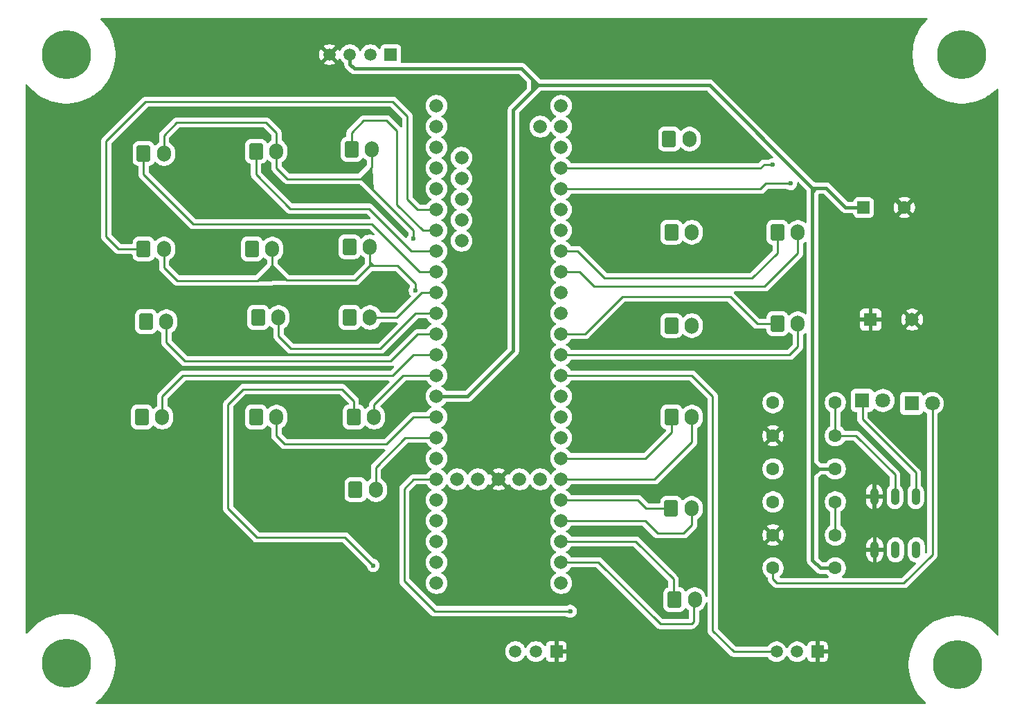
<source format=gbr>
%TF.GenerationSoftware,KiCad,Pcbnew,9.0.6*%
%TF.CreationDate,2026-01-16T13:58:25+05:30*%
%TF.ProjectId,Teensy4.1,5465656e-7379-4342-9e31-2e6b69636164,rev?*%
%TF.SameCoordinates,Original*%
%TF.FileFunction,Copper,L1,Top*%
%TF.FilePolarity,Positive*%
%FSLAX46Y46*%
G04 Gerber Fmt 4.6, Leading zero omitted, Abs format (unit mm)*
G04 Created by KiCad (PCBNEW 9.0.6) date 2026-01-16 13:58:25*
%MOMM*%
%LPD*%
G01*
G04 APERTURE LIST*
G04 Aperture macros list*
%AMRoundRect*
0 Rectangle with rounded corners*
0 $1 Rounding radius*
0 $2 $3 $4 $5 $6 $7 $8 $9 X,Y pos of 4 corners*
0 Add a 4 corners polygon primitive as box body*
4,1,4,$2,$3,$4,$5,$6,$7,$8,$9,$2,$3,0*
0 Add four circle primitives for the rounded corners*
1,1,$1+$1,$2,$3*
1,1,$1+$1,$4,$5*
1,1,$1+$1,$6,$7*
1,1,$1+$1,$8,$9*
0 Add four rect primitives between the rounded corners*
20,1,$1+$1,$2,$3,$4,$5,0*
20,1,$1+$1,$4,$5,$6,$7,0*
20,1,$1+$1,$6,$7,$8,$9,0*
20,1,$1+$1,$8,$9,$2,$3,0*%
G04 Aperture macros list end*
%TA.AperFunction,Conductor*%
%ADD10C,0.200000*%
%TD*%
%TA.AperFunction,ComponentPad*%
%ADD11RoundRect,0.250000X-0.600000X-0.750000X0.600000X-0.750000X0.600000X0.750000X-0.600000X0.750000X0*%
%TD*%
%TA.AperFunction,ComponentPad*%
%ADD12O,1.700000X2.000000*%
%TD*%
%TA.AperFunction,ComponentPad*%
%ADD13C,1.600000*%
%TD*%
%TA.AperFunction,ComponentPad*%
%ADD14C,1.665000*%
%TD*%
%TA.AperFunction,ComponentPad*%
%ADD15R,1.800000X1.800000*%
%TD*%
%TA.AperFunction,ComponentPad*%
%ADD16C,1.800000*%
%TD*%
%TA.AperFunction,ComponentPad*%
%ADD17O,1.040000X2.080000*%
%TD*%
%TA.AperFunction,ComponentPad*%
%ADD18C,3.400000*%
%TD*%
%TA.AperFunction,ConnectorPad*%
%ADD19C,6.000000*%
%TD*%
%TA.AperFunction,ComponentPad*%
%ADD20R,1.650000X1.650000*%
%TD*%
%TA.AperFunction,ComponentPad*%
%ADD21C,1.650000*%
%TD*%
%TA.AperFunction,ComponentPad*%
%ADD22R,1.508000X1.508000*%
%TD*%
%TA.AperFunction,ComponentPad*%
%ADD23C,1.508000*%
%TD*%
%TA.AperFunction,ComponentPad*%
%ADD24RoundRect,0.250000X-0.550000X-0.550000X0.550000X-0.550000X0.550000X0.550000X-0.550000X0.550000X0*%
%TD*%
%TA.AperFunction,ViaPad*%
%ADD25C,0.600000*%
%TD*%
%TA.AperFunction,ViaPad*%
%ADD26C,1.016000*%
%TD*%
%TA.AperFunction,Conductor*%
%ADD27C,0.254000*%
%TD*%
%TA.AperFunction,Conductor*%
%ADD28C,0.381000*%
%TD*%
%TA.AperFunction,Conductor*%
%ADD29C,0.250000*%
%TD*%
G04 APERTURE END LIST*
D10*
%TO.N,DIRL*%
X140696000Y-85912000D02*
X142493261Y-87641893D01*
X138902451Y-87682244D01*
X140686547Y-85891539D01*
X140696000Y-85912000D01*
%TA.AperFunction,Conductor*%
G36*
X140696000Y-85912000D02*
G01*
X142493261Y-87641893D01*
X138902451Y-87682244D01*
X140686547Y-85891539D01*
X140696000Y-85912000D01*
G37*
%TD.AperFunction*%
X153162000Y-85872000D02*
X152634000Y-85872000D01*
X152634000Y-85344000D01*
X153162000Y-85872000D01*
%TA.AperFunction,Conductor*%
G36*
X153162000Y-85872000D02*
G01*
X152634000Y-85872000D01*
X152634000Y-85344000D01*
X153162000Y-85872000D01*
G37*
%TD.AperFunction*%
%TO.N,3V3*%
X207518000Y-110803674D02*
X206654400Y-111565674D01*
X206654400Y-109889274D01*
X207518000Y-110803674D01*
%TA.AperFunction,Conductor*%
G36*
X207518000Y-110803674D02*
G01*
X206654400Y-111565674D01*
X206654400Y-109889274D01*
X207518000Y-110803674D01*
G37*
%TD.AperFunction*%
X173228000Y-63754000D02*
X172516800Y-64465200D01*
X172491400Y-64465200D01*
X172466000Y-64439800D01*
X172466000Y-62966600D01*
X173228000Y-63754000D01*
%TA.AperFunction,Conductor*%
G36*
X173228000Y-63754000D02*
G01*
X172516800Y-64465200D01*
X172491400Y-64465200D01*
X172466000Y-64439800D01*
X172466000Y-62966600D01*
X173228000Y-63754000D01*
G37*
%TD.AperFunction*%
%TO.N,DIRR*%
X153035000Y-76581000D02*
X151669866Y-75166914D01*
X152908000Y-73914000D01*
X153035000Y-76581000D01*
%TA.AperFunction,Conductor*%
G36*
X153035000Y-76581000D02*
G01*
X151669866Y-75166914D01*
X152908000Y-73914000D01*
X153035000Y-76581000D01*
G37*
%TD.AperFunction*%
%TO.N,3V3*%
X206883000Y-76962000D02*
X206756000Y-76336000D01*
X207391000Y-76336000D01*
X206883000Y-76962000D01*
%TA.AperFunction,Conductor*%
G36*
X206883000Y-76962000D02*
G01*
X206756000Y-76336000D01*
X207391000Y-76336000D01*
X206883000Y-76962000D01*
G37*
%TD.AperFunction*%
%TD*%
D11*
%TO.P,J18,1,1*%
%TO.N,M5V*%
X138724000Y-104394000D03*
D12*
%TO.P,J18,2,2*%
%TO.N,M5C*%
X141224000Y-104394000D03*
%TD*%
D13*
%TO.P,R6,1*%
%TO.N,Net-(D2-A)*%
X201930000Y-122880000D03*
%TO.P,R6,2*%
%TO.N,3V3*%
X209550000Y-122880000D03*
%TD*%
D11*
%TO.P,J9,1,1*%
%TO.N,Net-(IC1-A15)*%
X189524000Y-104394000D03*
D12*
%TO.P,J9,2,2*%
%TO.N,Net-(IC1-A14)*%
X192024000Y-104394000D03*
%TD*%
D11*
%TO.P,J21,1,1*%
%TO.N,Net-(IC1-A1)*%
X202478000Y-92964000D03*
D12*
%TO.P,J21,2,2*%
%TO.N,Net-(IC1-A0)*%
X204978000Y-92964000D03*
%TD*%
D11*
%TO.P,J2,1,1*%
%TO.N,Net-(IC1-OUT1D)*%
X138704000Y-71865000D03*
D12*
%TO.P,J2,2,2*%
%TO.N,DIRR*%
X141204000Y-71865000D03*
%TD*%
D11*
%TO.P,J3,1,1*%
%TO.N,Net-(IC1-IN2)*%
X150408000Y-71628000D03*
D12*
%TO.P,J3,2,2*%
%TO.N,DIRR*%
X152908000Y-71628000D03*
%TD*%
D11*
%TO.P,J20,1,1*%
%TO.N,Net-(IC1-A5)*%
X202478000Y-81788000D03*
D12*
%TO.P,J20,2,2*%
%TO.N,Net-(IC1-A4)*%
X204978000Y-81788000D03*
%TD*%
D13*
%TO.P,R2,1*%
%TO.N,GND*%
X201930000Y-106680000D03*
%TO.P,R2,2*%
%TO.N,Net-(Q1-Pad2)*%
X209550000Y-106680000D03*
%TD*%
D11*
%TO.P,J6,1,1*%
%TO.N,Net-(IC1-A7)*%
X189230000Y-70358000D03*
D12*
%TO.P,J6,2,2*%
%TO.N,Net-(IC1-A6)*%
X191730000Y-70358000D03*
%TD*%
D11*
%TO.P,J11,1,1*%
%TO.N,Net-(IC1-A17)*%
X189504000Y-93201000D03*
D12*
%TO.P,J11,2,2*%
%TO.N,Net-(IC1-A16)*%
X192004000Y-93201000D03*
%TD*%
D13*
%TO.P,R4,1*%
%TO.N,DIRL*%
X201930000Y-114780000D03*
%TO.P,R4,2*%
%TO.N,Net-(Q2-Pad2)*%
X209550000Y-114780000D03*
%TD*%
D14*
%TO.P,IC1,1,TX1*%
%TO.N,Net-(IC1-TX1)*%
X160782000Y-71374000D03*
%TO.P,IC1,2,OUT2*%
%TO.N,Net-(IC1-OUT2)*%
X160782000Y-73914000D03*
%TO.P,IC1,3,LRCLK2*%
%TO.N,Net-(IC1-LRCLK2)*%
X160782000Y-76454000D03*
%TO.P,IC1,4,BCLK2*%
%TO.N,Net-(IC1-BCLK2)*%
X160782000Y-78994000D03*
%TO.P,IC1,5,IN2*%
%TO.N,Net-(IC1-IN2)*%
X160782000Y-81534000D03*
%TO.P,IC1,6,OUT1D*%
%TO.N,Net-(IC1-OUT1D)*%
X160782000Y-84074000D03*
%TO.P,IC1,7,RX2*%
%TO.N,Net-(IC1-RX2)*%
X160782000Y-86614000D03*
%TO.P,IC1,8,TX2*%
%TO.N,Net-(IC1-TX2)*%
X160782000Y-89154000D03*
%TO.P,IC1,9,OUT1C*%
%TO.N,M1C*%
X160782000Y-91694000D03*
%TO.P,IC1,10,CS_1*%
%TO.N,M2C*%
X160782000Y-94234000D03*
%TO.P,IC1,11,MOSI*%
%TO.N,M3C*%
X160782000Y-96774000D03*
%TO.P,IC1,12,MISO*%
%TO.N,M4C*%
X160782000Y-99314000D03*
%TO.P,IC1,13,SCK*%
%TO.N,Net-(IC1-SCK)*%
X176022000Y-99314000D03*
%TO.P,IC1,14,A0*%
%TO.N,Net-(IC1-A0)*%
X176022000Y-96774000D03*
%TO.P,IC1,15,A1*%
%TO.N,Net-(IC1-A1)*%
X176022000Y-94234000D03*
%TO.P,IC1,16,A2*%
%TO.N,Net-(IC1-A2)*%
X176022000Y-91694000D03*
%TO.P,IC1,17,A3*%
%TO.N,Net-(IC1-A3)*%
X176022000Y-89154000D03*
%TO.P,IC1,18,A4*%
%TO.N,Net-(IC1-A4)*%
X176022000Y-86614000D03*
%TO.P,IC1,19,A5*%
%TO.N,Net-(IC1-A5)*%
X176022000Y-84074000D03*
%TO.P,IC1,20,A6*%
%TO.N,Net-(IC1-A6)*%
X176022000Y-81534000D03*
%TO.P,IC1,21,A7*%
%TO.N,Net-(IC1-A7)*%
X176022000Y-78994000D03*
%TO.P,IC1,22,A8*%
%TO.N,M5V*%
X176022000Y-76454000D03*
%TO.P,IC1,23,A9*%
%TO.N,M6V*%
X176022000Y-73914000D03*
%TO.P,IC1,24,A10*%
%TO.N,M5C*%
X160782000Y-104394000D03*
%TO.P,IC1,25,A11*%
%TO.N,M6C*%
X160782000Y-106934000D03*
%TO.P,IC1,26,A12*%
%TO.N,DIRL*%
X160782000Y-109474000D03*
%TO.P,IC1,27,A13*%
%TO.N,DIRR*%
X160782000Y-112014000D03*
%TO.P,IC1,28,RX7*%
%TO.N,Net-(IC1-RX7)*%
X160782000Y-114554000D03*
%TO.P,IC1,29,TX7*%
%TO.N,M1V*%
X160782000Y-117094000D03*
%TO.P,IC1,30,CRX3*%
%TO.N,M2V*%
X160782000Y-119634000D03*
%TO.P,IC1,31,CTX3*%
%TO.N,M3V*%
X160782000Y-122174000D03*
%TO.P,IC1,32,OUT1B*%
%TO.N,M4V*%
X160782000Y-124714000D03*
%TO.P,IC1,33,MCLK2*%
%TO.N,Net-(IC1-MCLK2)*%
X176022000Y-124714000D03*
%TO.P,IC1,34,RX8*%
%TO.N,Net-(IC1-RX8)*%
X176022000Y-122174000D03*
%TO.P,IC1,35,TX8*%
%TO.N,Net-(IC1-TX8)*%
X176022000Y-119634000D03*
%TO.P,IC1,36,CS_2*%
%TO.N,Net-(IC1-CS_2)*%
X176022000Y-117094000D03*
%TO.P,IC1,37,CS_3*%
%TO.N,Net-(IC1-CS_3)*%
X176022000Y-114554000D03*
%TO.P,IC1,38,A14*%
%TO.N,Net-(IC1-A14)*%
X176022000Y-112014000D03*
%TO.P,IC1,39,A15*%
%TO.N,Net-(IC1-A15)*%
X176022000Y-109474000D03*
%TO.P,IC1,40,A16*%
%TO.N,Net-(IC1-A16)*%
X176022000Y-106934000D03*
%TO.P,IC1,41,A17*%
%TO.N,Net-(IC1-A17)*%
X176022000Y-104394000D03*
%TO.P,IC1,42,3.3V_1*%
%TO.N,3V3*%
X160782000Y-101854000D03*
%TO.P,IC1,43,VBAT*%
%TO.N,unconnected-(IC1-VBAT-Pad43)*%
X163322000Y-112014000D03*
%TO.P,IC1,44,3.3V_2*%
%TO.N,unconnected-(IC1-3.3V_2-Pad44)*%
X165862000Y-112014000D03*
%TO.P,IC1,45,GND_1*%
%TO.N,GND*%
X168402000Y-112014000D03*
%TO.P,IC1,46,PROGRAM*%
%TO.N,unconnected-(IC1-PROGRAM-Pad46)*%
X170942000Y-112014000D03*
%TO.P,IC1,47,ON/OFF*%
%TO.N,unconnected-(IC1-ON{slash}OFF-Pad47)*%
X173482000Y-112014000D03*
%TO.P,IC1,48,GND_2*%
%TO.N,unconnected-(IC1-GND_2-Pad48)*%
X163832000Y-82804000D03*
%TO.P,IC1,49,GND_3*%
%TO.N,unconnected-(IC1-GND_3-Pad49)*%
X163832000Y-80264000D03*
%TO.P,IC1,50,D+*%
%TO.N,unconnected-(IC1-D+-Pad50)*%
X163832000Y-77724000D03*
%TO.P,IC1,51,D-*%
%TO.N,unconnected-(IC1-D--Pad51)*%
X163832000Y-75184000D03*
%TO.P,IC1,52,+5V*%
%TO.N,unconnected-(IC1-+5V-Pad52)*%
X163832000Y-72644000D03*
%TO.P,IC1,53,3.3V_(250_M_A_MAX)*%
%TO.N,unconnected-(IC1-3.3V_(250_M_A_MAX)-Pad53)*%
X176022000Y-71374000D03*
%TO.P,IC1,55,VIN_(3.6_TO_5.5_VOLTS)*%
%TO.N,unconnected-(IC1-VIN_(3.6_TO_5.5_VOLTS)-Pad55)*%
X176022000Y-66294000D03*
%TO.P,IC1,57,RX1*%
%TO.N,Net-(IC1-RX1)*%
X160782000Y-68834000D03*
%TO.P,IC1,68,VUSB*%
%TO.N,unconnected-(IC1-VUSB-Pad68)*%
X173482000Y-68834000D03*
%TO.P,IC1,69,GND_4*%
%TO.N,unconnected-(IC1-GND_4-Pad69)*%
X176022000Y-101854000D03*
%TO.P,IC1,70,GND_5*%
%TO.N,unconnected-(IC1-GND_5-Pad70)*%
X176022000Y-68834000D03*
%TO.P,IC1,71,GND_6*%
%TO.N,unconnected-(IC1-GND_6-Pad71)*%
X160782000Y-66294000D03*
%TD*%
D11*
%TO.P,J14,1,1*%
%TO.N,M1V*%
X138978000Y-92202000D03*
D12*
%TO.P,J14,2,2*%
%TO.N,M1C*%
X141478000Y-92202000D03*
%TD*%
D11*
%TO.P,J7,1,1*%
%TO.N,Net-(IC1-OUT2)*%
X138216000Y-83820000D03*
D12*
%TO.P,J7,2,2*%
%TO.N,DIRL*%
X140716000Y-83820000D03*
%TD*%
D15*
%TO.P,D2,1,K*%
%TO.N,Net-(D2-K)*%
X218870000Y-102718000D03*
D16*
%TO.P,D2,2,A*%
%TO.N,Net-(D2-A)*%
X221410000Y-102718000D03*
%TD*%
D11*
%TO.P,J16,1,1*%
%TO.N,M3V*%
X124754000Y-104394000D03*
D12*
%TO.P,J16,2,2*%
%TO.N,M3C*%
X127254000Y-104394000D03*
%TD*%
D17*
%TO.P,Q2,1*%
%TO.N,GND*%
X214376000Y-120650000D03*
%TO.P,Q2,2*%
%TO.N,Net-(Q2-Pad2)*%
X216916000Y-120650000D03*
%TO.P,Q2,3*%
%TO.N,Net-(D2-K)*%
X219456000Y-120650000D03*
%TD*%
D18*
%TO.P,H6,1*%
%TO.N,N/C*%
X225000000Y-60000000D03*
D19*
X225000000Y-60000000D03*
%TD*%
D20*
%TO.P,P1,1,1*%
%TO.N,GND*%
X213868000Y-92456000D03*
D21*
%TO.P,P1,2,2*%
X218948000Y-92456000D03*
%TD*%
D22*
%TO.P,J22,1,1*%
%TO.N,Net-(IC1-RX1)*%
X155194000Y-60025000D03*
D23*
%TO.P,J22,2,2*%
%TO.N,Net-(IC1-TX1)*%
X152694000Y-60025000D03*
%TO.P,J22,3,3*%
%TO.N,3V3*%
X150194000Y-60025000D03*
%TO.P,J22,4,4*%
%TO.N,GND*%
X147694000Y-60025000D03*
%TD*%
D11*
%TO.P,J12,1,1*%
%TO.N,Net-(IC1-TX8)*%
X189865000Y-126746000D03*
D12*
%TO.P,J12,2,2*%
%TO.N,Net-(IC1-RX8)*%
X192365000Y-126746000D03*
%TD*%
D18*
%TO.P,H7,1*%
%TO.N,N/C*%
X115500000Y-134500000D03*
D19*
X115500000Y-134500000D03*
%TD*%
D24*
%TO.P,C1,1*%
%TO.N,3V3*%
X212989349Y-78740000D03*
D13*
%TO.P,C1,2*%
%TO.N,GND*%
X217989349Y-78740000D03*
%TD*%
%TO.P,R5,1*%
%TO.N,GND*%
X201930000Y-118830000D03*
%TO.P,R5,2*%
%TO.N,Net-(Q2-Pad2)*%
X209550000Y-118830000D03*
%TD*%
D11*
%TO.P,J10,1,1*%
%TO.N,Net-(IC1-CS_3)*%
X189484000Y-115570000D03*
D12*
%TO.P,J10,2,2*%
%TO.N,Net-(IC1-CS_2)*%
X191984000Y-115570000D03*
%TD*%
D11*
%TO.P,J17,1,1*%
%TO.N,M4V*%
X150662000Y-104394000D03*
D12*
%TO.P,J17,2,2*%
%TO.N,M4C*%
X153162000Y-104394000D03*
%TD*%
D18*
%TO.P,H5,1*%
%TO.N,N/C*%
X115500000Y-60000000D03*
D19*
X115500000Y-60000000D03*
%TD*%
D22*
%TO.P,J25,1,1*%
%TO.N,GND*%
X207369500Y-133113000D03*
D23*
%TO.P,J25,2,2*%
%TO.N,unconnected-(J25-Pad2)*%
X204869500Y-133113000D03*
%TO.P,J25,3,3*%
%TO.N,Net-(IC1-SCK)*%
X202369500Y-133113000D03*
%TD*%
D13*
%TO.P,R1,1*%
%TO.N,DIRR*%
X201930000Y-102630000D03*
%TO.P,R1,2*%
%TO.N,Net-(Q1-Pad2)*%
X209550000Y-102630000D03*
%TD*%
D11*
%TO.P,J5,1,1*%
%TO.N,Net-(IC1-RX7)*%
X150154000Y-92202000D03*
D12*
%TO.P,J5,2,2*%
%TO.N,Net-(IC1-TX2)*%
X152654000Y-92202000D03*
%TD*%
D22*
%TO.P,J24,1,1*%
%TO.N,GND*%
X175434000Y-133096000D03*
D23*
%TO.P,J24,2,2*%
%TO.N,unconnected-(J24-Pad2)*%
X172934000Y-133096000D03*
%TO.P,J24,3,3*%
%TO.N,Net-(IC1-MCLK2)*%
X170434000Y-133096000D03*
%TD*%
D17*
%TO.P,Q1,1*%
%TO.N,GND*%
X214311000Y-114116742D03*
%TO.P,Q1,2*%
%TO.N,Net-(Q1-Pad2)*%
X216851000Y-114116742D03*
%TO.P,Q1,3*%
%TO.N,Net-(D1-K)*%
X219391000Y-114116742D03*
%TD*%
D11*
%TO.P,J19,1,1*%
%TO.N,M6V*%
X150876000Y-113284000D03*
D12*
%TO.P,J19,2,2*%
%TO.N,M6C*%
X153376000Y-113284000D03*
%TD*%
D13*
%TO.P,R3,1*%
%TO.N,Net-(D1-A)*%
X201930000Y-110730000D03*
%TO.P,R3,2*%
%TO.N,3V3*%
X209550000Y-110730000D03*
%TD*%
D11*
%TO.P,J4,1,1*%
%TO.N,Net-(IC1-RX2)*%
X124968000Y-72136000D03*
D12*
%TO.P,J4,2,2*%
%TO.N,DIRR*%
X127468000Y-72136000D03*
%TD*%
D11*
%TO.P,J15,1,1*%
%TO.N,M2V*%
X125262000Y-92710000D03*
D12*
%TO.P,J15,2,2*%
%TO.N,M2C*%
X127762000Y-92710000D03*
%TD*%
D11*
%TO.P,J8,1,1*%
%TO.N,Net-(IC1-A3)*%
X189504000Y-81771000D03*
D12*
%TO.P,J8,2,2*%
%TO.N,Net-(IC1-A2)*%
X192004000Y-81771000D03*
%TD*%
D11*
%TO.P,J1,1,1*%
%TO.N,Net-(IC1-BCLK2)*%
X124968000Y-83820000D03*
D12*
%TO.P,J1,2,2*%
%TO.N,DIRL*%
X127468000Y-83820000D03*
%TD*%
D11*
%TO.P,J13,1,1*%
%TO.N,Net-(IC1-LRCLK2)*%
X150134000Y-83549000D03*
D12*
%TO.P,J13,2,2*%
%TO.N,DIRL*%
X152634000Y-83549000D03*
%TD*%
D18*
%TO.P,H8,1*%
%TO.N,N/C*%
X224500000Y-134721600D03*
D19*
X224500000Y-134721600D03*
%TD*%
D15*
%TO.P,D1,1,K*%
%TO.N,Net-(D1-K)*%
X212852000Y-102354000D03*
D16*
%TO.P,D1,2,A*%
%TO.N,Net-(D1-A)*%
X215392000Y-102354000D03*
%TD*%
D25*
%TO.N,M5V*%
X204075770Y-75805770D03*
%TO.N,M4V*%
X153035000Y-122555000D03*
%TO.N,DIRR*%
X177139600Y-128168400D03*
X157988000Y-82550000D03*
D26*
%TO.N,GND*%
X145161000Y-112649000D03*
X145161000Y-104267000D03*
X132500000Y-133889000D03*
X157353000Y-129794000D03*
X160322000Y-129921000D03*
X181991000Y-84328000D03*
X121920000Y-105760000D03*
X132080000Y-122840000D03*
X217500000Y-70000000D03*
X122628800Y-65312800D03*
X220980000Y-86360000D03*
X177989349Y-60000000D03*
X184150000Y-70866000D03*
X222420000Y-70000000D03*
X118920000Y-111760000D03*
X227500000Y-120000000D03*
X217500000Y-60000000D03*
X129080000Y-122840000D03*
X118920000Y-99816400D03*
X124000000Y-116840000D03*
X181610000Y-67310000D03*
X205000000Y-59860000D03*
X163830000Y-64008000D03*
X142415000Y-123317000D03*
X121920000Y-93816400D03*
X116254000Y-81676400D03*
X124000000Y-122840000D03*
X185420000Y-124460000D03*
X118364000Y-72644000D03*
X116000000Y-105620000D03*
X116000000Y-111620000D03*
X224500000Y-120000000D03*
X215900000Y-86360000D03*
X131191000Y-85979000D03*
X205000000Y-69860000D03*
X129080000Y-116840000D03*
X219706000Y-82500000D03*
X209989349Y-70000000D03*
X116000000Y-116700000D03*
X127500000Y-133500000D03*
X212989349Y-60000000D03*
X126571000Y-60000000D03*
X184150000Y-108204000D03*
X166545000Y-133985000D03*
X145000000Y-77000000D03*
X224500000Y-92500000D03*
X182500000Y-60000000D03*
X224500000Y-107500000D03*
X184404000Y-84328000D03*
X205000000Y-64860000D03*
X134747000Y-91694000D03*
X209989349Y-65000000D03*
X118920000Y-87816400D03*
X212989349Y-65000000D03*
X181737000Y-94742000D03*
X193040000Y-78740000D03*
X224960000Y-70000000D03*
X136192000Y-123317000D03*
X118920000Y-105760000D03*
X174989349Y-60000000D03*
X170000000Y-59860000D03*
X220000000Y-127500000D03*
X135890000Y-72390000D03*
X121920000Y-87816400D03*
X126571000Y-62500000D03*
X121920000Y-111760000D03*
X134747000Y-94615000D03*
X151130000Y-123317000D03*
X181610000Y-70815200D03*
X140000000Y-64008000D03*
X217500000Y-65000000D03*
X131500000Y-110744000D03*
X148130000Y-123317000D03*
X209989349Y-60000000D03*
X192500000Y-60000000D03*
X131747000Y-94615000D03*
X118920000Y-122840000D03*
X116000000Y-122700000D03*
X145161000Y-84074000D03*
X217000000Y-127500000D03*
X195580000Y-78740000D03*
X145415000Y-123317000D03*
X187960000Y-124460000D03*
X131013200Y-76098400D03*
X121920000Y-122840000D03*
X195580000Y-91440000D03*
X163830000Y-91440000D03*
X180340000Y-101600000D03*
X224960000Y-77500000D03*
X212989349Y-70000000D03*
X121920000Y-75692000D03*
X163830000Y-88900000D03*
X132080000Y-116840000D03*
X116000000Y-93676400D03*
X151384000Y-129794000D03*
X149000000Y-77000000D03*
X127000000Y-122840000D03*
X131747000Y-91694000D03*
X130000000Y-60000000D03*
X130000000Y-62500000D03*
X180340000Y-108293500D03*
X132621033Y-127500000D03*
X222420000Y-77500000D03*
X203200000Y-89154000D03*
X219880000Y-70000000D03*
X148384000Y-129794000D03*
X148384000Y-126873000D03*
X118920000Y-75692000D03*
X224960000Y-82500000D03*
X143429000Y-64008000D03*
X127127000Y-127889000D03*
X163322000Y-129921000D03*
X135890000Y-77470000D03*
X222420000Y-82500000D03*
X184989349Y-60000000D03*
X213360000Y-86360000D03*
X139192000Y-123317000D03*
X151384000Y-126873000D03*
X127000000Y-116840000D03*
X118920000Y-93816400D03*
X142161000Y-112649000D03*
X121920000Y-116840000D03*
X195580000Y-93812833D03*
X131500000Y-108000000D03*
X121920000Y-99816400D03*
X190500000Y-78740000D03*
X186690000Y-67310000D03*
X122174000Y-81816400D03*
X115364000Y-72644000D03*
X184150000Y-67310000D03*
X135890000Y-74930000D03*
X187989349Y-60000000D03*
X118920000Y-116840000D03*
X116000000Y-99676400D03*
X119174000Y-81816400D03*
X154353000Y-129794000D03*
X131064000Y-73710800D03*
X184150000Y-94742000D03*
X227500000Y-107500000D03*
X218440000Y-86360000D03*
X116000000Y-75552000D03*
X180340000Y-118364000D03*
X116000000Y-87676400D03*
X163830000Y-86360000D03*
D25*
%TO.N,DIRL*%
X158181960Y-88900000D03*
%TO.N,M6V*%
X201930000Y-73481547D03*
%TD*%
D27*
%TO.N,Net-(D1-K)*%
X219391000Y-111187000D02*
X219391000Y-114300000D01*
X212860000Y-102340000D02*
X212860000Y-104656000D01*
X212860000Y-104656000D02*
X219391000Y-111187000D01*
%TO.N,Net-(D2-A)*%
X217932000Y-124714000D02*
X202438000Y-124714000D01*
X221410000Y-121236000D02*
X217932000Y-124714000D01*
X202438000Y-124714000D02*
X201930000Y-124206000D01*
X201930000Y-124206000D02*
X201930000Y-122880000D01*
X221410000Y-102718000D02*
X221410000Y-121236000D01*
%TO.N,M5V*%
X200406000Y-76454000D02*
X201054230Y-75805770D01*
X176022000Y-76454000D02*
X200406000Y-76454000D01*
X201054230Y-75805770D02*
X204075770Y-75805770D01*
%TO.N,Net-(IC1-SCK)*%
X197121000Y-133113000D02*
X202369500Y-133113000D01*
X176022000Y-99314000D02*
X192024000Y-99314000D01*
X192024000Y-99314000D02*
X194564000Y-101854000D01*
X194564000Y-101854000D02*
X194564000Y-130556000D01*
X194564000Y-130556000D02*
X197121000Y-133113000D01*
%TO.N,Net-(IC1-A0)*%
X204978000Y-95758000D02*
X203962000Y-96774000D01*
X204978000Y-92964000D02*
X204978000Y-95758000D01*
X203962000Y-96774000D02*
X176022000Y-96774000D01*
%TO.N,Net-(IC1-A15)*%
X186346500Y-109436500D02*
X176059500Y-109436500D01*
X189524000Y-106259000D02*
X186346500Y-109436500D01*
X189524000Y-104394000D02*
X189524000Y-106259000D01*
%TO.N,Net-(IC1-A4)*%
X200914000Y-88392000D02*
X180086000Y-88392000D01*
X180086000Y-88392000D02*
X178308000Y-86614000D01*
X178308000Y-86614000D02*
X176022000Y-86614000D01*
X204978000Y-81788000D02*
X204978000Y-84328000D01*
X204978000Y-84328000D02*
X200914000Y-88392000D01*
%TO.N,Net-(IC1-A5)*%
X202478000Y-84288000D02*
X199390000Y-87376000D01*
X199390000Y-87376000D02*
X181356000Y-87376000D01*
X181356000Y-87376000D02*
X178054000Y-84074000D01*
X202478000Y-81788000D02*
X202478000Y-84288000D01*
X178054000Y-84074000D02*
X176022000Y-84074000D01*
%TO.N,Net-(IC1-CS_3)*%
X185420000Y-114554000D02*
X186436000Y-115570000D01*
X176022000Y-114554000D02*
X185420000Y-114554000D01*
X186436000Y-115570000D02*
X189484000Y-115570000D01*
D28*
%TO.N,3V3*%
X208416000Y-76336000D02*
X210820000Y-78740000D01*
X207716000Y-122880000D02*
X209550000Y-122880000D01*
X160782000Y-101854000D02*
X164592000Y-101854000D01*
X170180000Y-96266000D02*
X170180000Y-66802000D01*
X206756000Y-76336000D02*
X206756000Y-109982000D01*
X207504000Y-110730000D02*
X209550000Y-110730000D01*
X194174000Y-63754000D02*
X206756000Y-76336000D01*
X170180000Y-66802000D02*
X173228000Y-63754000D01*
X150722000Y-61722000D02*
X171196000Y-61722000D01*
X210820000Y-78740000D02*
X212989349Y-78740000D01*
X150194000Y-61194000D02*
X150722000Y-61722000D01*
X164592000Y-101854000D02*
X170180000Y-96266000D01*
X206756000Y-111506000D02*
X206756000Y-121920000D01*
X173228000Y-63754000D02*
X194174000Y-63754000D01*
X209550000Y-110730000D02*
X207532000Y-110730000D01*
X206756000Y-109982000D02*
X207504000Y-110730000D01*
X206756000Y-121920000D02*
X207716000Y-122880000D01*
X207532000Y-110730000D02*
X206756000Y-111506000D01*
X171196000Y-61722000D02*
X173228000Y-63754000D01*
X150194000Y-60025000D02*
X150194000Y-61194000D01*
X206756000Y-76336000D02*
X208416000Y-76336000D01*
D27*
%TO.N,M4V*%
X137160000Y-100965000D02*
X135280400Y-102844600D01*
X135280400Y-115595400D02*
X138811000Y-119126000D01*
X150662000Y-102402000D02*
X149225000Y-100965000D01*
X149606000Y-119126000D02*
X153035000Y-122555000D01*
X135280400Y-102844600D02*
X135280400Y-115595400D01*
X150662000Y-104394000D02*
X150662000Y-102402000D01*
X138811000Y-119126000D02*
X149606000Y-119126000D01*
X149225000Y-100965000D02*
X137160000Y-100965000D01*
%TO.N,M3C*%
X129794000Y-99314000D02*
X127254000Y-101854000D01*
X157988000Y-96774000D02*
X155448000Y-99314000D01*
X127254000Y-101854000D02*
X127254000Y-104394000D01*
X160782000Y-96774000D02*
X157988000Y-96774000D01*
X155448000Y-99314000D02*
X129794000Y-99314000D01*
%TO.N,Net-(IC1-A1)*%
X178926000Y-94234000D02*
X176022000Y-94234000D01*
X196682000Y-89662000D02*
X183498000Y-89662000D01*
X183498000Y-89662000D02*
X178926000Y-94234000D01*
X199984000Y-92964000D02*
X196682000Y-89662000D01*
X202478000Y-92964000D02*
X199984000Y-92964000D01*
%TO.N,M5C*%
X141224000Y-106680000D02*
X142240000Y-107696000D01*
X141224000Y-104394000D02*
X141224000Y-106680000D01*
X142240000Y-107696000D02*
X154686000Y-107696000D01*
X154686000Y-107696000D02*
X157988000Y-104394000D01*
X157988000Y-104394000D02*
X160782000Y-104394000D01*
%TO.N,M2C*%
X127762000Y-95250000D02*
X130048000Y-97536000D01*
X130048000Y-97536000D02*
X155194000Y-97536000D01*
X127762000Y-92710000D02*
X127762000Y-95250000D01*
X155194000Y-97536000D02*
X158496000Y-94234000D01*
X158496000Y-94234000D02*
X160782000Y-94234000D01*
D10*
%TO.N,DIRR*%
X141207000Y-71865000D02*
X141204000Y-71865000D01*
D27*
X142542502Y-75234800D02*
X151180800Y-75234800D01*
X129032000Y-68326000D02*
X139954000Y-68326000D01*
X139954000Y-68326000D02*
X141204000Y-69576000D01*
X160553400Y-128168400D02*
X156845000Y-124460000D01*
X157986000Y-112014000D02*
X160782000Y-112014000D01*
X127468000Y-72136000D02*
X127468000Y-69890000D01*
X152888000Y-71611000D02*
X152888000Y-73832400D01*
X151180800Y-75234800D02*
X151688800Y-75234800D01*
X141204000Y-71865000D02*
X141204000Y-73896298D01*
X141204000Y-73896298D02*
X142542502Y-75234800D01*
X177139600Y-128168400D02*
X160553400Y-128168400D01*
X151485600Y-75234800D02*
X151180800Y-75234800D01*
X141204000Y-69576000D02*
X141204000Y-71865000D01*
X156845000Y-113155000D02*
X157986000Y-112014000D01*
X156845000Y-124460000D02*
X156845000Y-113155000D01*
X127468000Y-69890000D02*
X129032000Y-68326000D01*
D10*
X141207000Y-71865000D02*
X141224000Y-71882000D01*
D27*
X152888000Y-73832400D02*
X151485600Y-75234800D01*
X157988000Y-81534000D02*
X157988000Y-82550000D01*
X151688800Y-75234800D02*
X157988000Y-81534000D01*
%TO.N,M1C*%
X141458000Y-92185000D02*
X141458000Y-94468000D01*
X141458000Y-94468000D02*
X143002000Y-96012000D01*
X143002000Y-96012000D02*
X153924000Y-96012000D01*
X153924000Y-96012000D02*
X158242000Y-91694000D01*
X158242000Y-91694000D02*
X160782000Y-91694000D01*
%TO.N,Net-(IC1-RX2)*%
X131064000Y-80772000D02*
X152908000Y-80772000D01*
X124968000Y-74676000D02*
X131064000Y-80772000D01*
X158750000Y-86614000D02*
X160782000Y-86614000D01*
X124968000Y-72136000D02*
X124968000Y-74676000D01*
X152908000Y-80772000D02*
X158750000Y-86614000D01*
%TO.N,M6C*%
X153376000Y-113284000D02*
X153376000Y-110530000D01*
X153376000Y-110530000D02*
X156972000Y-106934000D01*
X156972000Y-106934000D02*
X160782000Y-106934000D01*
%TO.N,Net-(IC1-IN2)*%
X154686000Y-68072000D02*
X155956000Y-69342000D01*
X155956000Y-69342000D02*
X155956000Y-78376000D01*
X150388000Y-71611000D02*
X150388000Y-69576000D01*
X151892000Y-68072000D02*
X154686000Y-68072000D01*
X159114000Y-81534000D02*
X160782000Y-81534000D01*
X150388000Y-69576000D02*
X151892000Y-68072000D01*
X155956000Y-78376000D02*
X159114000Y-81534000D01*
%TO.N,M4C*%
X156718000Y-99314000D02*
X153162000Y-102870000D01*
X160782000Y-99314000D02*
X156718000Y-99314000D01*
X153162000Y-102870000D02*
X153162000Y-104394000D01*
D28*
%TO.N,GND*%
X201930000Y-118830000D02*
X201930000Y-118618000D01*
D27*
%TO.N,Net-(IC1-OUT1D)*%
X138704000Y-71865000D02*
X138704000Y-74696000D01*
X152527000Y-78867000D02*
X157734000Y-84074000D01*
X142875000Y-78867000D02*
X152527000Y-78867000D01*
X157734000Y-84074000D02*
X160782000Y-84074000D01*
D10*
X138684000Y-71882000D02*
X138687000Y-71882000D01*
X138704000Y-71865000D02*
X138687000Y-71882000D01*
D27*
X138704000Y-74696000D02*
X142875000Y-78867000D01*
%TO.N,Net-(IC1-TX2)*%
X152654000Y-92202000D02*
X155956000Y-92202000D01*
X155956000Y-92202000D02*
X159004000Y-89154000D01*
X159004000Y-89154000D02*
X160782000Y-89154000D01*
%TO.N,Net-(IC1-CS_2)*%
X187833000Y-118618000D02*
X186309000Y-117094000D01*
X192024000Y-117602000D02*
X191008000Y-118618000D01*
X191008000Y-118618000D02*
X187833000Y-118618000D01*
X192024000Y-115610000D02*
X192024000Y-117602000D01*
X186309000Y-117094000D02*
X176022000Y-117094000D01*
%TO.N,Net-(IC1-A14)*%
X192024000Y-107442000D02*
X187452000Y-112014000D01*
X192024000Y-104394000D02*
X192024000Y-107442000D01*
X187452000Y-112014000D02*
X176022000Y-112014000D01*
%TO.N,DIRL*%
X127468000Y-83820000D02*
X127468000Y-86066000D01*
X150876000Y-87630000D02*
X152634000Y-85872000D01*
X156026800Y-85872000D02*
X152634000Y-85872000D01*
X140716000Y-85852000D02*
X140716000Y-83820000D01*
X158181960Y-88027160D02*
X156026800Y-85872000D01*
X152634000Y-85872000D02*
X152634000Y-83549000D01*
X129072000Y-87670000D02*
X138898000Y-87670000D01*
X158181960Y-88900000D02*
X158181960Y-88027160D01*
X127468000Y-86066000D02*
X129072000Y-87670000D01*
X142494000Y-87630000D02*
X150876000Y-87630000D01*
X138898000Y-87670000D02*
X140716000Y-85852000D01*
X140716000Y-85852000D02*
X142494000Y-87630000D01*
D29*
%TO.N,Net-(IC1-TX8)*%
X176022000Y-119634000D02*
X185166000Y-119634000D01*
D27*
X189758000Y-124226000D02*
X189758000Y-126729000D01*
D29*
X185166000Y-119634000D02*
X189758000Y-124226000D01*
D27*
%TO.N,Net-(IC1-BCLK2)*%
X158496000Y-78994000D02*
X160782000Y-78994000D01*
X155448000Y-65786000D02*
X157226000Y-67564000D01*
X124968000Y-83820000D02*
X121920000Y-83820000D01*
X157226000Y-67564000D02*
X157226000Y-77724000D01*
X125222000Y-65786000D02*
X155448000Y-65786000D01*
X157226000Y-77724000D02*
X158496000Y-78994000D01*
X121920000Y-83820000D02*
X120396000Y-82296000D01*
X120396000Y-70612000D02*
X125222000Y-65786000D01*
X120396000Y-82296000D02*
X120396000Y-70612000D01*
%TO.N,M6V*%
X201930000Y-73481547D02*
X200838453Y-73481547D01*
X200838453Y-73481547D02*
X200406000Y-73914000D01*
X200406000Y-73914000D02*
X176022000Y-73914000D01*
%TO.N,Net-(IC1-RX8)*%
X188140000Y-129720000D02*
X191955500Y-129720000D01*
X180594000Y-122174000D02*
X188140000Y-129720000D01*
X191955500Y-129720000D02*
X192258000Y-129417500D01*
X192258000Y-129417500D02*
X192258000Y-126729000D01*
X176022000Y-122174000D02*
X180594000Y-122174000D01*
%TO.N,Net-(Q1-Pad2)*%
X212090000Y-106680000D02*
X216851000Y-111441000D01*
X209550000Y-102630000D02*
X209550000Y-106680000D01*
X209550000Y-106680000D02*
X212090000Y-106680000D01*
X216851000Y-111441000D02*
X216851000Y-114300000D01*
%TO.N,Net-(Q2-Pad2)*%
X209550000Y-114780000D02*
X209550000Y-118830000D01*
%TD*%
%TA.AperFunction,Conductor*%
%TO.N,GND*%
G36*
X184922587Y-120279185D02*
G01*
X184943229Y-120295819D01*
X189094181Y-124446771D01*
X189127666Y-124508094D01*
X189130500Y-124534452D01*
X189130500Y-125160397D01*
X189110815Y-125227436D01*
X189058011Y-125273191D01*
X189045504Y-125278103D01*
X188945668Y-125311185D01*
X188945663Y-125311187D01*
X188796342Y-125403289D01*
X188672289Y-125527342D01*
X188580187Y-125676663D01*
X188580185Y-125676668D01*
X188575325Y-125691334D01*
X188525001Y-125843203D01*
X188525001Y-125843204D01*
X188525000Y-125843204D01*
X188514500Y-125945983D01*
X188514500Y-127546001D01*
X188514501Y-127546018D01*
X188525000Y-127648796D01*
X188525001Y-127648799D01*
X188570894Y-127787294D01*
X188580186Y-127815334D01*
X188672288Y-127964656D01*
X188796344Y-128088712D01*
X188945666Y-128180814D01*
X189112203Y-128235999D01*
X189214991Y-128246500D01*
X190515008Y-128246499D01*
X190617797Y-128235999D01*
X190784334Y-128180814D01*
X190933656Y-128088712D01*
X191057712Y-127964656D01*
X191149814Y-127815334D01*
X191149814Y-127815331D01*
X191153178Y-127809879D01*
X191205126Y-127763154D01*
X191274088Y-127751931D01*
X191338170Y-127779774D01*
X191346398Y-127787294D01*
X191485211Y-127926107D01*
X191579384Y-127994526D01*
X191622051Y-128049856D01*
X191630500Y-128094845D01*
X191630500Y-128968500D01*
X191610815Y-129035539D01*
X191558011Y-129081294D01*
X191506500Y-129092500D01*
X188451281Y-129092500D01*
X188384242Y-129072815D01*
X188363600Y-129056181D01*
X180994011Y-121686591D01*
X180994007Y-121686588D01*
X180891239Y-121617920D01*
X180891226Y-121617913D01*
X180857785Y-121604062D01*
X180777035Y-121570614D01*
X180777027Y-121570612D01*
X180655807Y-121546500D01*
X180655803Y-121546500D01*
X177274321Y-121546500D01*
X177207282Y-121526815D01*
X177163836Y-121478794D01*
X177162083Y-121475354D01*
X177038761Y-121305615D01*
X177038757Y-121305610D01*
X176890389Y-121157242D01*
X176890384Y-121157238D01*
X176720648Y-121033918D01*
X176716434Y-121031771D01*
X176682507Y-121014484D01*
X176631712Y-120966511D01*
X176614917Y-120898690D01*
X176637454Y-120832555D01*
X176682507Y-120793515D01*
X176720644Y-120774084D01*
X176890391Y-120650756D01*
X177038756Y-120502391D01*
X177162084Y-120332644D01*
X177164854Y-120327206D01*
X177212828Y-120276410D01*
X177275340Y-120259500D01*
X184855548Y-120259500D01*
X184922587Y-120279185D01*
G37*
%TD.AperFunction*%
%TA.AperFunction,Conductor*%
G36*
X191779758Y-99961185D02*
G01*
X191800400Y-99977819D01*
X193900181Y-102077600D01*
X193933666Y-102138923D01*
X193936500Y-102165281D01*
X193936500Y-126309485D01*
X193916815Y-126376524D01*
X193864011Y-126422279D01*
X193794853Y-126432223D01*
X193731297Y-126403198D01*
X193693523Y-126344420D01*
X193690027Y-126328883D01*
X193682246Y-126279760D01*
X193682246Y-126279757D01*
X193616557Y-126077588D01*
X193520051Y-125888184D01*
X193520049Y-125888181D01*
X193520048Y-125888179D01*
X193395109Y-125716213D01*
X193244786Y-125565890D01*
X193072820Y-125440951D01*
X192883414Y-125344444D01*
X192883413Y-125344443D01*
X192883412Y-125344443D01*
X192681243Y-125278754D01*
X192681241Y-125278753D01*
X192681240Y-125278753D01*
X192519957Y-125253208D01*
X192471287Y-125245500D01*
X192258713Y-125245500D01*
X192210042Y-125253208D01*
X192048760Y-125278753D01*
X192048757Y-125278754D01*
X191929861Y-125317386D01*
X191846585Y-125344444D01*
X191657179Y-125440951D01*
X191485215Y-125565889D01*
X191346398Y-125704706D01*
X191285075Y-125738190D01*
X191215383Y-125733206D01*
X191159450Y-125691334D01*
X191153178Y-125682120D01*
X191057712Y-125527344D01*
X190933657Y-125403289D01*
X190933656Y-125403288D01*
X190833481Y-125341500D01*
X190784336Y-125311187D01*
X190784331Y-125311185D01*
X190782862Y-125310698D01*
X190617797Y-125256001D01*
X190617795Y-125256000D01*
X190515016Y-125245500D01*
X190515009Y-125245500D01*
X190509500Y-125245500D01*
X190442461Y-125225815D01*
X190396706Y-125173011D01*
X190385500Y-125121500D01*
X190385500Y-124164194D01*
X190361386Y-124042970D01*
X190361385Y-124042969D01*
X190361385Y-124042965D01*
X190361383Y-124042960D01*
X190314086Y-123928773D01*
X190314079Y-123928760D01*
X190245411Y-123825992D01*
X190245408Y-123825988D01*
X190158015Y-123738595D01*
X190153306Y-123734731D01*
X190153427Y-123734582D01*
X190140849Y-123724258D01*
X185662202Y-119245612D01*
X185651859Y-119235269D01*
X185651858Y-119235267D01*
X185564733Y-119148142D01*
X185500782Y-119105411D01*
X185462286Y-119079688D01*
X185462287Y-119079688D01*
X185462285Y-119079687D01*
X185422822Y-119063342D01*
X185381792Y-119046347D01*
X185348452Y-119032537D01*
X185288029Y-119020518D01*
X185283306Y-119019578D01*
X185283304Y-119019578D01*
X185227610Y-119008500D01*
X185227607Y-119008500D01*
X185227606Y-119008500D01*
X177275340Y-119008500D01*
X177208301Y-118988815D01*
X177164854Y-118940793D01*
X177162081Y-118935351D01*
X177038761Y-118765615D01*
X177038757Y-118765610D01*
X176890389Y-118617242D01*
X176890384Y-118617238D01*
X176720648Y-118493918D01*
X176716434Y-118491771D01*
X176682507Y-118474484D01*
X176631712Y-118426511D01*
X176614917Y-118358690D01*
X176637454Y-118292555D01*
X176682507Y-118253515D01*
X176720644Y-118234084D01*
X176890391Y-118110756D01*
X177038756Y-117962391D01*
X177162084Y-117792644D01*
X177163836Y-117789206D01*
X177211809Y-117738410D01*
X177274321Y-117721500D01*
X185997719Y-117721500D01*
X186064758Y-117741185D01*
X186085400Y-117757819D01*
X187345589Y-119018008D01*
X187432992Y-119105411D01*
X187465651Y-119127233D01*
X187535767Y-119174083D01*
X187535769Y-119174084D01*
X187535773Y-119174086D01*
X187649960Y-119221383D01*
X187649965Y-119221385D01*
X187649969Y-119221385D01*
X187649970Y-119221386D01*
X187771193Y-119245500D01*
X187771196Y-119245500D01*
X191069804Y-119245500D01*
X191069805Y-119245499D01*
X191191035Y-119221386D01*
X191272110Y-119187803D01*
X191305233Y-119174083D01*
X191408008Y-119105411D01*
X191495411Y-119018008D01*
X192511411Y-118002008D01*
X192559859Y-117929500D01*
X192580083Y-117899233D01*
X192593937Y-117865784D01*
X192627386Y-117785035D01*
X192651500Y-117663803D01*
X192651500Y-117540197D01*
X192651500Y-116967523D01*
X192671185Y-116900484D01*
X192702611Y-116867207D01*
X192863792Y-116750104D01*
X193014104Y-116599792D01*
X193014106Y-116599788D01*
X193014109Y-116599786D01*
X193139048Y-116427820D01*
X193139047Y-116427820D01*
X193139051Y-116427816D01*
X193235557Y-116238412D01*
X193301246Y-116036243D01*
X193334500Y-115826287D01*
X193334500Y-115313713D01*
X193301246Y-115103757D01*
X193235557Y-114901588D01*
X193139051Y-114712184D01*
X193139049Y-114712181D01*
X193139048Y-114712179D01*
X193014109Y-114540213D01*
X192863786Y-114389890D01*
X192691820Y-114264951D01*
X192502414Y-114168444D01*
X192502413Y-114168443D01*
X192502412Y-114168443D01*
X192300243Y-114102754D01*
X192300241Y-114102753D01*
X192300240Y-114102753D01*
X192138957Y-114077208D01*
X192090287Y-114069500D01*
X191877713Y-114069500D01*
X191829042Y-114077208D01*
X191667760Y-114102753D01*
X191465585Y-114168444D01*
X191276179Y-114264951D01*
X191104215Y-114389889D01*
X190965398Y-114528706D01*
X190904075Y-114562190D01*
X190834383Y-114557206D01*
X190778450Y-114515334D01*
X190772178Y-114506120D01*
X190746262Y-114464104D01*
X190676712Y-114351344D01*
X190552656Y-114227288D01*
X190457253Y-114168443D01*
X190403336Y-114135187D01*
X190403331Y-114135185D01*
X190401862Y-114134698D01*
X190236797Y-114080001D01*
X190236795Y-114080000D01*
X190134010Y-114069500D01*
X188833998Y-114069500D01*
X188833981Y-114069501D01*
X188731203Y-114080000D01*
X188731200Y-114080001D01*
X188564668Y-114135185D01*
X188564663Y-114135187D01*
X188415342Y-114227289D01*
X188291289Y-114351342D01*
X188199187Y-114500663D01*
X188199185Y-114500668D01*
X188186083Y-114540208D01*
X188144001Y-114667203D01*
X188144001Y-114667204D01*
X188144000Y-114667204D01*
X188133500Y-114769983D01*
X188133500Y-114818500D01*
X188113815Y-114885539D01*
X188061011Y-114931294D01*
X188009500Y-114942500D01*
X186747281Y-114942500D01*
X186680242Y-114922815D01*
X186659600Y-114906181D01*
X185820005Y-114066586D01*
X185814882Y-114063164D01*
X185814880Y-114063163D01*
X185811851Y-114061139D01*
X185717233Y-113997917D01*
X185678774Y-113981987D01*
X185670873Y-113978714D01*
X185670871Y-113978713D01*
X185603035Y-113950614D01*
X185603027Y-113950612D01*
X185481807Y-113926500D01*
X185481803Y-113926500D01*
X177274321Y-113926500D01*
X177207282Y-113906815D01*
X177163836Y-113858794D01*
X177162083Y-113855354D01*
X177038761Y-113685615D01*
X177038757Y-113685610D01*
X176890389Y-113537242D01*
X176890384Y-113537238D01*
X176720648Y-113413918D01*
X176716434Y-113411771D01*
X176682507Y-113394484D01*
X176631712Y-113346511D01*
X176614917Y-113278690D01*
X176637454Y-113212555D01*
X176682507Y-113173515D01*
X176720644Y-113154084D01*
X176890391Y-113030756D01*
X177038756Y-112882391D01*
X177162084Y-112712644D01*
X177163836Y-112709206D01*
X177211809Y-112658410D01*
X177274321Y-112641500D01*
X187513804Y-112641500D01*
X187513805Y-112641499D01*
X187635035Y-112617386D01*
X187715784Y-112583937D01*
X187749233Y-112570083D01*
X187852008Y-112501411D01*
X187939411Y-112414008D01*
X192511411Y-107842008D01*
X192580083Y-107739233D01*
X192627385Y-107625035D01*
X192640023Y-107561500D01*
X192651500Y-107503806D01*
X192651500Y-105815961D01*
X192671185Y-105748922D01*
X192719210Y-105705474D01*
X192731804Y-105699057D01*
X192731816Y-105699051D01*
X192903792Y-105574104D01*
X193054104Y-105423792D01*
X193054106Y-105423788D01*
X193054109Y-105423786D01*
X193179048Y-105251820D01*
X193179047Y-105251820D01*
X193179051Y-105251816D01*
X193275557Y-105062412D01*
X193341246Y-104860243D01*
X193374500Y-104650287D01*
X193374500Y-104137713D01*
X193341246Y-103927757D01*
X193275557Y-103725588D01*
X193179051Y-103536184D01*
X193179049Y-103536181D01*
X193179048Y-103536179D01*
X193054109Y-103364213D01*
X192903786Y-103213890D01*
X192731820Y-103088951D01*
X192542414Y-102992444D01*
X192542413Y-102992443D01*
X192542412Y-102992443D01*
X192340243Y-102926754D01*
X192340241Y-102926753D01*
X192340240Y-102926753D01*
X192178957Y-102901208D01*
X192130287Y-102893500D01*
X191917713Y-102893500D01*
X191869042Y-102901208D01*
X191707760Y-102926753D01*
X191505585Y-102992444D01*
X191316179Y-103088951D01*
X191144215Y-103213889D01*
X191005398Y-103352706D01*
X190944075Y-103386190D01*
X190874383Y-103381206D01*
X190818450Y-103339334D01*
X190812178Y-103330120D01*
X190716712Y-103175344D01*
X190592657Y-103051289D01*
X190592656Y-103051288D01*
X190464171Y-102972038D01*
X190443336Y-102959187D01*
X190443331Y-102959185D01*
X190441862Y-102958698D01*
X190276797Y-102904001D01*
X190276795Y-102904000D01*
X190174010Y-102893500D01*
X188873998Y-102893500D01*
X188873981Y-102893501D01*
X188771203Y-102904000D01*
X188771200Y-102904001D01*
X188604668Y-102959185D01*
X188604663Y-102959187D01*
X188455342Y-103051289D01*
X188331289Y-103175342D01*
X188239187Y-103324663D01*
X188239185Y-103324668D01*
X188221765Y-103377238D01*
X188184001Y-103491203D01*
X188184001Y-103491204D01*
X188184000Y-103491204D01*
X188173500Y-103593983D01*
X188173500Y-105194001D01*
X188173501Y-105194018D01*
X188184000Y-105296796D01*
X188184001Y-105296799D01*
X188229894Y-105435294D01*
X188239186Y-105463334D01*
X188331288Y-105612656D01*
X188455344Y-105736712D01*
X188604666Y-105828814D01*
X188760926Y-105880593D01*
X188818369Y-105920364D01*
X188845192Y-105984880D01*
X188832877Y-106053656D01*
X188809601Y-106085979D01*
X186122900Y-108772681D01*
X186061577Y-108806166D01*
X186035219Y-108809000D01*
X177249709Y-108809000D01*
X177182670Y-108789315D01*
X177149391Y-108757885D01*
X177038761Y-108605614D01*
X176890389Y-108457242D01*
X176890384Y-108457238D01*
X176720648Y-108333918D01*
X176700201Y-108323500D01*
X176682507Y-108314484D01*
X176631712Y-108266511D01*
X176614917Y-108198690D01*
X176637454Y-108132555D01*
X176682507Y-108093515D01*
X176720644Y-108074084D01*
X176890391Y-107950756D01*
X177038756Y-107802391D01*
X177162084Y-107632644D01*
X177257340Y-107445694D01*
X177322177Y-107246145D01*
X177355000Y-107038909D01*
X177355000Y-106829091D01*
X177322177Y-106621855D01*
X177268418Y-106456400D01*
X177257341Y-106422308D01*
X177257340Y-106422305D01*
X177208497Y-106326446D01*
X177162084Y-106235356D01*
X177122433Y-106180781D01*
X177038761Y-106065615D01*
X177038757Y-106065610D01*
X176890389Y-105917242D01*
X176890384Y-105917238D01*
X176720648Y-105793918D01*
X176716434Y-105791771D01*
X176682507Y-105774484D01*
X176631712Y-105726511D01*
X176614917Y-105658690D01*
X176637454Y-105592555D01*
X176682507Y-105553515D01*
X176720644Y-105534084D01*
X176890391Y-105410756D01*
X177038756Y-105262391D01*
X177162084Y-105092644D01*
X177257340Y-104905694D01*
X177322177Y-104706145D01*
X177355000Y-104498909D01*
X177355000Y-104289091D01*
X177322177Y-104081855D01*
X177265230Y-103906588D01*
X177257341Y-103882308D01*
X177257340Y-103882305D01*
X177215296Y-103799791D01*
X177162084Y-103695356D01*
X177130508Y-103651895D01*
X177038761Y-103525615D01*
X177038757Y-103525610D01*
X176890389Y-103377242D01*
X176890384Y-103377238D01*
X176720648Y-103253918D01*
X176716434Y-103251771D01*
X176682507Y-103234484D01*
X176631712Y-103186511D01*
X176614917Y-103118690D01*
X176637454Y-103052555D01*
X176682507Y-103013515D01*
X176720644Y-102994084D01*
X176890391Y-102870756D01*
X177038756Y-102722391D01*
X177162084Y-102552644D01*
X177257340Y-102365694D01*
X177322177Y-102166145D01*
X177355000Y-101958909D01*
X177355000Y-101749091D01*
X177322177Y-101541855D01*
X177266148Y-101369413D01*
X177257341Y-101342308D01*
X177257340Y-101342305D01*
X177224353Y-101277566D01*
X177162084Y-101155356D01*
X177119288Y-101096452D01*
X177038761Y-100985615D01*
X177038757Y-100985610D01*
X176890389Y-100837242D01*
X176890384Y-100837238D01*
X176720648Y-100713918D01*
X176716434Y-100711771D01*
X176682507Y-100694484D01*
X176631712Y-100646511D01*
X176614917Y-100578690D01*
X176637454Y-100512555D01*
X176682507Y-100473515D01*
X176720644Y-100454084D01*
X176890391Y-100330756D01*
X177038756Y-100182391D01*
X177162084Y-100012644D01*
X177163836Y-100009206D01*
X177211809Y-99958410D01*
X177274321Y-99941500D01*
X191712719Y-99941500D01*
X191779758Y-99961185D01*
G37*
%TD.AperFunction*%
%TA.AperFunction,Conductor*%
G36*
X193903455Y-64464685D02*
G01*
X193924097Y-64481319D01*
X201914546Y-72471768D01*
X201948031Y-72533091D01*
X201943047Y-72602783D01*
X201901175Y-72658716D01*
X201851057Y-72681066D01*
X201696508Y-72711808D01*
X201696498Y-72711811D01*
X201550827Y-72772149D01*
X201550814Y-72772156D01*
X201459534Y-72833149D01*
X201392857Y-72854027D01*
X201390643Y-72854047D01*
X200776645Y-72854047D01*
X200655425Y-72878159D01*
X200655417Y-72878161D01*
X200574668Y-72911609D01*
X200541220Y-72925463D01*
X200438933Y-72993810D01*
X200438915Y-72993822D01*
X200438442Y-72994137D01*
X200182400Y-73250181D01*
X200121077Y-73283666D01*
X200094719Y-73286500D01*
X177274321Y-73286500D01*
X177207282Y-73266815D01*
X177163836Y-73218794D01*
X177162083Y-73215354D01*
X177038761Y-73045615D01*
X177038757Y-73045610D01*
X176890389Y-72897242D01*
X176890384Y-72897238D01*
X176720648Y-72773918D01*
X176708633Y-72767796D01*
X176682507Y-72754484D01*
X176631712Y-72706511D01*
X176614917Y-72638690D01*
X176637454Y-72572555D01*
X176682507Y-72533515D01*
X176720644Y-72514084D01*
X176890391Y-72390756D01*
X177038756Y-72242391D01*
X177162084Y-72072644D01*
X177257340Y-71885694D01*
X177257798Y-71884286D01*
X177269588Y-71847998D01*
X177322177Y-71686145D01*
X177355000Y-71478909D01*
X177355000Y-71269091D01*
X177322177Y-71061855D01*
X177275222Y-70917342D01*
X177257341Y-70862308D01*
X177257340Y-70862305D01*
X177210399Y-70770179D01*
X177162084Y-70675356D01*
X177106033Y-70598208D01*
X177038761Y-70505615D01*
X177038757Y-70505610D01*
X176890389Y-70357242D01*
X176890384Y-70357238D01*
X176720648Y-70233918D01*
X176705977Y-70226443D01*
X176682507Y-70214484D01*
X176631712Y-70166511D01*
X176614917Y-70098690D01*
X176637454Y-70032555D01*
X176682507Y-69993515D01*
X176720644Y-69974084D01*
X176890391Y-69850756D01*
X177038756Y-69702391D01*
X177143674Y-69557983D01*
X187879500Y-69557983D01*
X187879500Y-71158001D01*
X187879501Y-71158018D01*
X187890000Y-71260796D01*
X187890001Y-71260799D01*
X187935717Y-71398760D01*
X187945186Y-71427334D01*
X188037288Y-71576656D01*
X188161344Y-71700712D01*
X188310666Y-71792814D01*
X188477203Y-71847999D01*
X188579991Y-71858500D01*
X189880008Y-71858499D01*
X189982797Y-71847999D01*
X190149334Y-71792814D01*
X190298656Y-71700712D01*
X190422712Y-71576656D01*
X190514814Y-71427334D01*
X190514814Y-71427331D01*
X190518178Y-71421879D01*
X190570126Y-71375154D01*
X190639088Y-71363931D01*
X190703170Y-71391774D01*
X190711398Y-71399294D01*
X190850213Y-71538109D01*
X191022179Y-71663048D01*
X191022181Y-71663049D01*
X191022184Y-71663051D01*
X191211588Y-71759557D01*
X191413757Y-71825246D01*
X191623713Y-71858500D01*
X191623714Y-71858500D01*
X191836286Y-71858500D01*
X191836287Y-71858500D01*
X192046243Y-71825246D01*
X192248412Y-71759557D01*
X192437816Y-71663051D01*
X192459789Y-71647086D01*
X192609786Y-71538109D01*
X192609788Y-71538106D01*
X192609792Y-71538104D01*
X192760104Y-71387792D01*
X192760106Y-71387788D01*
X192760109Y-71387786D01*
X192885048Y-71215820D01*
X192885047Y-71215820D01*
X192885051Y-71215816D01*
X192981557Y-71026412D01*
X193047246Y-70824243D01*
X193080500Y-70614287D01*
X193080500Y-70101713D01*
X193047246Y-69891757D01*
X192981557Y-69689588D01*
X192885051Y-69500184D01*
X192885049Y-69500181D01*
X192885048Y-69500179D01*
X192760109Y-69328213D01*
X192609786Y-69177890D01*
X192437820Y-69052951D01*
X192248414Y-68956444D01*
X192248413Y-68956443D01*
X192248412Y-68956443D01*
X192046243Y-68890754D01*
X192046241Y-68890753D01*
X192046240Y-68890753D01*
X191882106Y-68864757D01*
X191836287Y-68857500D01*
X191623713Y-68857500D01*
X191577894Y-68864757D01*
X191413760Y-68890753D01*
X191413757Y-68890754D01*
X191211924Y-68956334D01*
X191211585Y-68956444D01*
X191022179Y-69052951D01*
X190850215Y-69177889D01*
X190711398Y-69316706D01*
X190650075Y-69350190D01*
X190580383Y-69345206D01*
X190524450Y-69303334D01*
X190518178Y-69294120D01*
X190508709Y-69278769D01*
X190422712Y-69139344D01*
X190298656Y-69015288D01*
X190149334Y-68923186D01*
X189982797Y-68868001D01*
X189982795Y-68868000D01*
X189880010Y-68857500D01*
X188579998Y-68857500D01*
X188579981Y-68857501D01*
X188477203Y-68868000D01*
X188477200Y-68868001D01*
X188310668Y-68923185D01*
X188310663Y-68923187D01*
X188161342Y-69015289D01*
X188037289Y-69139342D01*
X187945187Y-69288663D01*
X187945187Y-69288664D01*
X187945186Y-69288666D01*
X187890001Y-69455203D01*
X187890001Y-69455204D01*
X187890000Y-69455204D01*
X187879500Y-69557983D01*
X177143674Y-69557983D01*
X177162084Y-69532644D01*
X177257340Y-69345694D01*
X177322177Y-69146145D01*
X177355000Y-68938909D01*
X177355000Y-68729091D01*
X177322177Y-68521855D01*
X177257340Y-68322306D01*
X177257340Y-68322305D01*
X177215954Y-68241082D01*
X177162084Y-68135356D01*
X177146327Y-68113669D01*
X177038761Y-67965615D01*
X177038757Y-67965610D01*
X176890389Y-67817242D01*
X176890384Y-67817238D01*
X176720648Y-67693918D01*
X176716434Y-67691771D01*
X176682507Y-67674484D01*
X176631712Y-67626511D01*
X176614917Y-67558690D01*
X176637454Y-67492555D01*
X176682507Y-67453515D01*
X176720644Y-67434084D01*
X176890391Y-67310756D01*
X177038756Y-67162391D01*
X177162084Y-66992644D01*
X177257340Y-66805694D01*
X177322177Y-66606145D01*
X177355000Y-66398909D01*
X177355000Y-66189091D01*
X177322177Y-65981855D01*
X177257340Y-65782306D01*
X177257340Y-65782305D01*
X177181754Y-65633961D01*
X177162084Y-65595356D01*
X177146327Y-65573669D01*
X177038761Y-65425615D01*
X177038757Y-65425610D01*
X176890389Y-65277242D01*
X176890384Y-65277238D01*
X176720647Y-65153918D01*
X176720646Y-65153917D01*
X176720644Y-65153916D01*
X176660750Y-65123398D01*
X176533694Y-65058659D01*
X176533691Y-65058658D01*
X176334146Y-64993823D01*
X176230527Y-64977411D01*
X176126909Y-64961000D01*
X175917091Y-64961000D01*
X175848012Y-64971941D01*
X175709853Y-64993823D01*
X175510308Y-65058658D01*
X175510305Y-65058659D01*
X175323352Y-65153918D01*
X175153615Y-65277238D01*
X175153610Y-65277242D01*
X175005242Y-65425610D01*
X175005238Y-65425615D01*
X174881918Y-65595352D01*
X174786659Y-65782305D01*
X174786658Y-65782308D01*
X174721823Y-65981853D01*
X174689000Y-66189091D01*
X174689000Y-66398908D01*
X174721823Y-66606146D01*
X174786658Y-66805691D01*
X174786659Y-66805694D01*
X174881918Y-66992647D01*
X175005238Y-67162384D01*
X175005242Y-67162389D01*
X175153610Y-67310757D01*
X175153615Y-67310761D01*
X175323354Y-67434083D01*
X175361492Y-67453516D01*
X175412287Y-67501490D01*
X175429082Y-67569311D01*
X175406544Y-67635446D01*
X175361492Y-67674484D01*
X175323354Y-67693916D01*
X175153615Y-67817238D01*
X175153610Y-67817242D01*
X175005242Y-67965610D01*
X175005238Y-67965615D01*
X174881916Y-68135354D01*
X174862484Y-68173492D01*
X174814510Y-68224287D01*
X174746689Y-68241082D01*
X174680554Y-68218544D01*
X174641516Y-68173492D01*
X174622083Y-68135354D01*
X174498761Y-67965615D01*
X174498757Y-67965610D01*
X174350389Y-67817242D01*
X174350384Y-67817238D01*
X174180647Y-67693918D01*
X174180646Y-67693917D01*
X174180644Y-67693916D01*
X174120750Y-67663398D01*
X173993694Y-67598659D01*
X173993691Y-67598658D01*
X173794146Y-67533823D01*
X173681072Y-67515914D01*
X173586909Y-67501000D01*
X173377091Y-67501000D01*
X173308012Y-67511941D01*
X173169853Y-67533823D01*
X172970308Y-67598658D01*
X172970305Y-67598659D01*
X172783352Y-67693918D01*
X172613615Y-67817238D01*
X172613610Y-67817242D01*
X172465242Y-67965610D01*
X172465238Y-67965615D01*
X172341918Y-68135352D01*
X172246659Y-68322305D01*
X172246658Y-68322308D01*
X172181823Y-68521853D01*
X172149000Y-68729091D01*
X172149000Y-68938908D01*
X172181823Y-69146146D01*
X172246658Y-69345691D01*
X172246659Y-69345694D01*
X172288045Y-69426917D01*
X172332516Y-69514196D01*
X172341918Y-69532647D01*
X172465238Y-69702384D01*
X172465242Y-69702389D01*
X172613610Y-69850757D01*
X172613615Y-69850761D01*
X172670042Y-69891757D01*
X172783356Y-69974084D01*
X172898112Y-70032555D01*
X172970305Y-70069340D01*
X172970308Y-70069341D01*
X173069940Y-70101713D01*
X173169855Y-70134177D01*
X173377091Y-70167000D01*
X173377092Y-70167000D01*
X173586908Y-70167000D01*
X173586909Y-70167000D01*
X173794145Y-70134177D01*
X173993694Y-70069340D01*
X174180644Y-69974084D01*
X174350391Y-69850756D01*
X174498756Y-69702391D01*
X174622084Y-69532644D01*
X174641515Y-69494507D01*
X174689489Y-69443712D01*
X174757310Y-69426917D01*
X174823445Y-69449454D01*
X174862484Y-69494507D01*
X174872516Y-69514195D01*
X174881918Y-69532648D01*
X175005238Y-69702384D01*
X175005242Y-69702389D01*
X175153610Y-69850757D01*
X175153615Y-69850761D01*
X175323354Y-69974083D01*
X175361492Y-69993516D01*
X175412287Y-70041490D01*
X175429082Y-70109311D01*
X175406544Y-70175446D01*
X175361492Y-70214484D01*
X175323354Y-70233916D01*
X175153615Y-70357238D01*
X175153610Y-70357242D01*
X175005242Y-70505610D01*
X175005238Y-70505615D01*
X174881918Y-70675352D01*
X174786659Y-70862305D01*
X174786658Y-70862308D01*
X174721823Y-71061853D01*
X174689000Y-71269091D01*
X174689000Y-71478908D01*
X174721823Y-71686146D01*
X174786658Y-71885691D01*
X174786659Y-71885694D01*
X174881918Y-72072647D01*
X175005238Y-72242384D01*
X175005242Y-72242389D01*
X175153610Y-72390757D01*
X175153615Y-72390761D01*
X175323354Y-72514083D01*
X175361492Y-72533516D01*
X175412287Y-72581490D01*
X175429082Y-72649311D01*
X175406544Y-72715446D01*
X175361492Y-72754484D01*
X175323354Y-72773916D01*
X175153615Y-72897238D01*
X175153610Y-72897242D01*
X175005242Y-73045610D01*
X175005238Y-73045615D01*
X174881918Y-73215352D01*
X174786659Y-73402305D01*
X174786658Y-73402308D01*
X174721823Y-73601853D01*
X174689000Y-73809091D01*
X174689000Y-74018908D01*
X174721823Y-74226146D01*
X174786658Y-74425691D01*
X174786659Y-74425694D01*
X174833380Y-74517387D01*
X174880164Y-74609206D01*
X174881918Y-74612647D01*
X175005238Y-74782384D01*
X175005242Y-74782389D01*
X175153610Y-74930757D01*
X175153615Y-74930761D01*
X175323354Y-75054083D01*
X175361492Y-75073516D01*
X175412287Y-75121490D01*
X175429082Y-75189311D01*
X175406544Y-75255446D01*
X175361492Y-75294484D01*
X175323354Y-75313916D01*
X175153615Y-75437238D01*
X175153610Y-75437242D01*
X175005242Y-75585610D01*
X175005238Y-75585615D01*
X174881918Y-75755352D01*
X174786659Y-75942305D01*
X174786658Y-75942308D01*
X174721823Y-76141853D01*
X174703383Y-76258280D01*
X174689000Y-76349091D01*
X174689000Y-76558909D01*
X174696501Y-76606269D01*
X174721823Y-76766146D01*
X174786658Y-76965691D01*
X174786659Y-76965694D01*
X174841266Y-77072864D01*
X174880164Y-77149206D01*
X174881918Y-77152647D01*
X175005238Y-77322384D01*
X175005242Y-77322389D01*
X175153610Y-77470757D01*
X175153615Y-77470761D01*
X175323354Y-77594083D01*
X175361492Y-77613516D01*
X175412287Y-77661490D01*
X175429082Y-77729311D01*
X175406544Y-77795446D01*
X175361492Y-77834484D01*
X175323354Y-77853916D01*
X175153615Y-77977238D01*
X175153610Y-77977242D01*
X175005242Y-78125610D01*
X175005238Y-78125615D01*
X174881918Y-78295352D01*
X174786659Y-78482305D01*
X174786658Y-78482308D01*
X174721823Y-78681853D01*
X174689000Y-78889091D01*
X174689000Y-79098908D01*
X174721823Y-79306146D01*
X174786658Y-79505691D01*
X174786659Y-79505694D01*
X174809277Y-79550083D01*
X174880164Y-79689206D01*
X174881918Y-79692647D01*
X175005238Y-79862384D01*
X175005242Y-79862389D01*
X175153610Y-80010757D01*
X175153615Y-80010761D01*
X175323354Y-80134083D01*
X175361492Y-80153516D01*
X175412287Y-80201490D01*
X175429082Y-80269311D01*
X175406544Y-80335446D01*
X175361492Y-80374484D01*
X175323354Y-80393916D01*
X175153615Y-80517238D01*
X175153610Y-80517242D01*
X175005242Y-80665610D01*
X175005238Y-80665615D01*
X174881918Y-80835352D01*
X174786659Y-81022305D01*
X174786658Y-81022308D01*
X174721823Y-81221853D01*
X174689000Y-81429091D01*
X174689000Y-81638908D01*
X174721823Y-81846146D01*
X174786658Y-82045691D01*
X174786659Y-82045694D01*
X174838278Y-82147000D01*
X174880164Y-82229206D01*
X174881918Y-82232647D01*
X175005238Y-82402384D01*
X175005242Y-82402389D01*
X175153610Y-82550757D01*
X175153615Y-82550761D01*
X175323354Y-82674083D01*
X175361492Y-82693516D01*
X175412287Y-82741490D01*
X175429082Y-82809311D01*
X175406544Y-82875446D01*
X175361492Y-82914484D01*
X175323354Y-82933916D01*
X175153615Y-83057238D01*
X175153610Y-83057242D01*
X175005242Y-83205610D01*
X175005238Y-83205615D01*
X174881918Y-83375352D01*
X174786659Y-83562305D01*
X174786658Y-83562308D01*
X174721823Y-83761853D01*
X174721823Y-83761855D01*
X174689000Y-83969091D01*
X174689000Y-84178909D01*
X174696490Y-84226197D01*
X174721823Y-84386146D01*
X174786658Y-84585691D01*
X174786659Y-84585694D01*
X174835613Y-84681770D01*
X174880164Y-84769206D01*
X174881918Y-84772647D01*
X175005238Y-84942384D01*
X175005242Y-84942389D01*
X175153610Y-85090757D01*
X175153615Y-85090761D01*
X175323354Y-85214083D01*
X175361492Y-85233516D01*
X175412287Y-85281490D01*
X175429082Y-85349311D01*
X175406544Y-85415446D01*
X175361492Y-85454484D01*
X175323354Y-85473916D01*
X175153615Y-85597238D01*
X175153610Y-85597242D01*
X175005242Y-85745610D01*
X175005238Y-85745615D01*
X174881918Y-85915352D01*
X174786659Y-86102305D01*
X174786658Y-86102308D01*
X174721823Y-86301853D01*
X174689000Y-86509091D01*
X174689000Y-86718908D01*
X174721823Y-86926146D01*
X174786658Y-87125691D01*
X174786659Y-87125694D01*
X174845666Y-87241499D01*
X174880164Y-87309206D01*
X174881918Y-87312647D01*
X175005238Y-87482384D01*
X175005242Y-87482389D01*
X175153610Y-87630757D01*
X175153615Y-87630761D01*
X175323354Y-87754083D01*
X175361492Y-87773516D01*
X175412287Y-87821490D01*
X175429082Y-87889311D01*
X175406544Y-87955446D01*
X175361492Y-87994484D01*
X175323354Y-88013916D01*
X175153615Y-88137238D01*
X175153610Y-88137242D01*
X175005242Y-88285610D01*
X175005238Y-88285615D01*
X174881918Y-88455352D01*
X174786659Y-88642305D01*
X174786658Y-88642308D01*
X174721823Y-88841853D01*
X174715874Y-88879413D01*
X174689000Y-89049091D01*
X174689000Y-89258909D01*
X174705411Y-89362527D01*
X174721823Y-89466146D01*
X174786658Y-89665691D01*
X174786659Y-89665694D01*
X174845666Y-89781500D01*
X174880164Y-89849206D01*
X174881918Y-89852647D01*
X175005238Y-90022384D01*
X175005242Y-90022389D01*
X175153610Y-90170757D01*
X175153615Y-90170761D01*
X175323354Y-90294083D01*
X175361492Y-90313516D01*
X175412287Y-90361490D01*
X175429082Y-90429311D01*
X175406544Y-90495446D01*
X175361492Y-90534484D01*
X175323354Y-90553916D01*
X175153615Y-90677238D01*
X175153610Y-90677242D01*
X175005242Y-90825610D01*
X175005238Y-90825615D01*
X174881918Y-90995352D01*
X174786659Y-91182305D01*
X174786658Y-91182308D01*
X174721823Y-91381853D01*
X174689000Y-91589091D01*
X174689000Y-91798908D01*
X174721823Y-92006146D01*
X174786658Y-92205691D01*
X174786659Y-92205694D01*
X174843279Y-92316815D01*
X174880164Y-92389206D01*
X174881918Y-92392647D01*
X175005238Y-92562384D01*
X175005242Y-92562389D01*
X175153610Y-92710757D01*
X175153615Y-92710761D01*
X175323354Y-92834083D01*
X175361492Y-92853516D01*
X175412287Y-92901490D01*
X175429082Y-92969311D01*
X175406544Y-93035446D01*
X175361492Y-93074484D01*
X175323354Y-93093916D01*
X175153615Y-93217238D01*
X175153610Y-93217242D01*
X175005242Y-93365610D01*
X175005238Y-93365615D01*
X174881918Y-93535352D01*
X174786659Y-93722305D01*
X174786658Y-93722308D01*
X174721823Y-93921853D01*
X174689000Y-94129091D01*
X174689000Y-94338908D01*
X174721823Y-94546146D01*
X174786658Y-94745691D01*
X174786659Y-94745694D01*
X174833380Y-94837387D01*
X174880164Y-94929206D01*
X174881918Y-94932647D01*
X175005238Y-95102384D01*
X175005242Y-95102389D01*
X175153610Y-95250757D01*
X175153615Y-95250761D01*
X175323354Y-95374083D01*
X175361492Y-95393516D01*
X175412287Y-95441490D01*
X175429082Y-95509311D01*
X175406544Y-95575446D01*
X175361492Y-95614484D01*
X175323354Y-95633916D01*
X175153615Y-95757238D01*
X175153610Y-95757242D01*
X175005242Y-95905610D01*
X175005238Y-95905615D01*
X174881918Y-96075352D01*
X174786659Y-96262305D01*
X174786658Y-96262308D01*
X174721823Y-96461853D01*
X174689000Y-96669091D01*
X174689000Y-96878908D01*
X174721823Y-97086146D01*
X174786658Y-97285691D01*
X174786659Y-97285694D01*
X174833380Y-97377387D01*
X174880164Y-97469206D01*
X174881918Y-97472647D01*
X175005238Y-97642384D01*
X175005242Y-97642389D01*
X175153610Y-97790757D01*
X175153615Y-97790761D01*
X175323354Y-97914083D01*
X175361492Y-97933516D01*
X175412287Y-97981490D01*
X175429082Y-98049311D01*
X175406544Y-98115446D01*
X175361492Y-98154484D01*
X175323354Y-98173916D01*
X175153615Y-98297238D01*
X175153610Y-98297242D01*
X175005242Y-98445610D01*
X175005238Y-98445615D01*
X174881918Y-98615352D01*
X174786659Y-98802305D01*
X174786658Y-98802308D01*
X174721823Y-99001853D01*
X174689000Y-99209091D01*
X174689000Y-99418908D01*
X174721823Y-99626146D01*
X174786658Y-99825691D01*
X174786659Y-99825694D01*
X174845666Y-99941500D01*
X174880164Y-100009206D01*
X174881918Y-100012647D01*
X175005238Y-100182384D01*
X175005242Y-100182389D01*
X175153610Y-100330757D01*
X175153615Y-100330761D01*
X175323354Y-100454083D01*
X175361492Y-100473516D01*
X175412287Y-100521490D01*
X175429082Y-100589311D01*
X175406544Y-100655446D01*
X175361492Y-100694484D01*
X175323354Y-100713916D01*
X175153615Y-100837238D01*
X175153610Y-100837242D01*
X175005242Y-100985610D01*
X175005238Y-100985615D01*
X174881918Y-101155352D01*
X174786659Y-101342305D01*
X174786658Y-101342308D01*
X174721823Y-101541853D01*
X174689000Y-101749091D01*
X174689000Y-101958908D01*
X174721823Y-102166146D01*
X174786658Y-102365691D01*
X174786659Y-102365694D01*
X174851398Y-102492750D01*
X174879227Y-102547367D01*
X174881918Y-102552647D01*
X175005238Y-102722384D01*
X175005242Y-102722389D01*
X175153610Y-102870757D01*
X175153615Y-102870761D01*
X175323354Y-102994083D01*
X175361492Y-103013516D01*
X175412287Y-103061490D01*
X175429082Y-103129311D01*
X175406544Y-103195446D01*
X175361492Y-103234484D01*
X175323354Y-103253916D01*
X175153615Y-103377238D01*
X175153610Y-103377242D01*
X175005242Y-103525610D01*
X175005238Y-103525615D01*
X174881918Y-103695352D01*
X174786659Y-103882305D01*
X174786658Y-103882308D01*
X174721823Y-104081853D01*
X174689000Y-104289091D01*
X174689000Y-104498908D01*
X174721823Y-104706146D01*
X174786658Y-104905691D01*
X174786659Y-104905694D01*
X174810882Y-104953233D01*
X174880164Y-105089206D01*
X174881918Y-105092647D01*
X175005238Y-105262384D01*
X175005242Y-105262389D01*
X175153610Y-105410757D01*
X175153615Y-105410761D01*
X175323354Y-105534083D01*
X175361492Y-105553516D01*
X175412287Y-105601490D01*
X175429082Y-105669311D01*
X175406544Y-105735446D01*
X175361492Y-105774484D01*
X175323354Y-105793916D01*
X175153615Y-105917238D01*
X175153610Y-105917242D01*
X175005242Y-106065610D01*
X175005238Y-106065615D01*
X174881918Y-106235352D01*
X174786659Y-106422305D01*
X174786658Y-106422308D01*
X174721823Y-106621853D01*
X174704273Y-106732661D01*
X174689000Y-106829091D01*
X174689000Y-107038909D01*
X174695510Y-107080011D01*
X174721823Y-107246146D01*
X174786658Y-107445691D01*
X174786659Y-107445694D01*
X174828196Y-107527213D01*
X174880164Y-107629206D01*
X174881918Y-107632647D01*
X175005238Y-107802384D01*
X175005242Y-107802389D01*
X175153610Y-107950757D01*
X175153615Y-107950761D01*
X175323354Y-108074083D01*
X175361492Y-108093516D01*
X175412287Y-108141490D01*
X175429082Y-108209311D01*
X175406544Y-108275446D01*
X175361492Y-108314484D01*
X175323354Y-108333916D01*
X175153615Y-108457238D01*
X175153610Y-108457242D01*
X175005242Y-108605610D01*
X175005238Y-108605615D01*
X174881918Y-108775352D01*
X174786659Y-108962305D01*
X174786658Y-108962308D01*
X174721823Y-109161853D01*
X174689000Y-109369091D01*
X174689000Y-109578908D01*
X174721823Y-109786146D01*
X174786658Y-109985691D01*
X174786659Y-109985694D01*
X174881918Y-110172647D01*
X175005238Y-110342384D01*
X175005242Y-110342389D01*
X175153610Y-110490757D01*
X175153615Y-110490761D01*
X175323354Y-110614083D01*
X175361492Y-110633516D01*
X175412287Y-110681490D01*
X175429082Y-110749311D01*
X175406544Y-110815446D01*
X175361492Y-110854484D01*
X175323354Y-110873916D01*
X175153615Y-110997238D01*
X175153610Y-110997242D01*
X175005242Y-111145610D01*
X175005238Y-111145615D01*
X174881916Y-111315354D01*
X174862484Y-111353492D01*
X174814510Y-111404287D01*
X174746689Y-111421082D01*
X174680554Y-111398544D01*
X174641516Y-111353492D01*
X174622083Y-111315354D01*
X174498761Y-111145615D01*
X174498757Y-111145610D01*
X174350389Y-110997242D01*
X174350384Y-110997238D01*
X174180647Y-110873918D01*
X174180646Y-110873917D01*
X174180644Y-110873916D01*
X174116594Y-110841281D01*
X173993694Y-110778659D01*
X173993691Y-110778658D01*
X173794146Y-110713823D01*
X173690527Y-110697411D01*
X173586909Y-110681000D01*
X173377091Y-110681000D01*
X173308012Y-110691941D01*
X173169853Y-110713823D01*
X172970308Y-110778658D01*
X172970305Y-110778659D01*
X172783352Y-110873918D01*
X172613615Y-110997238D01*
X172613610Y-110997242D01*
X172465242Y-111145610D01*
X172465238Y-111145615D01*
X172341916Y-111315354D01*
X172322484Y-111353492D01*
X172274510Y-111404287D01*
X172206689Y-111421082D01*
X172140554Y-111398544D01*
X172101516Y-111353492D01*
X172082083Y-111315354D01*
X171958761Y-111145615D01*
X171958757Y-111145610D01*
X171810389Y-110997242D01*
X171810384Y-110997238D01*
X171640647Y-110873918D01*
X171640646Y-110873917D01*
X171640644Y-110873916D01*
X171576594Y-110841281D01*
X171453694Y-110778659D01*
X171453691Y-110778658D01*
X171254146Y-110713823D01*
X171150527Y-110697411D01*
X171046909Y-110681000D01*
X170837091Y-110681000D01*
X170768012Y-110691941D01*
X170629853Y-110713823D01*
X170430308Y-110778658D01*
X170430305Y-110778659D01*
X170243352Y-110873918D01*
X170073615Y-110997238D01*
X170073610Y-110997242D01*
X169925242Y-111145610D01*
X169925238Y-111145615D01*
X169801916Y-111315354D01*
X169782203Y-111354043D01*
X169734228Y-111404839D01*
X169666407Y-111421633D01*
X169600272Y-111399095D01*
X169561234Y-111354042D01*
X169541653Y-111315614D01*
X169504742Y-111264810D01*
X169504741Y-111264809D01*
X168929870Y-111839681D01*
X168919178Y-111799778D01*
X168846110Y-111673222D01*
X168742778Y-111569890D01*
X168616222Y-111496822D01*
X168576315Y-111486129D01*
X169151188Y-110911257D01*
X169100378Y-110874342D01*
X168913506Y-110779125D01*
X168714028Y-110714310D01*
X168506869Y-110681500D01*
X168297131Y-110681500D01*
X168089971Y-110714310D01*
X167890493Y-110779125D01*
X167703611Y-110874347D01*
X167652810Y-110911256D01*
X167652810Y-110911257D01*
X168227682Y-111486129D01*
X168187778Y-111496822D01*
X168061222Y-111569890D01*
X167957890Y-111673222D01*
X167884822Y-111799778D01*
X167874129Y-111839682D01*
X167299257Y-111264810D01*
X167299256Y-111264810D01*
X167262347Y-111315611D01*
X167242764Y-111354045D01*
X167194788Y-111404840D01*
X167126967Y-111421634D01*
X167060832Y-111399095D01*
X167021796Y-111354043D01*
X167002084Y-111315356D01*
X167002082Y-111315353D01*
X167002081Y-111315351D01*
X166878761Y-111145615D01*
X166878757Y-111145610D01*
X166730389Y-110997242D01*
X166730384Y-110997238D01*
X166560647Y-110873918D01*
X166560646Y-110873917D01*
X166560644Y-110873916D01*
X166496594Y-110841281D01*
X166373694Y-110778659D01*
X166373691Y-110778658D01*
X166174146Y-110713823D01*
X166070527Y-110697411D01*
X165966909Y-110681000D01*
X165757091Y-110681000D01*
X165688012Y-110691941D01*
X165549853Y-110713823D01*
X165350308Y-110778658D01*
X165350305Y-110778659D01*
X165163352Y-110873918D01*
X164993615Y-110997238D01*
X164993610Y-110997242D01*
X164845242Y-111145610D01*
X164845238Y-111145615D01*
X164721916Y-111315354D01*
X164702484Y-111353492D01*
X164654510Y-111404287D01*
X164586689Y-111421082D01*
X164520554Y-111398544D01*
X164481516Y-111353492D01*
X164462083Y-111315354D01*
X164338761Y-111145615D01*
X164338757Y-111145610D01*
X164190389Y-110997242D01*
X164190384Y-110997238D01*
X164020647Y-110873918D01*
X164020646Y-110873917D01*
X164020644Y-110873916D01*
X163956594Y-110841281D01*
X163833694Y-110778659D01*
X163833691Y-110778658D01*
X163634146Y-110713823D01*
X163530527Y-110697411D01*
X163426909Y-110681000D01*
X163217091Y-110681000D01*
X163148012Y-110691941D01*
X163009853Y-110713823D01*
X162810308Y-110778658D01*
X162810305Y-110778659D01*
X162623352Y-110873918D01*
X162453615Y-110997238D01*
X162453610Y-110997242D01*
X162305242Y-111145610D01*
X162305238Y-111145615D01*
X162181916Y-111315354D01*
X162162484Y-111353492D01*
X162114510Y-111404287D01*
X162046689Y-111421082D01*
X161980554Y-111398544D01*
X161941516Y-111353492D01*
X161922083Y-111315354D01*
X161798761Y-111145615D01*
X161798757Y-111145610D01*
X161650389Y-110997242D01*
X161650384Y-110997238D01*
X161480648Y-110873918D01*
X161476434Y-110871771D01*
X161442507Y-110854484D01*
X161391712Y-110806511D01*
X161374917Y-110738690D01*
X161397454Y-110672555D01*
X161442507Y-110633515D01*
X161480644Y-110614084D01*
X161650391Y-110490756D01*
X161798756Y-110342391D01*
X161922084Y-110172644D01*
X162017340Y-109985694D01*
X162082177Y-109786145D01*
X162115000Y-109578909D01*
X162115000Y-109369091D01*
X162082177Y-109161855D01*
X162017340Y-108962306D01*
X162017340Y-108962305D01*
X161984353Y-108897566D01*
X161922084Y-108775356D01*
X161906327Y-108753669D01*
X161798761Y-108605615D01*
X161798757Y-108605610D01*
X161650389Y-108457242D01*
X161650384Y-108457238D01*
X161480648Y-108333918D01*
X161460201Y-108323500D01*
X161442507Y-108314484D01*
X161391712Y-108266511D01*
X161374917Y-108198690D01*
X161397454Y-108132555D01*
X161442507Y-108093515D01*
X161480644Y-108074084D01*
X161650391Y-107950756D01*
X161798756Y-107802391D01*
X161922084Y-107632644D01*
X162017340Y-107445694D01*
X162082177Y-107246145D01*
X162115000Y-107038909D01*
X162115000Y-106829091D01*
X162082177Y-106621855D01*
X162028418Y-106456400D01*
X162017341Y-106422308D01*
X162017340Y-106422305D01*
X161968497Y-106326446D01*
X161922084Y-106235356D01*
X161882433Y-106180781D01*
X161798761Y-106065615D01*
X161798757Y-106065610D01*
X161650389Y-105917242D01*
X161650384Y-105917238D01*
X161480648Y-105793918D01*
X161476434Y-105791771D01*
X161442507Y-105774484D01*
X161391712Y-105726511D01*
X161374917Y-105658690D01*
X161397454Y-105592555D01*
X161442507Y-105553515D01*
X161480644Y-105534084D01*
X161650391Y-105410756D01*
X161798756Y-105262391D01*
X161922084Y-105092644D01*
X162017340Y-104905694D01*
X162082177Y-104706145D01*
X162115000Y-104498909D01*
X162115000Y-104289091D01*
X162082177Y-104081855D01*
X162025230Y-103906588D01*
X162017341Y-103882308D01*
X162017340Y-103882305D01*
X161975296Y-103799791D01*
X161922084Y-103695356D01*
X161890508Y-103651895D01*
X161798761Y-103525615D01*
X161798757Y-103525610D01*
X161650389Y-103377242D01*
X161650384Y-103377238D01*
X161480648Y-103253918D01*
X161476434Y-103251771D01*
X161442507Y-103234484D01*
X161391712Y-103186511D01*
X161374917Y-103118690D01*
X161397454Y-103052555D01*
X161442507Y-103013515D01*
X161480644Y-102994084D01*
X161650391Y-102870756D01*
X161798756Y-102722391D01*
X161798758Y-102722387D01*
X161798761Y-102722385D01*
X161890501Y-102596115D01*
X161945830Y-102553449D01*
X161990819Y-102545000D01*
X164660060Y-102545000D01*
X164749870Y-102527134D01*
X164793557Y-102518445D01*
X164919311Y-102466356D01*
X164923707Y-102463418D01*
X164932735Y-102457387D01*
X164932736Y-102457386D01*
X164965987Y-102435168D01*
X165032487Y-102390735D01*
X170716735Y-96706487D01*
X170792356Y-96593312D01*
X170844445Y-96467558D01*
X170845935Y-96460062D01*
X170848224Y-96448558D01*
X170848224Y-96448554D01*
X170871000Y-96334058D01*
X170871000Y-67139583D01*
X170890685Y-67072544D01*
X170907319Y-67051902D01*
X173477902Y-64481319D01*
X173539225Y-64447834D01*
X173565583Y-64445000D01*
X193836416Y-64445000D01*
X193903455Y-64464685D01*
G37*
%TD.AperFunction*%
%TA.AperFunction,Conductor*%
G36*
X196437758Y-90309185D02*
G01*
X196458400Y-90325819D01*
X199496589Y-93364008D01*
X199553236Y-93420655D01*
X199583993Y-93451412D01*
X199686760Y-93520079D01*
X199686773Y-93520086D01*
X199767134Y-93553372D01*
X199800965Y-93567385D01*
X199800969Y-93567385D01*
X199800970Y-93567386D01*
X199922194Y-93591500D01*
X199922197Y-93591500D01*
X201003501Y-93591500D01*
X201070540Y-93611185D01*
X201116295Y-93663989D01*
X201127501Y-93715500D01*
X201127501Y-93764018D01*
X201138000Y-93866796D01*
X201138001Y-93866799D01*
X201193185Y-94033331D01*
X201193187Y-94033336D01*
X201215460Y-94069446D01*
X201285288Y-94182656D01*
X201409344Y-94306712D01*
X201558666Y-94398814D01*
X201725203Y-94453999D01*
X201827991Y-94464500D01*
X203128008Y-94464499D01*
X203230797Y-94453999D01*
X203397334Y-94398814D01*
X203546656Y-94306712D01*
X203670712Y-94182656D01*
X203762814Y-94033334D01*
X203762814Y-94033331D01*
X203766178Y-94027879D01*
X203818126Y-93981154D01*
X203887088Y-93969931D01*
X203951170Y-93997774D01*
X203959398Y-94005294D01*
X204098208Y-94144104D01*
X204270184Y-94269051D01*
X204270188Y-94269053D01*
X204270195Y-94269057D01*
X204282790Y-94275474D01*
X204333588Y-94323446D01*
X204350500Y-94385961D01*
X204350500Y-95446719D01*
X204330815Y-95513758D01*
X204314181Y-95534400D01*
X203738400Y-96110181D01*
X203677077Y-96143666D01*
X203650719Y-96146500D01*
X177274321Y-96146500D01*
X177207282Y-96126815D01*
X177163836Y-96078794D01*
X177162083Y-96075354D01*
X177038761Y-95905615D01*
X177038757Y-95905610D01*
X176890389Y-95757242D01*
X176890384Y-95757238D01*
X176720648Y-95633918D01*
X176716434Y-95631771D01*
X176682507Y-95614484D01*
X176631712Y-95566511D01*
X176614917Y-95498690D01*
X176637454Y-95432555D01*
X176682507Y-95393515D01*
X176720644Y-95374084D01*
X176890391Y-95250756D01*
X177038756Y-95102391D01*
X177162084Y-94932644D01*
X177163836Y-94929206D01*
X177211809Y-94878410D01*
X177274321Y-94861500D01*
X178987804Y-94861500D01*
X178987805Y-94861499D01*
X179109035Y-94837386D01*
X179189784Y-94803937D01*
X179223233Y-94790083D01*
X179326008Y-94721411D01*
X179413411Y-94634008D01*
X181646436Y-92400983D01*
X188153500Y-92400983D01*
X188153500Y-94001001D01*
X188153501Y-94001018D01*
X188164000Y-94103796D01*
X188164001Y-94103799D01*
X188209894Y-94242294D01*
X188219186Y-94270334D01*
X188311288Y-94419656D01*
X188435344Y-94543712D01*
X188584666Y-94635814D01*
X188751203Y-94690999D01*
X188853991Y-94701500D01*
X190154008Y-94701499D01*
X190256797Y-94690999D01*
X190423334Y-94635814D01*
X190572656Y-94543712D01*
X190696712Y-94419656D01*
X190788814Y-94270334D01*
X190788814Y-94270331D01*
X190792178Y-94264879D01*
X190844126Y-94218154D01*
X190913088Y-94206931D01*
X190977170Y-94234774D01*
X190985398Y-94242294D01*
X191124213Y-94381109D01*
X191296179Y-94506048D01*
X191296181Y-94506049D01*
X191296184Y-94506051D01*
X191485588Y-94602557D01*
X191687757Y-94668246D01*
X191897713Y-94701500D01*
X191897714Y-94701500D01*
X192110286Y-94701500D01*
X192110287Y-94701500D01*
X192320243Y-94668246D01*
X192522412Y-94602557D01*
X192711816Y-94506051D01*
X192733789Y-94490086D01*
X192883786Y-94381109D01*
X192883788Y-94381106D01*
X192883792Y-94381104D01*
X193034104Y-94230792D01*
X193034106Y-94230788D01*
X193034109Y-94230786D01*
X193159048Y-94058820D01*
X193159047Y-94058820D01*
X193159051Y-94058816D01*
X193255557Y-93869412D01*
X193321246Y-93667243D01*
X193354500Y-93457287D01*
X193354500Y-92944713D01*
X193321246Y-92734757D01*
X193255557Y-92532588D01*
X193159051Y-92343184D01*
X193159049Y-92343181D01*
X193159048Y-92343179D01*
X193034109Y-92171213D01*
X192883786Y-92020890D01*
X192711820Y-91895951D01*
X192522414Y-91799444D01*
X192522413Y-91799443D01*
X192522412Y-91799443D01*
X192320243Y-91733754D01*
X192320241Y-91733753D01*
X192320240Y-91733753D01*
X192158957Y-91708208D01*
X192110287Y-91700500D01*
X191897713Y-91700500D01*
X191849042Y-91708208D01*
X191687760Y-91733753D01*
X191687757Y-91733754D01*
X191487232Y-91798909D01*
X191485585Y-91799444D01*
X191296179Y-91895951D01*
X191124215Y-92020889D01*
X190985398Y-92159706D01*
X190924075Y-92193190D01*
X190854383Y-92188206D01*
X190798450Y-92146334D01*
X190792178Y-92137120D01*
X190696712Y-91982344D01*
X190572657Y-91858289D01*
X190572656Y-91858288D01*
X190423334Y-91766186D01*
X190256797Y-91711001D01*
X190256795Y-91711000D01*
X190154010Y-91700500D01*
X188853998Y-91700500D01*
X188853981Y-91700501D01*
X188751203Y-91711000D01*
X188751200Y-91711001D01*
X188584668Y-91766185D01*
X188584663Y-91766187D01*
X188435342Y-91858289D01*
X188311289Y-91982342D01*
X188219187Y-92131663D01*
X188219185Y-92131668D01*
X188194554Y-92206000D01*
X188164001Y-92298203D01*
X188164001Y-92298204D01*
X188164000Y-92298204D01*
X188153500Y-92400983D01*
X181646436Y-92400983D01*
X183721600Y-90325819D01*
X183782923Y-90292334D01*
X183809281Y-90289500D01*
X196370719Y-90289500D01*
X196437758Y-90309185D01*
G37*
%TD.AperFunction*%
%TA.AperFunction,Conductor*%
G36*
X205993304Y-82947679D02*
G01*
X206045785Y-82993805D01*
X206065000Y-83060108D01*
X206065000Y-91691891D01*
X206045315Y-91758930D01*
X205992511Y-91804685D01*
X205923353Y-91814629D01*
X205861736Y-91786755D01*
X205861734Y-91786759D01*
X205861716Y-91786746D01*
X205860467Y-91786181D01*
X205857781Y-91783887D01*
X205685820Y-91658951D01*
X205496414Y-91562444D01*
X205496413Y-91562443D01*
X205496412Y-91562443D01*
X205294243Y-91496754D01*
X205294241Y-91496753D01*
X205294240Y-91496753D01*
X205132957Y-91471208D01*
X205084287Y-91463500D01*
X204871713Y-91463500D01*
X204823042Y-91471208D01*
X204661760Y-91496753D01*
X204661757Y-91496754D01*
X204483065Y-91554815D01*
X204459585Y-91562444D01*
X204270179Y-91658951D01*
X204098215Y-91783889D01*
X203959398Y-91922706D01*
X203898075Y-91956190D01*
X203828383Y-91951206D01*
X203772450Y-91909334D01*
X203766178Y-91900120D01*
X203670712Y-91745344D01*
X203546657Y-91621289D01*
X203546656Y-91621288D01*
X203451253Y-91562443D01*
X203397336Y-91529187D01*
X203397331Y-91529185D01*
X203380537Y-91523620D01*
X203230797Y-91474001D01*
X203230795Y-91474000D01*
X203128010Y-91463500D01*
X201827998Y-91463500D01*
X201827981Y-91463501D01*
X201725203Y-91474000D01*
X201725200Y-91474001D01*
X201558668Y-91529185D01*
X201558663Y-91529187D01*
X201409342Y-91621289D01*
X201285289Y-91745342D01*
X201193187Y-91894663D01*
X201193185Y-91894668D01*
X201189430Y-91906000D01*
X201138001Y-92061203D01*
X201138001Y-92061204D01*
X201138000Y-92061204D01*
X201127500Y-92163983D01*
X201127500Y-92212500D01*
X201107815Y-92279539D01*
X201055011Y-92325294D01*
X201003500Y-92336500D01*
X200295281Y-92336500D01*
X200228242Y-92316815D01*
X200207600Y-92300181D01*
X197138601Y-89231181D01*
X197105116Y-89169858D01*
X197110100Y-89100166D01*
X197151972Y-89044233D01*
X197217436Y-89019816D01*
X197226282Y-89019500D01*
X200975804Y-89019500D01*
X200975805Y-89019499D01*
X201097035Y-88995386D01*
X201178110Y-88961803D01*
X201211233Y-88948083D01*
X201314008Y-88879411D01*
X201401411Y-88792008D01*
X205465411Y-84728008D01*
X205498948Y-84677816D01*
X205534083Y-84625233D01*
X205547937Y-84591784D01*
X205581386Y-84511035D01*
X205605500Y-84389803D01*
X205605500Y-84266197D01*
X205605500Y-83209961D01*
X205625185Y-83142922D01*
X205673210Y-83099474D01*
X205685804Y-83093057D01*
X205685816Y-83093051D01*
X205857792Y-82968104D01*
X205857794Y-82968102D01*
X205860459Y-82965826D01*
X205861681Y-82965277D01*
X205861734Y-82965240D01*
X205861741Y-82965250D01*
X205924217Y-82937249D01*
X205993304Y-82947679D01*
G37*
%TD.AperFunction*%
%TA.AperFunction,Conductor*%
G36*
X155203758Y-66433185D02*
G01*
X155224400Y-66449819D01*
X156562181Y-67787600D01*
X156595666Y-67848923D01*
X156598500Y-67875281D01*
X156598500Y-68797718D01*
X156592261Y-68818963D01*
X156590682Y-68841050D01*
X156582609Y-68851833D01*
X156578815Y-68864757D01*
X156562082Y-68879255D01*
X156548812Y-68896984D01*
X156536189Y-68901692D01*
X156526011Y-68910512D01*
X156504095Y-68913663D01*
X156483348Y-68921402D01*
X156470185Y-68918538D01*
X156456853Y-68920456D01*
X156436710Y-68911257D01*
X156415075Y-68906551D01*
X156397345Y-68893280D01*
X156393297Y-68891431D01*
X156386820Y-68885401D01*
X156380674Y-68879255D01*
X156356008Y-68854589D01*
X155725706Y-68224287D01*
X155086011Y-67584591D01*
X155086010Y-67584590D01*
X155047247Y-67558690D01*
X155010031Y-67533823D01*
X154983233Y-67515917D01*
X154947220Y-67501000D01*
X154941989Y-67498833D01*
X154941985Y-67498831D01*
X154869035Y-67468614D01*
X154869027Y-67468612D01*
X154747807Y-67444500D01*
X154747803Y-67444500D01*
X151830197Y-67444500D01*
X151830195Y-67444500D01*
X151708970Y-67468613D01*
X151708960Y-67468616D01*
X151594771Y-67515914D01*
X151594764Y-67515918D01*
X151567968Y-67533823D01*
X151567968Y-67533824D01*
X151491989Y-67584590D01*
X151491988Y-67584591D01*
X150357396Y-68719185D01*
X149987992Y-69088589D01*
X149944289Y-69132292D01*
X149900586Y-69175994D01*
X149900585Y-69175996D01*
X149831920Y-69278761D01*
X149831916Y-69278768D01*
X149829794Y-69283891D01*
X149829791Y-69283898D01*
X149827817Y-69288666D01*
X149784614Y-69392965D01*
X149769019Y-69471368D01*
X149767648Y-69478256D01*
X149767648Y-69478259D01*
X149760500Y-69514195D01*
X149760500Y-70015266D01*
X149740815Y-70082305D01*
X149688011Y-70128060D01*
X149661534Y-70135255D01*
X149661819Y-70136585D01*
X149655200Y-70138001D01*
X149488668Y-70193185D01*
X149488663Y-70193187D01*
X149339342Y-70285289D01*
X149215289Y-70409342D01*
X149123187Y-70558663D01*
X149123185Y-70558668D01*
X149118325Y-70573334D01*
X149068001Y-70725203D01*
X149068001Y-70725204D01*
X149068000Y-70725204D01*
X149057500Y-70827983D01*
X149057500Y-72428001D01*
X149057501Y-72428018D01*
X149068000Y-72530796D01*
X149068001Y-72530799D01*
X149123185Y-72697331D01*
X149123187Y-72697336D01*
X149138903Y-72722816D01*
X149215288Y-72846656D01*
X149339344Y-72970712D01*
X149488666Y-73062814D01*
X149655203Y-73117999D01*
X149757991Y-73128500D01*
X151058008Y-73128499D01*
X151160797Y-73117999D01*
X151327334Y-73062814D01*
X151476656Y-72970712D01*
X151600712Y-72846656D01*
X151692814Y-72697334D01*
X151692814Y-72697331D01*
X151696178Y-72691879D01*
X151748126Y-72645154D01*
X151817088Y-72633931D01*
X151881170Y-72661774D01*
X151889398Y-72669294D01*
X152028208Y-72808104D01*
X152200184Y-72933051D01*
X152200199Y-72933058D01*
X152201279Y-72933721D01*
X152201608Y-72934084D01*
X152204126Y-72935914D01*
X152203741Y-72936442D01*
X152248160Y-72985528D01*
X152260500Y-73039455D01*
X152260500Y-73521119D01*
X152240815Y-73588158D01*
X152224181Y-73608800D01*
X151262000Y-74570981D01*
X151200677Y-74604466D01*
X151174319Y-74607300D01*
X142853783Y-74607300D01*
X142786744Y-74587615D01*
X142766102Y-74570981D01*
X141867819Y-73672698D01*
X141834334Y-73611375D01*
X141831500Y-73585017D01*
X141831500Y-73286961D01*
X141851185Y-73219922D01*
X141899210Y-73176474D01*
X141911804Y-73170057D01*
X141911816Y-73170051D01*
X142083792Y-73045104D01*
X142234104Y-72894792D01*
X142234106Y-72894788D01*
X142234109Y-72894786D01*
X142359048Y-72722820D01*
X142359047Y-72722820D01*
X142359051Y-72722816D01*
X142455557Y-72533412D01*
X142521246Y-72331243D01*
X142554500Y-72121287D01*
X142554500Y-71608713D01*
X142521246Y-71398757D01*
X142455557Y-71196588D01*
X142359051Y-71007184D01*
X142359049Y-71007181D01*
X142359048Y-71007179D01*
X142234109Y-70835213D01*
X142083786Y-70684890D01*
X141911817Y-70559949D01*
X141899202Y-70553521D01*
X141848408Y-70505546D01*
X141831500Y-70443038D01*
X141831500Y-69514196D01*
X141831499Y-69514195D01*
X141822981Y-69471368D01*
X141807386Y-69392965D01*
X141764183Y-69288666D01*
X141760083Y-69278767D01*
X141733525Y-69239020D01*
X141691414Y-69175996D01*
X141691413Y-69175994D01*
X141654761Y-69139342D01*
X141604008Y-69088589D01*
X141037272Y-68521853D01*
X140354011Y-67838591D01*
X140354007Y-67838588D01*
X140251239Y-67769920D01*
X140251226Y-67769913D01*
X140195992Y-67747035D01*
X140137035Y-67722614D01*
X140137027Y-67722612D01*
X140015807Y-67698500D01*
X140015803Y-67698500D01*
X129093803Y-67698500D01*
X128970197Y-67698500D01*
X128970192Y-67698500D01*
X128848972Y-67722612D01*
X128848964Y-67722614D01*
X128790008Y-67747035D01*
X128734770Y-67769915D01*
X128734760Y-67769920D01*
X128631992Y-67838588D01*
X128631988Y-67838591D01*
X127455293Y-69015288D01*
X127067992Y-69402589D01*
X127043664Y-69426917D01*
X126980586Y-69489994D01*
X126980585Y-69489996D01*
X126911233Y-69593789D01*
X126909586Y-69598393D01*
X126864615Y-69706962D01*
X126864612Y-69706972D01*
X126857643Y-69742009D01*
X126840500Y-69828192D01*
X126840500Y-70714038D01*
X126820815Y-70781077D01*
X126772798Y-70824521D01*
X126760182Y-70830949D01*
X126588215Y-70955889D01*
X126449398Y-71094706D01*
X126388075Y-71128190D01*
X126318383Y-71123206D01*
X126262450Y-71081334D01*
X126256178Y-71072120D01*
X126227986Y-71026414D01*
X126160712Y-70917344D01*
X126036656Y-70793288D01*
X125887334Y-70701186D01*
X125720797Y-70646001D01*
X125720795Y-70646000D01*
X125618010Y-70635500D01*
X124317998Y-70635500D01*
X124317981Y-70635501D01*
X124215203Y-70646000D01*
X124215200Y-70646001D01*
X124048668Y-70701185D01*
X124048663Y-70701187D01*
X123899342Y-70793289D01*
X123775289Y-70917342D01*
X123683187Y-71066663D01*
X123683185Y-71066668D01*
X123678325Y-71081334D01*
X123628001Y-71233203D01*
X123628001Y-71233204D01*
X123628000Y-71233204D01*
X123617500Y-71335983D01*
X123617500Y-72936001D01*
X123617501Y-72936018D01*
X123628000Y-73038796D01*
X123628001Y-73038799D01*
X123683185Y-73205331D01*
X123683187Y-73205336D01*
X123691488Y-73218794D01*
X123775288Y-73354656D01*
X123899344Y-73478712D01*
X124048666Y-73570814D01*
X124215203Y-73625999D01*
X124226192Y-73627121D01*
X124229102Y-73627419D01*
X124293794Y-73653815D01*
X124333946Y-73710996D01*
X124340500Y-73750777D01*
X124340500Y-74737807D01*
X124364612Y-74859028D01*
X124364613Y-74859032D01*
X124364614Y-74859035D01*
X124372896Y-74879028D01*
X124393981Y-74929933D01*
X124393983Y-74929937D01*
X124397144Y-74937567D01*
X124411917Y-74973233D01*
X124464391Y-75051766D01*
X124466568Y-75055024D01*
X124480590Y-75076010D01*
X124480591Y-75076011D01*
X130576589Y-81172008D01*
X130626434Y-81221853D01*
X130663994Y-81259413D01*
X130663996Y-81259414D01*
X130766761Y-81328079D01*
X130766767Y-81328083D01*
X130800215Y-81341937D01*
X130880965Y-81375386D01*
X131002192Y-81399499D01*
X131002196Y-81399500D01*
X131002197Y-81399500D01*
X131125803Y-81399500D01*
X152596719Y-81399500D01*
X152663758Y-81419185D01*
X152684400Y-81435819D01*
X153148057Y-81899476D01*
X153181542Y-81960799D01*
X153176558Y-82030491D01*
X153134686Y-82086424D01*
X153069222Y-82110841D01*
X153022059Y-82105088D01*
X152950244Y-82081754D01*
X152950240Y-82081753D01*
X152788957Y-82056208D01*
X152740287Y-82048500D01*
X152527713Y-82048500D01*
X152479042Y-82056208D01*
X152317760Y-82081753D01*
X152115585Y-82147444D01*
X151926179Y-82243951D01*
X151754215Y-82368889D01*
X151615398Y-82507706D01*
X151554075Y-82541190D01*
X151484383Y-82536206D01*
X151428450Y-82494334D01*
X151422178Y-82485120D01*
X151417335Y-82477269D01*
X151326712Y-82330344D01*
X151202656Y-82206288D01*
X151106534Y-82147000D01*
X151053336Y-82114187D01*
X151053331Y-82114185D01*
X151026687Y-82105356D01*
X150886797Y-82059001D01*
X150886795Y-82059000D01*
X150784010Y-82048500D01*
X149483998Y-82048500D01*
X149483981Y-82048501D01*
X149381203Y-82059000D01*
X149381200Y-82059001D01*
X149214668Y-82114185D01*
X149214663Y-82114187D01*
X149065342Y-82206289D01*
X148941289Y-82330342D01*
X148849187Y-82479663D01*
X148849185Y-82479668D01*
X148836083Y-82519208D01*
X148794001Y-82646203D01*
X148794001Y-82646204D01*
X148794000Y-82646204D01*
X148783500Y-82748983D01*
X148783500Y-84349001D01*
X148783501Y-84349008D01*
X148794000Y-84451796D01*
X148794001Y-84451797D01*
X148849185Y-84618331D01*
X148849187Y-84618336D01*
X148853441Y-84625233D01*
X148941288Y-84767656D01*
X149065344Y-84891712D01*
X149214666Y-84983814D01*
X149381203Y-85038999D01*
X149483991Y-85049500D01*
X150784008Y-85049499D01*
X150886797Y-85038999D01*
X151053334Y-84983814D01*
X151202656Y-84891712D01*
X151326712Y-84767656D01*
X151418814Y-84618334D01*
X151418814Y-84618331D01*
X151422178Y-84612879D01*
X151474126Y-84566154D01*
X151543088Y-84554931D01*
X151607170Y-84582774D01*
X151615398Y-84590294D01*
X151754208Y-84729104D01*
X151926184Y-84854051D01*
X151926188Y-84854053D01*
X151926195Y-84854057D01*
X151938790Y-84860474D01*
X151989588Y-84908446D01*
X152006500Y-84970961D01*
X152006500Y-85560719D01*
X151986815Y-85627758D01*
X151970181Y-85648400D01*
X150652400Y-86966181D01*
X150591077Y-86999666D01*
X150564719Y-87002500D01*
X142805281Y-87002500D01*
X142738242Y-86982815D01*
X142717600Y-86966181D01*
X141379819Y-85628400D01*
X141346334Y-85567077D01*
X141343500Y-85540719D01*
X141343500Y-85241961D01*
X141363185Y-85174922D01*
X141411210Y-85131474D01*
X141423804Y-85125057D01*
X141423816Y-85125051D01*
X141595792Y-85000104D01*
X141746104Y-84849792D01*
X141746106Y-84849788D01*
X141746109Y-84849786D01*
X141871050Y-84677818D01*
X141897844Y-84625232D01*
X141967557Y-84488412D01*
X142033246Y-84286243D01*
X142066500Y-84076287D01*
X142066500Y-83563713D01*
X142033246Y-83353757D01*
X141967557Y-83151588D01*
X141871051Y-82962184D01*
X141871049Y-82962181D01*
X141871048Y-82962179D01*
X141746109Y-82790213D01*
X141595786Y-82639890D01*
X141423820Y-82514951D01*
X141234414Y-82418444D01*
X141234413Y-82418443D01*
X141234412Y-82418443D01*
X141032243Y-82352754D01*
X141032241Y-82352753D01*
X141032240Y-82352753D01*
X140870957Y-82327208D01*
X140822287Y-82319500D01*
X140609713Y-82319500D01*
X140561042Y-82327208D01*
X140399760Y-82352753D01*
X140197585Y-82418444D01*
X140008179Y-82514951D01*
X139836215Y-82639889D01*
X139697398Y-82778706D01*
X139636075Y-82812190D01*
X139566383Y-82807206D01*
X139510450Y-82765334D01*
X139504178Y-82756120D01*
X139453577Y-82674083D01*
X139408712Y-82601344D01*
X139284656Y-82477288D01*
X139135334Y-82385186D01*
X138968797Y-82330001D01*
X138968795Y-82330000D01*
X138866010Y-82319500D01*
X137565998Y-82319500D01*
X137565981Y-82319501D01*
X137463203Y-82330000D01*
X137463200Y-82330001D01*
X137296668Y-82385185D01*
X137296663Y-82385187D01*
X137147342Y-82477289D01*
X137023289Y-82601342D01*
X136931187Y-82750663D01*
X136931185Y-82750668D01*
X136918083Y-82790208D01*
X136876001Y-82917203D01*
X136876001Y-82917204D01*
X136876000Y-82917204D01*
X136865500Y-83019983D01*
X136865500Y-84620001D01*
X136865501Y-84620018D01*
X136876000Y-84722796D01*
X136876001Y-84722799D01*
X136931185Y-84889331D01*
X136931187Y-84889336D01*
X136932653Y-84891712D01*
X137023288Y-85038656D01*
X137147344Y-85162712D01*
X137296666Y-85254814D01*
X137463203Y-85309999D01*
X137565991Y-85320500D01*
X138866008Y-85320499D01*
X138968797Y-85309999D01*
X139135334Y-85254814D01*
X139284656Y-85162712D01*
X139408712Y-85038656D01*
X139500814Y-84889334D01*
X139500814Y-84889331D01*
X139504178Y-84883879D01*
X139556126Y-84837154D01*
X139625088Y-84825931D01*
X139689170Y-84853774D01*
X139697398Y-84861294D01*
X139836208Y-85000104D01*
X140008184Y-85125051D01*
X140008188Y-85125053D01*
X140008195Y-85125057D01*
X140020790Y-85131474D01*
X140071588Y-85179446D01*
X140088500Y-85241961D01*
X140088500Y-85540719D01*
X140068815Y-85607758D01*
X140052181Y-85628400D01*
X138674400Y-87006181D01*
X138613077Y-87039666D01*
X138586719Y-87042500D01*
X129383281Y-87042500D01*
X129316242Y-87022815D01*
X129295600Y-87006181D01*
X128131819Y-85842400D01*
X128098334Y-85781077D01*
X128095500Y-85754719D01*
X128095500Y-85241961D01*
X128115185Y-85174922D01*
X128163210Y-85131474D01*
X128175804Y-85125057D01*
X128175816Y-85125051D01*
X128347792Y-85000104D01*
X128498104Y-84849792D01*
X128498106Y-84849788D01*
X128498109Y-84849786D01*
X128623050Y-84677818D01*
X128649844Y-84625232D01*
X128719557Y-84488412D01*
X128785246Y-84286243D01*
X128818500Y-84076287D01*
X128818500Y-83563713D01*
X128785246Y-83353757D01*
X128719557Y-83151588D01*
X128623051Y-82962184D01*
X128623049Y-82962181D01*
X128623048Y-82962179D01*
X128498109Y-82790213D01*
X128347786Y-82639890D01*
X128175820Y-82514951D01*
X127986414Y-82418444D01*
X127986413Y-82418443D01*
X127986412Y-82418443D01*
X127784243Y-82352754D01*
X127784241Y-82352753D01*
X127784240Y-82352753D01*
X127622957Y-82327208D01*
X127574287Y-82319500D01*
X127361713Y-82319500D01*
X127313042Y-82327208D01*
X127151760Y-82352753D01*
X126949585Y-82418444D01*
X126760179Y-82514951D01*
X126588215Y-82639889D01*
X126449398Y-82778706D01*
X126388075Y-82812190D01*
X126318383Y-82807206D01*
X126262450Y-82765334D01*
X126256178Y-82756120D01*
X126205577Y-82674083D01*
X126160712Y-82601344D01*
X126036656Y-82477288D01*
X125887334Y-82385186D01*
X125720797Y-82330001D01*
X125720795Y-82330000D01*
X125618010Y-82319500D01*
X124317998Y-82319500D01*
X124317981Y-82319501D01*
X124215203Y-82330000D01*
X124215200Y-82330001D01*
X124048668Y-82385185D01*
X124048663Y-82385187D01*
X123899342Y-82477289D01*
X123775289Y-82601342D01*
X123683187Y-82750663D01*
X123683185Y-82750668D01*
X123670083Y-82790208D01*
X123628001Y-82917203D01*
X123628001Y-82917204D01*
X123628000Y-82917204D01*
X123617500Y-83019983D01*
X123617500Y-83068500D01*
X123597815Y-83135539D01*
X123545011Y-83181294D01*
X123493500Y-83192500D01*
X122231281Y-83192500D01*
X122164242Y-83172815D01*
X122143600Y-83156181D01*
X121059819Y-82072400D01*
X121026334Y-82011077D01*
X121023500Y-81984719D01*
X121023500Y-70923281D01*
X121043185Y-70856242D01*
X121059819Y-70835600D01*
X125445600Y-66449819D01*
X125506923Y-66416334D01*
X125533281Y-66413500D01*
X155136719Y-66413500D01*
X155203758Y-66433185D01*
G37*
%TD.AperFunction*%
%TA.AperFunction,Conductor*%
G36*
X205081473Y-75639141D02*
G01*
X205087951Y-75645173D01*
X206028681Y-76585903D01*
X206062166Y-76647226D01*
X206065000Y-76673584D01*
X206065000Y-80515891D01*
X206045315Y-80582930D01*
X205992511Y-80628685D01*
X205923353Y-80638629D01*
X205861736Y-80610755D01*
X205861734Y-80610759D01*
X205861716Y-80610746D01*
X205860467Y-80610181D01*
X205857781Y-80607887D01*
X205685820Y-80482951D01*
X205496414Y-80386444D01*
X205496413Y-80386443D01*
X205496412Y-80386443D01*
X205294243Y-80320754D01*
X205294241Y-80320753D01*
X205294240Y-80320753D01*
X205132957Y-80295208D01*
X205084287Y-80287500D01*
X204871713Y-80287500D01*
X204823042Y-80295208D01*
X204661760Y-80320753D01*
X204459585Y-80386444D01*
X204270179Y-80482951D01*
X204098215Y-80607889D01*
X203959398Y-80746706D01*
X203898075Y-80780190D01*
X203828383Y-80775206D01*
X203772450Y-80733334D01*
X203766178Y-80724120D01*
X203752326Y-80701663D01*
X203670712Y-80569344D01*
X203546656Y-80445288D01*
X203451253Y-80386443D01*
X203397336Y-80353187D01*
X203397331Y-80353185D01*
X203395862Y-80352698D01*
X203230797Y-80298001D01*
X203230795Y-80298000D01*
X203128010Y-80287500D01*
X201827998Y-80287500D01*
X201827981Y-80287501D01*
X201725203Y-80298000D01*
X201725200Y-80298001D01*
X201558668Y-80353185D01*
X201558663Y-80353187D01*
X201409342Y-80445289D01*
X201285289Y-80569342D01*
X201193187Y-80718663D01*
X201193185Y-80718668D01*
X201183894Y-80746706D01*
X201138001Y-80885203D01*
X201138001Y-80885204D01*
X201138000Y-80885204D01*
X201127500Y-80987983D01*
X201127500Y-82588001D01*
X201127501Y-82588018D01*
X201138000Y-82690796D01*
X201138001Y-82690799D01*
X201193185Y-82857331D01*
X201193187Y-82857336D01*
X201207529Y-82880588D01*
X201285288Y-83006656D01*
X201409344Y-83130712D01*
X201558666Y-83222814D01*
X201725203Y-83277999D01*
X201736192Y-83279121D01*
X201739102Y-83279419D01*
X201803794Y-83305815D01*
X201843946Y-83362996D01*
X201850500Y-83402777D01*
X201850500Y-83976719D01*
X201830815Y-84043758D01*
X201814181Y-84064400D01*
X199166400Y-86712181D01*
X199105077Y-86745666D01*
X199078719Y-86748500D01*
X181667281Y-86748500D01*
X181600242Y-86728815D01*
X181579600Y-86712181D01*
X178454011Y-83586591D01*
X178454007Y-83586588D01*
X178351239Y-83517920D01*
X178351226Y-83517913D01*
X178317785Y-83504062D01*
X178237035Y-83470614D01*
X178237027Y-83470612D01*
X178115807Y-83446500D01*
X178115803Y-83446500D01*
X177274321Y-83446500D01*
X177207282Y-83426815D01*
X177163836Y-83378794D01*
X177162083Y-83375354D01*
X177038761Y-83205615D01*
X177038757Y-83205610D01*
X176890389Y-83057242D01*
X176890384Y-83057238D01*
X176720648Y-82933918D01*
X176711333Y-82929172D01*
X176682507Y-82914484D01*
X176631712Y-82866511D01*
X176614917Y-82798690D01*
X176637454Y-82732555D01*
X176682507Y-82693515D01*
X176720644Y-82674084D01*
X176890391Y-82550756D01*
X177038756Y-82402391D01*
X177162084Y-82232644D01*
X177257340Y-82045694D01*
X177322177Y-81846145D01*
X177355000Y-81638909D01*
X177355000Y-81429091D01*
X177322177Y-81221855D01*
X177257340Y-81022306D01*
X177257340Y-81022305D01*
X177231190Y-80970983D01*
X188153500Y-80970983D01*
X188153500Y-82571001D01*
X188153501Y-82571018D01*
X188164000Y-82673796D01*
X188164001Y-82673797D01*
X188219185Y-82840331D01*
X188219187Y-82840336D01*
X188246700Y-82884942D01*
X188311288Y-82989656D01*
X188435344Y-83113712D01*
X188584666Y-83205814D01*
X188751203Y-83260999D01*
X188853991Y-83271500D01*
X190154008Y-83271499D01*
X190256797Y-83260999D01*
X190423334Y-83205814D01*
X190572656Y-83113712D01*
X190696712Y-82989656D01*
X190788814Y-82840334D01*
X190788814Y-82840331D01*
X190792178Y-82834879D01*
X190844126Y-82788154D01*
X190913088Y-82776931D01*
X190977170Y-82804774D01*
X190985398Y-82812294D01*
X191124213Y-82951109D01*
X191296179Y-83076048D01*
X191296181Y-83076049D01*
X191296184Y-83076051D01*
X191485588Y-83172557D01*
X191687757Y-83238246D01*
X191897713Y-83271500D01*
X191897714Y-83271500D01*
X192110286Y-83271500D01*
X192110287Y-83271500D01*
X192320243Y-83238246D01*
X192522412Y-83172557D01*
X192711816Y-83076051D01*
X192801433Y-83010941D01*
X192883786Y-82951109D01*
X192883788Y-82951106D01*
X192883792Y-82951104D01*
X193034104Y-82800792D01*
X193034106Y-82800788D01*
X193034109Y-82800786D01*
X193147121Y-82645236D01*
X193159051Y-82628816D01*
X193255557Y-82439412D01*
X193321246Y-82237243D01*
X193354500Y-82027287D01*
X193354500Y-81514713D01*
X193321246Y-81304757D01*
X193255557Y-81102588D01*
X193159051Y-80913184D01*
X193159049Y-80913181D01*
X193159048Y-80913179D01*
X193034109Y-80741213D01*
X192883786Y-80590890D01*
X192711820Y-80465951D01*
X192522414Y-80369444D01*
X192522413Y-80369443D01*
X192522412Y-80369443D01*
X192320243Y-80303754D01*
X192320241Y-80303753D01*
X192320240Y-80303753D01*
X192158957Y-80278208D01*
X192110287Y-80270500D01*
X191897713Y-80270500D01*
X191849042Y-80278208D01*
X191687760Y-80303753D01*
X191687757Y-80303754D01*
X191487232Y-80368909D01*
X191485585Y-80369444D01*
X191296179Y-80465951D01*
X191124215Y-80590889D01*
X190985398Y-80729706D01*
X190924075Y-80763190D01*
X190854383Y-80758206D01*
X190798450Y-80716334D01*
X190792178Y-80707120D01*
X190696712Y-80552344D01*
X190572657Y-80428289D01*
X190572656Y-80428288D01*
X190423334Y-80336186D01*
X190256797Y-80281001D01*
X190256795Y-80281000D01*
X190154010Y-80270500D01*
X188853998Y-80270500D01*
X188853981Y-80270501D01*
X188751203Y-80281000D01*
X188751200Y-80281001D01*
X188584668Y-80336185D01*
X188584663Y-80336187D01*
X188435342Y-80428289D01*
X188311289Y-80552342D01*
X188219187Y-80701663D01*
X188219185Y-80701668D01*
X188193166Y-80780190D01*
X188164001Y-80868203D01*
X188164001Y-80868204D01*
X188164000Y-80868204D01*
X188153500Y-80970983D01*
X177231190Y-80970983D01*
X177201737Y-80913179D01*
X177162084Y-80835356D01*
X177106033Y-80758208D01*
X177038761Y-80665615D01*
X177038757Y-80665610D01*
X176890389Y-80517242D01*
X176890384Y-80517238D01*
X176720648Y-80393918D01*
X176705977Y-80386443D01*
X176682507Y-80374484D01*
X176631712Y-80326511D01*
X176614917Y-80258690D01*
X176637454Y-80192555D01*
X176682507Y-80153515D01*
X176720644Y-80134084D01*
X176890391Y-80010756D01*
X177038756Y-79862391D01*
X177162084Y-79692644D01*
X177257340Y-79505694D01*
X177322177Y-79306145D01*
X177355000Y-79098909D01*
X177355000Y-78889091D01*
X177322177Y-78681855D01*
X177257340Y-78482306D01*
X177257340Y-78482305D01*
X177205003Y-78379589D01*
X177162084Y-78295356D01*
X177122569Y-78240968D01*
X177038761Y-78125615D01*
X177038757Y-78125610D01*
X176890389Y-77977242D01*
X176890384Y-77977238D01*
X176720648Y-77853918D01*
X176716434Y-77851771D01*
X176682507Y-77834484D01*
X176631712Y-77786511D01*
X176614917Y-77718690D01*
X176637454Y-77652555D01*
X176682507Y-77613515D01*
X176720644Y-77594084D01*
X176890391Y-77470756D01*
X177038756Y-77322391D01*
X177162084Y-77152644D01*
X177163836Y-77149206D01*
X177211809Y-77098410D01*
X177274321Y-77081500D01*
X200467804Y-77081500D01*
X200467805Y-77081499D01*
X200589035Y-77057386D01*
X200669784Y-77023937D01*
X200703233Y-77010083D01*
X200806008Y-76941411D01*
X200893411Y-76854008D01*
X201277830Y-76469589D01*
X201339153Y-76436104D01*
X201365511Y-76433270D01*
X203536413Y-76433270D01*
X203603452Y-76452955D01*
X203605304Y-76454168D01*
X203696584Y-76515160D01*
X203696597Y-76515167D01*
X203815661Y-76564484D01*
X203842273Y-76575507D01*
X203996923Y-76606269D01*
X203996926Y-76606270D01*
X203996928Y-76606270D01*
X204154614Y-76606270D01*
X204154615Y-76606269D01*
X204309267Y-76575507D01*
X204454949Y-76515164D01*
X204586059Y-76427559D01*
X204697559Y-76316059D01*
X204785164Y-76184949D01*
X204845507Y-76039267D01*
X204876270Y-75884612D01*
X204876270Y-75732854D01*
X204895955Y-75665815D01*
X204948759Y-75620060D01*
X205017917Y-75610116D01*
X205081473Y-75639141D01*
G37*
%TD.AperFunction*%
%TA.AperFunction,Conductor*%
G36*
X140177170Y-72898774D02*
G01*
X140185398Y-72906294D01*
X140324208Y-73045104D01*
X140496184Y-73170051D01*
X140496188Y-73170053D01*
X140496195Y-73170057D01*
X140508790Y-73176474D01*
X140559588Y-73224446D01*
X140576500Y-73286961D01*
X140576500Y-73958105D01*
X140600612Y-74079325D01*
X140600614Y-74079333D01*
X140634062Y-74160083D01*
X140647916Y-74193530D01*
X140716365Y-74295971D01*
X140716585Y-74296301D01*
X140716587Y-74296303D01*
X140716589Y-74296306D01*
X142055091Y-75634808D01*
X142115974Y-75695691D01*
X142142496Y-75722213D01*
X142142498Y-75722214D01*
X142245258Y-75790876D01*
X142245260Y-75790877D01*
X142245269Y-75790883D01*
X142261317Y-75797530D01*
X142265505Y-75799265D01*
X142265508Y-75799266D01*
X142359468Y-75838186D01*
X142480694Y-75862299D01*
X142480698Y-75862300D01*
X142480699Y-75862300D01*
X142604305Y-75862300D01*
X151118997Y-75862300D01*
X151377519Y-75862300D01*
X151444558Y-75881985D01*
X151465200Y-75898619D01*
X157324181Y-81757600D01*
X157338884Y-81784527D01*
X157355477Y-81810346D01*
X157356368Y-81816546D01*
X157357666Y-81818923D01*
X157360500Y-81845281D01*
X157360500Y-82010642D01*
X157340815Y-82077681D01*
X157339602Y-82079533D01*
X157278609Y-82170814D01*
X157278602Y-82170827D01*
X157218264Y-82316498D01*
X157218261Y-82316507D01*
X157204731Y-82384526D01*
X157172345Y-82446437D01*
X157111629Y-82481010D01*
X157041859Y-82477269D01*
X156995433Y-82448014D01*
X152927011Y-78379591D01*
X152927010Y-78379590D01*
X152910654Y-78368661D01*
X152910647Y-78368657D01*
X152907419Y-78366500D01*
X152824233Y-78310917D01*
X152786665Y-78295356D01*
X152779002Y-78292181D01*
X152778999Y-78292180D01*
X152710035Y-78263614D01*
X152710027Y-78263612D01*
X152588807Y-78239500D01*
X152588803Y-78239500D01*
X143186281Y-78239500D01*
X143119242Y-78219815D01*
X143098600Y-78203181D01*
X139367819Y-74472400D01*
X139334334Y-74411077D01*
X139331500Y-74384719D01*
X139331500Y-73479776D01*
X139351185Y-73412737D01*
X139403989Y-73366982D01*
X139442901Y-73356418D01*
X139456797Y-73354999D01*
X139623334Y-73299814D01*
X139772656Y-73207712D01*
X139896712Y-73083656D01*
X139988814Y-72934334D01*
X139988814Y-72934331D01*
X139992178Y-72928879D01*
X140044126Y-72882154D01*
X140113088Y-72870931D01*
X140177170Y-72898774D01*
G37*
%TD.AperFunction*%
%TA.AperFunction,Conductor*%
G36*
X139709758Y-68973185D02*
G01*
X139730400Y-68989819D01*
X140540181Y-69799600D01*
X140573666Y-69860923D01*
X140576500Y-69887281D01*
X140576500Y-70443038D01*
X140556815Y-70510077D01*
X140508798Y-70553521D01*
X140496182Y-70559949D01*
X140324215Y-70684889D01*
X140185398Y-70823706D01*
X140124075Y-70857190D01*
X140054383Y-70852206D01*
X139998450Y-70810334D01*
X139992178Y-70801120D01*
X139896712Y-70646344D01*
X139772657Y-70522289D01*
X139772656Y-70522288D01*
X139623334Y-70430186D01*
X139456797Y-70375001D01*
X139456795Y-70375000D01*
X139354010Y-70364500D01*
X138053998Y-70364500D01*
X138053981Y-70364501D01*
X137951203Y-70375000D01*
X137951200Y-70375001D01*
X137784668Y-70430185D01*
X137784663Y-70430187D01*
X137635342Y-70522289D01*
X137511289Y-70646342D01*
X137419187Y-70795663D01*
X137419185Y-70795668D01*
X137407494Y-70830949D01*
X137364001Y-70962203D01*
X137364001Y-70962204D01*
X137364000Y-70962204D01*
X137353500Y-71064983D01*
X137353500Y-72665001D01*
X137353501Y-72665018D01*
X137364000Y-72767796D01*
X137364001Y-72767799D01*
X137419185Y-72934331D01*
X137419187Y-72934336D01*
X137420486Y-72936442D01*
X137511288Y-73083656D01*
X137635344Y-73207712D01*
X137784666Y-73299814D01*
X137951203Y-73354999D01*
X137962192Y-73356121D01*
X137965102Y-73356419D01*
X138029794Y-73382815D01*
X138069946Y-73439996D01*
X138076500Y-73479777D01*
X138076500Y-74757807D01*
X138100612Y-74879028D01*
X138100614Y-74879035D01*
X138124860Y-74937568D01*
X138147917Y-74993233D01*
X138205921Y-75080042D01*
X138216589Y-75096008D01*
X138216592Y-75096011D01*
X138216593Y-75096013D01*
X142387589Y-79267008D01*
X142460590Y-79340009D01*
X142474994Y-79354413D01*
X142474996Y-79354414D01*
X142577756Y-79423076D01*
X142577758Y-79423077D01*
X142577767Y-79423083D01*
X142617313Y-79439463D01*
X142617314Y-79439464D01*
X142617315Y-79439464D01*
X142691966Y-79470386D01*
X142813192Y-79494499D01*
X142813196Y-79494500D01*
X142813197Y-79494500D01*
X142936803Y-79494500D01*
X152215719Y-79494500D01*
X152282758Y-79514185D01*
X152303400Y-79530819D01*
X152705400Y-79932819D01*
X152738885Y-79994142D01*
X152733901Y-80063834D01*
X152692029Y-80119767D01*
X152626565Y-80144184D01*
X152617719Y-80144500D01*
X131375281Y-80144500D01*
X131308242Y-80124815D01*
X131287600Y-80108181D01*
X125631819Y-74452400D01*
X125598334Y-74391077D01*
X125595500Y-74364719D01*
X125595500Y-73750776D01*
X125615185Y-73683737D01*
X125667989Y-73637982D01*
X125706901Y-73627418D01*
X125720797Y-73625999D01*
X125887334Y-73570814D01*
X126036656Y-73478712D01*
X126160712Y-73354656D01*
X126252814Y-73205334D01*
X126252814Y-73205331D01*
X126256178Y-73199879D01*
X126308126Y-73153154D01*
X126377088Y-73141931D01*
X126441170Y-73169774D01*
X126449398Y-73177294D01*
X126588213Y-73316109D01*
X126760179Y-73441048D01*
X126760181Y-73441049D01*
X126760184Y-73441051D01*
X126949588Y-73537557D01*
X127151757Y-73603246D01*
X127361713Y-73636500D01*
X127361714Y-73636500D01*
X127574286Y-73636500D01*
X127574287Y-73636500D01*
X127784243Y-73603246D01*
X127986412Y-73537557D01*
X128175816Y-73441051D01*
X128279804Y-73365500D01*
X128347786Y-73316109D01*
X128347788Y-73316106D01*
X128347792Y-73316104D01*
X128498104Y-73165792D01*
X128498106Y-73165788D01*
X128498109Y-73165786D01*
X128622818Y-72994137D01*
X128623051Y-72993816D01*
X128719557Y-72804412D01*
X128785246Y-72602243D01*
X128818500Y-72392287D01*
X128818500Y-71879713D01*
X128785246Y-71669757D01*
X128719557Y-71467588D01*
X128623051Y-71278184D01*
X128623049Y-71278181D01*
X128623048Y-71278179D01*
X128498109Y-71106213D01*
X128347786Y-70955890D01*
X128175817Y-70830949D01*
X128163202Y-70824521D01*
X128112408Y-70776546D01*
X128095500Y-70714038D01*
X128095500Y-70201281D01*
X128115185Y-70134242D01*
X128131819Y-70113600D01*
X129255600Y-68989819D01*
X129316923Y-68956334D01*
X129343281Y-68953500D01*
X139642719Y-68953500D01*
X139709758Y-68973185D01*
G37*
%TD.AperFunction*%
%TA.AperFunction,Conductor*%
G36*
X220773188Y-55528185D02*
G01*
X220818943Y-55580989D01*
X220828887Y-55650147D01*
X220799862Y-55713703D01*
X220793830Y-55720181D01*
X220590305Y-55923705D01*
X220590292Y-55923719D01*
X220284075Y-56282253D01*
X220284064Y-56282267D01*
X220006918Y-56663727D01*
X220006910Y-56663738D01*
X219760558Y-57065747D01*
X219760555Y-57065753D01*
X219546481Y-57485896D01*
X219366036Y-57921527D01*
X219230298Y-58339286D01*
X219220331Y-58369965D01*
X219110558Y-58827206D01*
X219110256Y-58828462D01*
X219036495Y-59294171D01*
X219036495Y-59294172D01*
X218999500Y-59764234D01*
X218999500Y-60235765D01*
X219036495Y-60705827D01*
X219036495Y-60705828D01*
X219086466Y-61021331D01*
X219110257Y-61171543D01*
X219220331Y-61630035D01*
X219262364Y-61759402D01*
X219366036Y-62078472D01*
X219440703Y-62258734D01*
X219546482Y-62514106D01*
X219760548Y-62934234D01*
X219760553Y-62934242D01*
X219760555Y-62934246D01*
X219760558Y-62934252D01*
X220006910Y-63336261D01*
X220006915Y-63336268D01*
X220006917Y-63336271D01*
X220026861Y-63363721D01*
X220232817Y-63647197D01*
X220284070Y-63717740D01*
X220590298Y-64076287D01*
X220923713Y-64409702D01*
X221282260Y-64715930D01*
X221663729Y-64993083D01*
X221663733Y-64993085D01*
X221663738Y-64993089D01*
X222065747Y-65239441D01*
X222065752Y-65239443D01*
X222065766Y-65239452D01*
X222485894Y-65453518D01*
X222921522Y-65633961D01*
X222921527Y-65633963D01*
X223035550Y-65671010D01*
X223369965Y-65779669D01*
X223828457Y-65889743D01*
X224294173Y-65963505D01*
X224764240Y-66000500D01*
X224764248Y-66000500D01*
X225235752Y-66000500D01*
X225235760Y-66000500D01*
X225705827Y-65963505D01*
X226171543Y-65889743D01*
X226630035Y-65779669D01*
X227078478Y-65633961D01*
X227514106Y-65453518D01*
X227934234Y-65239452D01*
X227981767Y-65210324D01*
X228229261Y-65058659D01*
X228336271Y-64993083D01*
X228717740Y-64715930D01*
X229076287Y-64409702D01*
X229279819Y-64206170D01*
X229341142Y-64172685D01*
X229410834Y-64177669D01*
X229466767Y-64219541D01*
X229491184Y-64285005D01*
X229491500Y-64293851D01*
X229491500Y-131001517D01*
X229471815Y-131068556D01*
X229419011Y-131114311D01*
X229349853Y-131124255D01*
X229286297Y-131095230D01*
X229267182Y-131074402D01*
X229215935Y-131003867D01*
X229215930Y-131003860D01*
X228909702Y-130645313D01*
X228576287Y-130311898D01*
X228557295Y-130295677D01*
X228217746Y-130005675D01*
X228217732Y-130005664D01*
X227836272Y-129728518D01*
X227836261Y-129728510D01*
X227434252Y-129482158D01*
X227434246Y-129482155D01*
X227434242Y-129482153D01*
X227434234Y-129482148D01*
X227014106Y-129268082D01*
X226874536Y-129210270D01*
X226578472Y-129087636D01*
X226213037Y-128968900D01*
X226130035Y-128941931D01*
X226114223Y-128938135D01*
X226032463Y-128918506D01*
X225671543Y-128831857D01*
X225568805Y-128815585D01*
X225205827Y-128758095D01*
X224735765Y-128721100D01*
X224735760Y-128721100D01*
X224264240Y-128721100D01*
X224264234Y-128721100D01*
X223794172Y-128758095D01*
X223794171Y-128758095D01*
X223328462Y-128831856D01*
X223328459Y-128831856D01*
X223328457Y-128831857D01*
X223164258Y-128871277D01*
X222869976Y-128941928D01*
X222869970Y-128941929D01*
X222869965Y-128941931D01*
X222869953Y-128941935D01*
X222421527Y-129087636D01*
X221985896Y-129268081D01*
X221985894Y-129268082D01*
X221565766Y-129482148D01*
X221565762Y-129482150D01*
X221565753Y-129482155D01*
X221565747Y-129482158D01*
X221163738Y-129728510D01*
X221163727Y-129728518D01*
X220782267Y-130005664D01*
X220782253Y-130005675D01*
X220423719Y-130311892D01*
X220423705Y-130311905D01*
X220090305Y-130645305D01*
X220090292Y-130645319D01*
X219784075Y-131003853D01*
X219784064Y-131003867D01*
X219506918Y-131385327D01*
X219506910Y-131385338D01*
X219260558Y-131787347D01*
X219260555Y-131787353D01*
X219260550Y-131787362D01*
X219260548Y-131787366D01*
X219159946Y-131984809D01*
X219046481Y-132207496D01*
X218866036Y-132643127D01*
X218720335Y-133091553D01*
X218720328Y-133091576D01*
X218610256Y-133550062D01*
X218536495Y-134015771D01*
X218536495Y-134015772D01*
X218508814Y-134367500D01*
X218499500Y-134485840D01*
X218499500Y-134957360D01*
X218536495Y-135427427D01*
X218610257Y-135893143D01*
X218720331Y-136351635D01*
X218720335Y-136351646D01*
X218866036Y-136800072D01*
X218954691Y-137014103D01*
X219046482Y-137235706D01*
X219260548Y-137655834D01*
X219260553Y-137655842D01*
X219260555Y-137655846D01*
X219260558Y-137655852D01*
X219506910Y-138057861D01*
X219506915Y-138057868D01*
X219506917Y-138057871D01*
X219623073Y-138217746D01*
X219784064Y-138439332D01*
X219784075Y-138439346D01*
X219863282Y-138532085D01*
X220090298Y-138797887D01*
X220423713Y-139131302D01*
X220582154Y-139266623D01*
X220589866Y-139273210D01*
X220628059Y-139331717D01*
X220628558Y-139401584D01*
X220591204Y-139460631D01*
X220527857Y-139490109D01*
X220509334Y-139491500D01*
X119220083Y-139491500D01*
X119153044Y-139471815D01*
X119107289Y-139419011D01*
X119097345Y-139349853D01*
X119126370Y-139286297D01*
X119147198Y-139267182D01*
X119171648Y-139249418D01*
X119217740Y-139215930D01*
X119576287Y-138909702D01*
X119909702Y-138576287D01*
X120215930Y-138217740D01*
X120493083Y-137836271D01*
X120739452Y-137434234D01*
X120953518Y-137014106D01*
X121133961Y-136578478D01*
X121279669Y-136130035D01*
X121389743Y-135671543D01*
X121463505Y-135205827D01*
X121500500Y-134735760D01*
X121500500Y-134264240D01*
X121463505Y-133794173D01*
X121389743Y-133328457D01*
X121310230Y-132997263D01*
X169179500Y-132997263D01*
X169179500Y-133194736D01*
X169210389Y-133389763D01*
X169269619Y-133572052D01*
X169271409Y-133577561D01*
X169342145Y-133716386D01*
X169361058Y-133753504D01*
X169477115Y-133913246D01*
X169616753Y-134052884D01*
X169766234Y-134161486D01*
X169776499Y-134168944D01*
X169952439Y-134258591D01*
X170059417Y-134293350D01*
X170140236Y-134319610D01*
X170335264Y-134350500D01*
X170335269Y-134350500D01*
X170532736Y-134350500D01*
X170727763Y-134319610D01*
X170756262Y-134310350D01*
X170915561Y-134258591D01*
X171091501Y-134168944D01*
X171197288Y-134092086D01*
X171251246Y-134052884D01*
X171251248Y-134052881D01*
X171251252Y-134052879D01*
X171390879Y-133913252D01*
X171390881Y-133913248D01*
X171390884Y-133913246D01*
X171506941Y-133753505D01*
X171506942Y-133753504D01*
X171506944Y-133753501D01*
X171573516Y-133622846D01*
X171621490Y-133572052D01*
X171689311Y-133555257D01*
X171755446Y-133577794D01*
X171794482Y-133622845D01*
X171835454Y-133703254D01*
X171861058Y-133753505D01*
X171977115Y-133913246D01*
X172116753Y-134052884D01*
X172266234Y-134161486D01*
X172276499Y-134168944D01*
X172452439Y-134258591D01*
X172559417Y-134293350D01*
X172640236Y-134319610D01*
X172835264Y-134350500D01*
X172835269Y-134350500D01*
X173032736Y-134350500D01*
X173227763Y-134319610D01*
X173256262Y-134310350D01*
X173415561Y-134258591D01*
X173591501Y-134168944D01*
X173697288Y-134092086D01*
X173751246Y-134052884D01*
X173751248Y-134052881D01*
X173751252Y-134052879D01*
X173890879Y-133913252D01*
X173902074Y-133897844D01*
X173955681Y-133824059D01*
X174011011Y-133781392D01*
X174080624Y-133775413D01*
X174142419Y-133808018D01*
X174176777Y-133868856D01*
X174179722Y-133894526D01*
X174179823Y-133894521D01*
X174179911Y-133896169D01*
X174180000Y-133896943D01*
X174180000Y-133897844D01*
X174186401Y-133957372D01*
X174186403Y-133957379D01*
X174236645Y-134092086D01*
X174236649Y-134092093D01*
X174322809Y-134207187D01*
X174322812Y-134207190D01*
X174437906Y-134293350D01*
X174437913Y-134293354D01*
X174572620Y-134343596D01*
X174572627Y-134343598D01*
X174632155Y-134349999D01*
X174632172Y-134350000D01*
X175184000Y-134350000D01*
X175184000Y-133529012D01*
X175241007Y-133561925D01*
X175368174Y-133596000D01*
X175499826Y-133596000D01*
X175626993Y-133561925D01*
X175684000Y-133529012D01*
X175684000Y-134350000D01*
X176235828Y-134350000D01*
X176235844Y-134349999D01*
X176295372Y-134343598D01*
X176295379Y-134343596D01*
X176430086Y-134293354D01*
X176430093Y-134293350D01*
X176545187Y-134207190D01*
X176545190Y-134207187D01*
X176631350Y-134092093D01*
X176631354Y-134092086D01*
X176681596Y-133957379D01*
X176681598Y-133957372D01*
X176687999Y-133897844D01*
X176688000Y-133897827D01*
X176688000Y-133346000D01*
X175867012Y-133346000D01*
X175899925Y-133288993D01*
X175934000Y-133161826D01*
X175934000Y-133030174D01*
X175899925Y-132903007D01*
X175867012Y-132846000D01*
X176688000Y-132846000D01*
X176688000Y-132294172D01*
X176687999Y-132294155D01*
X176681598Y-132234627D01*
X176681596Y-132234620D01*
X176631354Y-132099913D01*
X176631350Y-132099906D01*
X176545190Y-131984812D01*
X176545187Y-131984809D01*
X176430093Y-131898649D01*
X176430086Y-131898645D01*
X176295379Y-131848403D01*
X176295372Y-131848401D01*
X176235844Y-131842000D01*
X175684000Y-131842000D01*
X175684000Y-132662988D01*
X175626993Y-132630075D01*
X175499826Y-132596000D01*
X175368174Y-132596000D01*
X175241007Y-132630075D01*
X175184000Y-132662988D01*
X175184000Y-131842000D01*
X174632155Y-131842000D01*
X174572627Y-131848401D01*
X174572620Y-131848403D01*
X174437913Y-131898645D01*
X174437906Y-131898649D01*
X174322812Y-131984809D01*
X174322809Y-131984812D01*
X174236649Y-132099906D01*
X174236645Y-132099913D01*
X174186403Y-132234620D01*
X174186401Y-132234627D01*
X174180000Y-132294155D01*
X174180000Y-132295056D01*
X174179942Y-132295252D01*
X174179823Y-132297479D01*
X174179644Y-132297469D01*
X174179644Y-132297475D01*
X174179540Y-132297463D01*
X174179296Y-132297450D01*
X174160315Y-132362095D01*
X174107511Y-132407850D01*
X174038353Y-132417794D01*
X173974797Y-132388769D01*
X173955682Y-132367941D01*
X173890884Y-132278754D01*
X173890880Y-132278749D01*
X173751246Y-132139115D01*
X173591504Y-132023058D01*
X173591503Y-132023057D01*
X173591501Y-132023056D01*
X173415561Y-131933409D01*
X173415558Y-131933408D01*
X173227763Y-131872389D01*
X173032736Y-131841500D01*
X173032731Y-131841500D01*
X172835269Y-131841500D01*
X172835264Y-131841500D01*
X172640236Y-131872389D01*
X172452441Y-131933408D01*
X172276495Y-132023058D01*
X172116753Y-132139115D01*
X171977115Y-132278753D01*
X171861058Y-132438495D01*
X171794485Y-132569151D01*
X171746510Y-132619947D01*
X171678689Y-132636742D01*
X171612554Y-132614204D01*
X171573515Y-132569151D01*
X171520862Y-132465815D01*
X171506944Y-132438499D01*
X171499486Y-132428234D01*
X171390884Y-132278753D01*
X171251246Y-132139115D01*
X171091504Y-132023058D01*
X171091503Y-132023057D01*
X171091501Y-132023056D01*
X170915561Y-131933409D01*
X170915558Y-131933408D01*
X170727763Y-131872389D01*
X170532736Y-131841500D01*
X170532731Y-131841500D01*
X170335269Y-131841500D01*
X170335264Y-131841500D01*
X170140236Y-131872389D01*
X169952441Y-131933408D01*
X169776495Y-132023058D01*
X169616753Y-132139115D01*
X169477115Y-132278753D01*
X169361058Y-132438495D01*
X169271408Y-132614441D01*
X169210389Y-132802236D01*
X169179500Y-132997263D01*
X121310230Y-132997263D01*
X121279669Y-132869965D01*
X121154749Y-132485500D01*
X121133963Y-132421527D01*
X121111767Y-132367941D01*
X120953518Y-131985894D01*
X120739452Y-131565766D01*
X120739443Y-131565752D01*
X120739441Y-131565747D01*
X120493089Y-131163738D01*
X120493085Y-131163733D01*
X120493083Y-131163729D01*
X120215930Y-130782260D01*
X119909702Y-130423713D01*
X119576287Y-130090298D01*
X119477193Y-130005664D01*
X119217746Y-129784075D01*
X119217732Y-129784064D01*
X118836272Y-129506918D01*
X118836261Y-129506910D01*
X118434252Y-129260558D01*
X118434246Y-129260555D01*
X118434242Y-129260553D01*
X118434234Y-129260548D01*
X118014106Y-129046482D01*
X117874536Y-128988670D01*
X117578472Y-128866036D01*
X117259402Y-128762364D01*
X117130035Y-128720331D01*
X116671543Y-128610257D01*
X116205827Y-128536495D01*
X115735765Y-128499500D01*
X115735760Y-128499500D01*
X115264240Y-128499500D01*
X115264234Y-128499500D01*
X114794172Y-128536495D01*
X114794171Y-128536495D01*
X114328462Y-128610256D01*
X114328459Y-128610256D01*
X114328457Y-128610257D01*
X114164258Y-128649677D01*
X113869976Y-128720328D01*
X113869970Y-128720329D01*
X113869965Y-128720331D01*
X113839286Y-128730298D01*
X113421527Y-128866036D01*
X112985896Y-129046481D01*
X112985894Y-129046482D01*
X112565766Y-129260548D01*
X112565762Y-129260550D01*
X112565753Y-129260555D01*
X112565747Y-129260558D01*
X112163738Y-129506910D01*
X112163727Y-129506918D01*
X111782267Y-129784064D01*
X111782253Y-129784075D01*
X111423719Y-130090292D01*
X111423705Y-130090305D01*
X111090305Y-130423705D01*
X111090292Y-130423719D01*
X110784075Y-130782253D01*
X110784070Y-130782260D01*
X110732818Y-130852802D01*
X110677488Y-130895468D01*
X110607875Y-130901447D01*
X110546080Y-130868841D01*
X110511723Y-130808003D01*
X110508500Y-130779917D01*
X110508500Y-70550192D01*
X119768500Y-70550192D01*
X119768500Y-82357807D01*
X119792612Y-82479027D01*
X119792614Y-82479035D01*
X119826062Y-82559785D01*
X119839915Y-82593229D01*
X119839920Y-82593239D01*
X119893748Y-82673797D01*
X119893749Y-82673798D01*
X119908590Y-82696010D01*
X119908591Y-82696011D01*
X120683193Y-83470612D01*
X121432589Y-84220008D01*
X121519992Y-84307411D01*
X121582248Y-84349009D01*
X121588428Y-84353138D01*
X121588430Y-84353140D01*
X121622758Y-84376078D01*
X121622773Y-84376086D01*
X121696973Y-84406820D01*
X121736965Y-84423385D01*
X121736969Y-84423385D01*
X121736970Y-84423386D01*
X121858193Y-84447500D01*
X121858196Y-84447500D01*
X121858197Y-84447500D01*
X123493501Y-84447500D01*
X123560540Y-84467185D01*
X123606295Y-84519989D01*
X123617501Y-84571500D01*
X123617501Y-84620018D01*
X123628000Y-84722796D01*
X123628001Y-84722799D01*
X123683185Y-84889331D01*
X123683187Y-84889336D01*
X123684653Y-84891712D01*
X123775288Y-85038656D01*
X123899344Y-85162712D01*
X124048666Y-85254814D01*
X124215203Y-85309999D01*
X124317991Y-85320500D01*
X125618008Y-85320499D01*
X125720797Y-85309999D01*
X125887334Y-85254814D01*
X126036656Y-85162712D01*
X126160712Y-85038656D01*
X126252814Y-84889334D01*
X126252814Y-84889331D01*
X126256178Y-84883879D01*
X126308126Y-84837154D01*
X126377088Y-84825931D01*
X126441170Y-84853774D01*
X126449398Y-84861294D01*
X126588208Y-85000104D01*
X126760184Y-85125051D01*
X126760188Y-85125053D01*
X126760195Y-85125057D01*
X126772790Y-85131474D01*
X126823588Y-85179446D01*
X126840500Y-85241961D01*
X126840500Y-86127807D01*
X126864612Y-86249028D01*
X126864613Y-86249032D01*
X126864614Y-86249035D01*
X126888261Y-86306122D01*
X126911917Y-86363233D01*
X126957174Y-86430965D01*
X126960161Y-86435435D01*
X126980590Y-86466010D01*
X126980591Y-86466011D01*
X128584589Y-88070008D01*
X128631992Y-88117411D01*
X128671994Y-88157413D01*
X128671996Y-88157414D01*
X128774756Y-88226076D01*
X128774758Y-88226077D01*
X128774767Y-88226083D01*
X128792401Y-88233387D01*
X128822071Y-88245677D01*
X128864254Y-88263149D01*
X128888966Y-88273386D01*
X129010192Y-88297499D01*
X129010196Y-88297500D01*
X129010197Y-88297500D01*
X138959802Y-88297500D01*
X138959803Y-88297500D01*
X139003736Y-88288760D01*
X139026518Y-88286387D01*
X142374634Y-88248764D01*
X142400219Y-88251139D01*
X142432196Y-88257500D01*
X142432197Y-88257500D01*
X150937804Y-88257500D01*
X150937805Y-88257499D01*
X151059035Y-88233386D01*
X151132063Y-88203135D01*
X151162314Y-88190606D01*
X151162316Y-88190604D01*
X151173233Y-88186083D01*
X151276008Y-88117411D01*
X151363411Y-88030008D01*
X152857600Y-86535819D01*
X152918923Y-86502334D01*
X152945281Y-86499500D01*
X155715519Y-86499500D01*
X155782558Y-86519185D01*
X155803200Y-86535819D01*
X157518141Y-88250760D01*
X157532844Y-88277687D01*
X157549437Y-88303506D01*
X157550328Y-88309706D01*
X157551626Y-88312083D01*
X157554460Y-88338441D01*
X157554460Y-88360642D01*
X157534775Y-88427681D01*
X157533562Y-88429533D01*
X157472569Y-88520814D01*
X157472562Y-88520827D01*
X157412224Y-88666498D01*
X157412221Y-88666510D01*
X157381460Y-88821153D01*
X157381460Y-88978846D01*
X157412221Y-89133489D01*
X157412224Y-89133501D01*
X157472562Y-89279172D01*
X157472569Y-89279185D01*
X157560170Y-89410288D01*
X157560173Y-89410292D01*
X157622549Y-89472668D01*
X157656034Y-89533991D01*
X157651050Y-89603683D01*
X157622549Y-89648030D01*
X155732400Y-91538181D01*
X155671077Y-91571666D01*
X155644719Y-91574500D01*
X154002390Y-91574500D01*
X153935351Y-91554815D01*
X153891905Y-91506795D01*
X153886789Y-91496754D01*
X153809051Y-91344184D01*
X153809049Y-91344181D01*
X153809048Y-91344179D01*
X153684109Y-91172213D01*
X153533786Y-91021890D01*
X153361820Y-90896951D01*
X153172414Y-90800444D01*
X153172413Y-90800443D01*
X153172412Y-90800443D01*
X152970243Y-90734754D01*
X152970241Y-90734753D01*
X152970240Y-90734753D01*
X152808957Y-90709208D01*
X152760287Y-90701500D01*
X152547713Y-90701500D01*
X152499042Y-90709208D01*
X152337760Y-90734753D01*
X152135585Y-90800444D01*
X151946179Y-90896951D01*
X151774215Y-91021889D01*
X151635398Y-91160706D01*
X151574075Y-91194190D01*
X151504383Y-91189206D01*
X151448450Y-91147334D01*
X151442178Y-91138120D01*
X151346712Y-90983344D01*
X151222657Y-90859289D01*
X151222656Y-90859288D01*
X151073334Y-90767186D01*
X150906797Y-90712001D01*
X150906795Y-90712000D01*
X150804010Y-90701500D01*
X149503998Y-90701500D01*
X149503981Y-90701501D01*
X149401203Y-90712000D01*
X149401200Y-90712001D01*
X149234668Y-90767185D01*
X149234663Y-90767187D01*
X149085342Y-90859289D01*
X148961289Y-90983342D01*
X148869187Y-91132663D01*
X148869185Y-91132668D01*
X148864325Y-91147334D01*
X148814001Y-91299203D01*
X148814001Y-91299204D01*
X148814000Y-91299204D01*
X148803500Y-91401983D01*
X148803500Y-93002001D01*
X148803501Y-93002018D01*
X148814000Y-93104796D01*
X148814001Y-93104799D01*
X148859894Y-93243294D01*
X148869186Y-93271334D01*
X148961288Y-93420656D01*
X149085344Y-93544712D01*
X149234666Y-93636814D01*
X149401203Y-93691999D01*
X149503991Y-93702500D01*
X150804008Y-93702499D01*
X150906797Y-93691999D01*
X151073334Y-93636814D01*
X151222656Y-93544712D01*
X151346712Y-93420656D01*
X151438814Y-93271334D01*
X151438814Y-93271331D01*
X151442178Y-93265879D01*
X151494126Y-93219154D01*
X151563088Y-93207931D01*
X151627170Y-93235774D01*
X151635398Y-93243294D01*
X151774213Y-93382109D01*
X151946179Y-93507048D01*
X151946181Y-93507049D01*
X151946184Y-93507051D01*
X152135588Y-93603557D01*
X152337757Y-93669246D01*
X152547713Y-93702500D01*
X152547714Y-93702500D01*
X152760286Y-93702500D01*
X152760287Y-93702500D01*
X152970243Y-93669246D01*
X153172412Y-93603557D01*
X153361816Y-93507051D01*
X153422753Y-93462778D01*
X153533786Y-93382109D01*
X153533788Y-93382106D01*
X153533792Y-93382104D01*
X153684104Y-93231792D01*
X153684106Y-93231788D01*
X153684109Y-93231786D01*
X153809048Y-93059820D01*
X153809047Y-93059820D01*
X153809051Y-93059816D01*
X153891905Y-92897204D01*
X153939879Y-92846409D01*
X154002390Y-92829500D01*
X155919719Y-92829500D01*
X155986758Y-92849185D01*
X156032513Y-92901989D01*
X156042457Y-92971147D01*
X156013432Y-93034703D01*
X156007400Y-93041181D01*
X153700400Y-95348181D01*
X153639077Y-95381666D01*
X153612719Y-95384500D01*
X143313281Y-95384500D01*
X143246242Y-95364815D01*
X143225600Y-95348181D01*
X142121819Y-94244400D01*
X142088334Y-94183077D01*
X142085500Y-94156719D01*
X142085500Y-93634151D01*
X142105185Y-93567112D01*
X142153204Y-93523667D01*
X142185816Y-93507051D01*
X142357792Y-93382104D01*
X142508104Y-93231792D01*
X142508106Y-93231788D01*
X142508109Y-93231786D01*
X142633048Y-93059820D01*
X142633047Y-93059820D01*
X142633051Y-93059816D01*
X142729557Y-92870412D01*
X142795246Y-92668243D01*
X142828500Y-92458287D01*
X142828500Y-91945713D01*
X142795246Y-91735757D01*
X142729557Y-91533588D01*
X142633051Y-91344184D01*
X142633049Y-91344181D01*
X142633048Y-91344179D01*
X142508109Y-91172213D01*
X142357786Y-91021890D01*
X142185820Y-90896951D01*
X141996414Y-90800444D01*
X141996413Y-90800443D01*
X141996412Y-90800443D01*
X141794243Y-90734754D01*
X141794241Y-90734753D01*
X141794240Y-90734753D01*
X141632957Y-90709208D01*
X141584287Y-90701500D01*
X141371713Y-90701500D01*
X141323042Y-90709208D01*
X141161760Y-90734753D01*
X140959585Y-90800444D01*
X140770179Y-90896951D01*
X140598215Y-91021889D01*
X140459398Y-91160706D01*
X140398075Y-91194190D01*
X140328383Y-91189206D01*
X140272450Y-91147334D01*
X140266178Y-91138120D01*
X140170712Y-90983344D01*
X140046657Y-90859289D01*
X140046656Y-90859288D01*
X139897334Y-90767186D01*
X139730797Y-90712001D01*
X139730795Y-90712000D01*
X139628010Y-90701500D01*
X138327998Y-90701500D01*
X138327981Y-90701501D01*
X138225203Y-90712000D01*
X138225200Y-90712001D01*
X138058668Y-90767185D01*
X138058663Y-90767187D01*
X137909342Y-90859289D01*
X137785289Y-90983342D01*
X137693187Y-91132663D01*
X137693185Y-91132668D01*
X137688325Y-91147334D01*
X137638001Y-91299203D01*
X137638001Y-91299204D01*
X137638000Y-91299204D01*
X137627500Y-91401983D01*
X137627500Y-93002001D01*
X137627501Y-93002018D01*
X137638000Y-93104796D01*
X137638001Y-93104799D01*
X137683894Y-93243294D01*
X137693186Y-93271334D01*
X137785288Y-93420656D01*
X137909344Y-93544712D01*
X138058666Y-93636814D01*
X138225203Y-93691999D01*
X138327991Y-93702500D01*
X139628008Y-93702499D01*
X139730797Y-93691999D01*
X139897334Y-93636814D01*
X140046656Y-93544712D01*
X140170712Y-93420656D01*
X140262814Y-93271334D01*
X140262814Y-93271331D01*
X140266178Y-93265879D01*
X140318126Y-93219154D01*
X140387088Y-93207931D01*
X140451170Y-93235774D01*
X140459398Y-93243294D01*
X140598208Y-93382104D01*
X140770184Y-93507051D01*
X140770199Y-93507058D01*
X140771279Y-93507721D01*
X140771608Y-93508084D01*
X140774126Y-93509914D01*
X140773741Y-93510442D01*
X140818160Y-93559528D01*
X140830500Y-93613455D01*
X140830500Y-94529807D01*
X140854612Y-94651028D01*
X140854615Y-94651039D01*
X140875517Y-94701497D01*
X140875518Y-94701501D01*
X140901913Y-94765226D01*
X140901920Y-94765239D01*
X140970588Y-94868007D01*
X140970591Y-94868011D01*
X142514589Y-96412008D01*
X142564434Y-96461853D01*
X142601994Y-96499413D01*
X142601996Y-96499414D01*
X142704756Y-96568076D01*
X142704758Y-96568077D01*
X142704767Y-96568083D01*
X142729772Y-96578440D01*
X142752071Y-96587677D01*
X142794254Y-96605149D01*
X142818966Y-96615386D01*
X142940192Y-96639499D01*
X142940196Y-96639500D01*
X142940197Y-96639500D01*
X153985804Y-96639500D01*
X153985805Y-96639499D01*
X154107035Y-96615386D01*
X154187784Y-96581937D01*
X154221233Y-96568083D01*
X154324008Y-96499411D01*
X154411411Y-96412008D01*
X158465600Y-92357819D01*
X158526923Y-92324334D01*
X158553281Y-92321500D01*
X159529679Y-92321500D01*
X159596718Y-92341185D01*
X159640164Y-92389206D01*
X159641916Y-92392645D01*
X159765238Y-92562384D01*
X159765242Y-92562389D01*
X159913610Y-92710757D01*
X159913615Y-92710761D01*
X160083354Y-92834083D01*
X160121492Y-92853516D01*
X160172287Y-92901490D01*
X160189082Y-92969311D01*
X160166544Y-93035446D01*
X160121492Y-93074484D01*
X160083354Y-93093916D01*
X159913615Y-93217238D01*
X159913610Y-93217242D01*
X159765242Y-93365610D01*
X159765238Y-93365615D01*
X159641916Y-93535354D01*
X159640164Y-93538794D01*
X159592191Y-93589590D01*
X159529679Y-93606500D01*
X158434195Y-93606500D01*
X158312970Y-93630613D01*
X158312960Y-93630616D01*
X158198773Y-93677913D01*
X158198761Y-93677920D01*
X158104152Y-93741137D01*
X158104150Y-93741138D01*
X158095994Y-93746586D01*
X158095990Y-93746590D01*
X154970400Y-96872181D01*
X154909077Y-96905666D01*
X154882719Y-96908500D01*
X130359281Y-96908500D01*
X130292242Y-96888815D01*
X130271600Y-96872181D01*
X128425819Y-95026400D01*
X128392334Y-94965077D01*
X128389500Y-94938719D01*
X128389500Y-94131961D01*
X128409185Y-94064922D01*
X128457210Y-94021474D01*
X128469804Y-94015057D01*
X128469816Y-94015051D01*
X128641792Y-93890104D01*
X128792104Y-93739792D01*
X128792106Y-93739788D01*
X128792109Y-93739786D01*
X128917048Y-93567820D01*
X128917047Y-93567820D01*
X128917051Y-93567816D01*
X129013557Y-93378412D01*
X129079246Y-93176243D01*
X129112500Y-92966287D01*
X129112500Y-92453713D01*
X129079246Y-92243757D01*
X129013557Y-92041588D01*
X128917051Y-91852184D01*
X128917049Y-91852181D01*
X128917048Y-91852179D01*
X128792109Y-91680213D01*
X128641786Y-91529890D01*
X128469820Y-91404951D01*
X128280414Y-91308444D01*
X128280413Y-91308443D01*
X128280412Y-91308443D01*
X128078243Y-91242754D01*
X128078241Y-91242753D01*
X128078240Y-91242753D01*
X127916957Y-91217208D01*
X127868287Y-91209500D01*
X127655713Y-91209500D01*
X127607042Y-91217208D01*
X127445760Y-91242753D01*
X127243585Y-91308444D01*
X127054179Y-91404951D01*
X126882215Y-91529889D01*
X126743398Y-91668706D01*
X126682075Y-91702190D01*
X126612383Y-91697206D01*
X126556450Y-91655334D01*
X126550178Y-91646120D01*
X126454712Y-91491344D01*
X126330657Y-91367289D01*
X126330656Y-91367288D01*
X126181334Y-91275186D01*
X126014797Y-91220001D01*
X126014795Y-91220000D01*
X125912010Y-91209500D01*
X124611998Y-91209500D01*
X124611981Y-91209501D01*
X124509203Y-91220000D01*
X124509200Y-91220001D01*
X124342668Y-91275185D01*
X124342663Y-91275187D01*
X124193342Y-91367289D01*
X124069289Y-91491342D01*
X123977187Y-91640663D01*
X123977185Y-91640668D01*
X123971127Y-91658951D01*
X123922001Y-91807203D01*
X123922001Y-91807204D01*
X123922000Y-91807204D01*
X123911500Y-91909983D01*
X123911500Y-93510001D01*
X123911501Y-93510018D01*
X123922000Y-93612796D01*
X123922001Y-93612799D01*
X123977185Y-93779331D01*
X123977187Y-93779336D01*
X124003031Y-93821236D01*
X124069288Y-93928656D01*
X124193344Y-94052712D01*
X124342666Y-94144814D01*
X124509203Y-94199999D01*
X124611991Y-94210500D01*
X125912008Y-94210499D01*
X126014797Y-94199999D01*
X126181334Y-94144814D01*
X126330656Y-94052712D01*
X126454712Y-93928656D01*
X126546814Y-93779334D01*
X126546814Y-93779331D01*
X126550178Y-93773879D01*
X126602126Y-93727154D01*
X126671088Y-93715931D01*
X126735170Y-93743774D01*
X126743398Y-93751294D01*
X126882208Y-93890104D01*
X127054184Y-94015051D01*
X127054188Y-94015053D01*
X127054195Y-94015057D01*
X127066790Y-94021474D01*
X127117588Y-94069446D01*
X127134500Y-94131961D01*
X127134500Y-95311807D01*
X127158612Y-95433027D01*
X127158614Y-95433035D01*
X127185809Y-95498690D01*
X127192062Y-95513784D01*
X127205917Y-95547233D01*
X127219125Y-95567000D01*
X127246670Y-95608224D01*
X127274590Y-95650010D01*
X127274591Y-95650011D01*
X129560589Y-97936008D01*
X129606071Y-97981490D01*
X129647993Y-98023412D01*
X129750760Y-98092079D01*
X129750773Y-98092086D01*
X129829485Y-98124689D01*
X129864965Y-98139385D01*
X129864969Y-98139385D01*
X129864970Y-98139386D01*
X129986194Y-98163500D01*
X129986197Y-98163500D01*
X155255804Y-98163500D01*
X155255805Y-98163499D01*
X155377035Y-98139386D01*
X155412515Y-98124688D01*
X155481982Y-98117219D01*
X155544462Y-98148491D01*
X155580116Y-98208579D01*
X155577625Y-98278404D01*
X155547650Y-98326930D01*
X155224400Y-98650181D01*
X155163077Y-98683666D01*
X155136719Y-98686500D01*
X129732194Y-98686500D01*
X129610970Y-98710613D01*
X129610960Y-98710616D01*
X129496774Y-98757913D01*
X129496756Y-98757923D01*
X129393992Y-98826587D01*
X129393985Y-98826593D01*
X127267081Y-100953500D01*
X126853992Y-101366589D01*
X126814465Y-101406116D01*
X126766586Y-101453994D01*
X126766585Y-101453996D01*
X126697233Y-101557789D01*
X126695586Y-101562393D01*
X126650614Y-101670964D01*
X126650612Y-101670972D01*
X126630889Y-101770125D01*
X126630890Y-101770126D01*
X126626500Y-101792197D01*
X126626500Y-102972038D01*
X126606815Y-103039077D01*
X126558798Y-103082521D01*
X126546182Y-103088949D01*
X126374215Y-103213889D01*
X126235398Y-103352706D01*
X126174075Y-103386190D01*
X126104383Y-103381206D01*
X126048450Y-103339334D01*
X126042178Y-103330120D01*
X125946712Y-103175344D01*
X125822657Y-103051289D01*
X125822656Y-103051288D01*
X125694171Y-102972038D01*
X125673336Y-102959187D01*
X125673331Y-102959185D01*
X125671862Y-102958698D01*
X125506797Y-102904001D01*
X125506795Y-102904000D01*
X125404010Y-102893500D01*
X124103998Y-102893500D01*
X124103981Y-102893501D01*
X124001203Y-102904000D01*
X124001200Y-102904001D01*
X123834668Y-102959185D01*
X123834663Y-102959187D01*
X123685342Y-103051289D01*
X123561289Y-103175342D01*
X123469187Y-103324663D01*
X123469185Y-103324668D01*
X123451765Y-103377238D01*
X123414001Y-103491203D01*
X123414001Y-103491204D01*
X123414000Y-103491204D01*
X123403500Y-103593983D01*
X123403500Y-105194001D01*
X123403501Y-105194018D01*
X123414000Y-105296796D01*
X123414001Y-105296799D01*
X123459894Y-105435294D01*
X123469186Y-105463334D01*
X123561288Y-105612656D01*
X123685344Y-105736712D01*
X123834666Y-105828814D01*
X124001203Y-105883999D01*
X124103991Y-105894500D01*
X125404008Y-105894499D01*
X125506797Y-105883999D01*
X125673334Y-105828814D01*
X125822656Y-105736712D01*
X125946712Y-105612656D01*
X126038814Y-105463334D01*
X126038814Y-105463331D01*
X126042178Y-105457879D01*
X126094126Y-105411154D01*
X126163088Y-105399931D01*
X126227170Y-105427774D01*
X126235398Y-105435294D01*
X126374213Y-105574109D01*
X126546179Y-105699048D01*
X126546181Y-105699049D01*
X126546184Y-105699051D01*
X126735588Y-105795557D01*
X126937757Y-105861246D01*
X127147713Y-105894500D01*
X127147714Y-105894500D01*
X127360286Y-105894500D01*
X127360287Y-105894500D01*
X127570243Y-105861246D01*
X127772412Y-105795557D01*
X127961816Y-105699051D01*
X128057766Y-105629340D01*
X128133786Y-105574109D01*
X128133788Y-105574106D01*
X128133792Y-105574104D01*
X128284104Y-105423792D01*
X128284106Y-105423788D01*
X128284109Y-105423786D01*
X128409048Y-105251820D01*
X128409047Y-105251820D01*
X128409051Y-105251816D01*
X128505557Y-105062412D01*
X128571246Y-104860243D01*
X128604500Y-104650287D01*
X128604500Y-104137713D01*
X128571246Y-103927757D01*
X128505557Y-103725588D01*
X128409051Y-103536184D01*
X128409049Y-103536181D01*
X128409048Y-103536179D01*
X128284109Y-103364213D01*
X128133786Y-103213890D01*
X127961817Y-103088949D01*
X127949202Y-103082521D01*
X127898408Y-103034546D01*
X127881500Y-102972038D01*
X127881500Y-102165281D01*
X127901185Y-102098242D01*
X127917819Y-102077600D01*
X130017601Y-99977819D01*
X130078924Y-99944334D01*
X130105282Y-99941500D01*
X154903719Y-99941500D01*
X154970758Y-99961185D01*
X155016513Y-100013989D01*
X155026457Y-100083147D01*
X154997432Y-100146703D01*
X154991400Y-100153181D01*
X152761992Y-102382589D01*
X152674589Y-102469992D01*
X152608972Y-102568196D01*
X152605916Y-102572769D01*
X152592061Y-102606214D01*
X152592062Y-102606215D01*
X152558614Y-102686964D01*
X152558612Y-102686972D01*
X152535730Y-102802005D01*
X152535731Y-102802006D01*
X152534500Y-102808195D01*
X152534500Y-102972038D01*
X152514815Y-103039077D01*
X152466798Y-103082521D01*
X152454182Y-103088949D01*
X152282215Y-103213889D01*
X152143398Y-103352706D01*
X152082075Y-103386190D01*
X152012383Y-103381206D01*
X151956450Y-103339334D01*
X151950178Y-103330120D01*
X151854712Y-103175344D01*
X151730657Y-103051289D01*
X151730656Y-103051288D01*
X151602171Y-102972038D01*
X151581336Y-102959187D01*
X151581331Y-102959185D01*
X151579862Y-102958698D01*
X151414797Y-102904001D01*
X151414793Y-102904000D01*
X151414787Y-102903999D01*
X151400892Y-102902579D01*
X151336201Y-102876180D01*
X151296053Y-102818998D01*
X151289500Y-102779222D01*
X151289500Y-102340199D01*
X151289500Y-102340197D01*
X151285083Y-102317992D01*
X151265386Y-102218965D01*
X151218240Y-102105148D01*
X151218156Y-102104876D01*
X151149414Y-102001996D01*
X151149413Y-102001994D01*
X151106327Y-101958908D01*
X151062008Y-101914589D01*
X150359083Y-101211664D01*
X149625012Y-100477592D01*
X149625008Y-100477589D01*
X149589830Y-100454084D01*
X149522233Y-100408917D01*
X149488784Y-100395062D01*
X149481359Y-100391986D01*
X149481355Y-100391984D01*
X149408035Y-100361614D01*
X149408027Y-100361612D01*
X149286807Y-100337500D01*
X149286803Y-100337500D01*
X137221803Y-100337500D01*
X137098197Y-100337500D01*
X137098192Y-100337500D01*
X136976973Y-100361611D01*
X136976973Y-100361612D01*
X136976970Y-100361613D01*
X136976966Y-100361614D01*
X136910070Y-100389323D01*
X136910068Y-100389323D01*
X136862769Y-100408915D01*
X136795170Y-100454084D01*
X136795169Y-100454085D01*
X136759989Y-100477590D01*
X136759988Y-100477591D01*
X135333866Y-101903715D01*
X134880392Y-102357189D01*
X134854992Y-102382589D01*
X134792987Y-102444593D01*
X134724320Y-102547360D01*
X134724313Y-102547372D01*
X134715689Y-102568196D01*
X134715689Y-102568197D01*
X134677014Y-102661564D01*
X134677012Y-102661572D01*
X134662933Y-102732350D01*
X134662934Y-102732351D01*
X134652900Y-102782798D01*
X134652900Y-115657207D01*
X134677012Y-115778427D01*
X134677014Y-115778435D01*
X134708388Y-115854178D01*
X134724315Y-115892629D01*
X134724320Y-115892638D01*
X134765265Y-115953916D01*
X134765266Y-115953917D01*
X134792990Y-115995410D01*
X138410988Y-119613408D01*
X138410992Y-119613411D01*
X138513760Y-119682079D01*
X138513773Y-119682086D01*
X138627960Y-119729383D01*
X138627965Y-119729385D01*
X138627969Y-119729385D01*
X138627970Y-119729386D01*
X138749193Y-119753500D01*
X138749196Y-119753500D01*
X138749197Y-119753500D01*
X149294719Y-119753500D01*
X149361758Y-119773185D01*
X149382400Y-119789819D01*
X152209907Y-122617326D01*
X152243392Y-122678649D01*
X152243843Y-122680815D01*
X152265261Y-122788491D01*
X152265264Y-122788501D01*
X152325602Y-122934172D01*
X152325609Y-122934185D01*
X152413210Y-123065288D01*
X152413213Y-123065292D01*
X152524707Y-123176786D01*
X152524711Y-123176789D01*
X152655814Y-123264390D01*
X152655827Y-123264397D01*
X152775784Y-123314084D01*
X152801503Y-123324737D01*
X152956153Y-123355499D01*
X152956156Y-123355500D01*
X152956158Y-123355500D01*
X153113844Y-123355500D01*
X153113845Y-123355499D01*
X153268497Y-123324737D01*
X153414179Y-123264394D01*
X153545289Y-123176789D01*
X153656789Y-123065289D01*
X153744394Y-122934179D01*
X153804737Y-122788497D01*
X153835500Y-122633842D01*
X153835500Y-122476158D01*
X153835500Y-122476155D01*
X153835499Y-122476153D01*
X153804738Y-122321510D01*
X153804737Y-122321503D01*
X153787094Y-122278908D01*
X153744397Y-122175827D01*
X153744390Y-122175814D01*
X153656789Y-122044711D01*
X153656786Y-122044707D01*
X153545292Y-121933213D01*
X153545288Y-121933210D01*
X153414185Y-121845609D01*
X153414172Y-121845602D01*
X153268501Y-121785264D01*
X153268491Y-121785261D01*
X153160815Y-121763843D01*
X153098904Y-121731458D01*
X153097326Y-121729907D01*
X150006011Y-118638591D01*
X150006007Y-118638588D01*
X149903239Y-118569920D01*
X149903226Y-118569913D01*
X149869785Y-118556062D01*
X149789035Y-118522614D01*
X149789027Y-118522612D01*
X149667807Y-118498500D01*
X149667803Y-118498500D01*
X139122281Y-118498500D01*
X139055242Y-118478815D01*
X139034600Y-118462181D01*
X135944219Y-115371800D01*
X135910734Y-115310477D01*
X135907900Y-115284119D01*
X135907900Y-103155881D01*
X135927585Y-103088842D01*
X135944219Y-103068200D01*
X137383600Y-101628819D01*
X137444923Y-101595334D01*
X137471281Y-101592500D01*
X148913719Y-101592500D01*
X148980758Y-101612185D01*
X149001400Y-101628819D01*
X149998181Y-102625600D01*
X150012884Y-102652527D01*
X150029477Y-102678346D01*
X150030368Y-102684546D01*
X150031666Y-102686923D01*
X150034500Y-102713281D01*
X150034500Y-102779223D01*
X150014815Y-102846262D01*
X149962011Y-102892017D01*
X149923103Y-102902581D01*
X149909202Y-102904001D01*
X149909200Y-102904001D01*
X149742668Y-102959185D01*
X149742663Y-102959187D01*
X149593342Y-103051289D01*
X149469289Y-103175342D01*
X149377187Y-103324663D01*
X149377185Y-103324668D01*
X149359765Y-103377238D01*
X149322001Y-103491203D01*
X149322001Y-103491204D01*
X149322000Y-103491204D01*
X149311500Y-103593983D01*
X149311500Y-105194001D01*
X149311501Y-105194018D01*
X149322000Y-105296796D01*
X149322001Y-105296799D01*
X149367894Y-105435294D01*
X149377186Y-105463334D01*
X149469288Y-105612656D01*
X149593344Y-105736712D01*
X149742666Y-105828814D01*
X149909203Y-105883999D01*
X150011991Y-105894500D01*
X151312008Y-105894499D01*
X151414797Y-105883999D01*
X151581334Y-105828814D01*
X151730656Y-105736712D01*
X151854712Y-105612656D01*
X151946814Y-105463334D01*
X151946814Y-105463331D01*
X151950178Y-105457879D01*
X152002126Y-105411154D01*
X152071088Y-105399931D01*
X152135170Y-105427774D01*
X152143398Y-105435294D01*
X152282213Y-105574109D01*
X152454179Y-105699048D01*
X152454181Y-105699049D01*
X152454184Y-105699051D01*
X152643588Y-105795557D01*
X152845757Y-105861246D01*
X153055713Y-105894500D01*
X153055714Y-105894500D01*
X153268286Y-105894500D01*
X153268287Y-105894500D01*
X153478243Y-105861246D01*
X153680412Y-105795557D01*
X153869816Y-105699051D01*
X153965766Y-105629340D01*
X154041786Y-105574109D01*
X154041788Y-105574106D01*
X154041792Y-105574104D01*
X154192104Y-105423792D01*
X154192106Y-105423788D01*
X154192109Y-105423786D01*
X154317048Y-105251820D01*
X154317047Y-105251820D01*
X154317051Y-105251816D01*
X154413557Y-105062412D01*
X154479246Y-104860243D01*
X154512500Y-104650287D01*
X154512500Y-104137713D01*
X154479246Y-103927757D01*
X154413557Y-103725588D01*
X154317051Y-103536184D01*
X154317049Y-103536181D01*
X154317048Y-103536179D01*
X154192109Y-103364213D01*
X154041786Y-103213890D01*
X153964484Y-103157728D01*
X153921818Y-103102399D01*
X153915839Y-103032785D01*
X153948444Y-102970990D01*
X153949612Y-102969805D01*
X156941600Y-99977819D01*
X157002923Y-99944334D01*
X157029281Y-99941500D01*
X159529679Y-99941500D01*
X159596718Y-99961185D01*
X159640164Y-100009206D01*
X159641916Y-100012645D01*
X159765238Y-100182384D01*
X159765242Y-100182389D01*
X159913610Y-100330757D01*
X159913615Y-100330761D01*
X160083354Y-100454083D01*
X160121492Y-100473516D01*
X160172287Y-100521490D01*
X160189082Y-100589311D01*
X160166544Y-100655446D01*
X160121492Y-100694484D01*
X160083354Y-100713916D01*
X159913615Y-100837238D01*
X159913610Y-100837242D01*
X159765242Y-100985610D01*
X159765238Y-100985615D01*
X159641918Y-101155352D01*
X159546659Y-101342305D01*
X159546658Y-101342308D01*
X159481823Y-101541853D01*
X159449000Y-101749091D01*
X159449000Y-101958908D01*
X159481823Y-102166146D01*
X159546658Y-102365691D01*
X159546659Y-102365694D01*
X159611398Y-102492750D01*
X159639227Y-102547367D01*
X159641918Y-102552647D01*
X159765238Y-102722384D01*
X159765242Y-102722389D01*
X159913610Y-102870757D01*
X159913615Y-102870761D01*
X160083354Y-102994083D01*
X160121492Y-103013516D01*
X160172287Y-103061490D01*
X160189082Y-103129311D01*
X160166544Y-103195446D01*
X160121492Y-103234484D01*
X160083354Y-103253916D01*
X159913615Y-103377238D01*
X159913610Y-103377242D01*
X159765242Y-103525610D01*
X159765238Y-103525615D01*
X159641916Y-103695354D01*
X159640164Y-103698794D01*
X159592191Y-103749590D01*
X159529679Y-103766500D01*
X157926195Y-103766500D01*
X157804970Y-103790613D01*
X157804960Y-103790616D01*
X157690773Y-103837913D01*
X157690760Y-103837920D01*
X157587992Y-103906588D01*
X157587988Y-103906591D01*
X154462400Y-107032181D01*
X154401077Y-107065666D01*
X154374719Y-107068500D01*
X142551281Y-107068500D01*
X142484242Y-107048815D01*
X142463600Y-107032181D01*
X141887819Y-106456400D01*
X141854334Y-106395077D01*
X141851500Y-106368719D01*
X141851500Y-105815961D01*
X141871185Y-105748922D01*
X141919210Y-105705474D01*
X141931804Y-105699057D01*
X141931816Y-105699051D01*
X142103792Y-105574104D01*
X142254104Y-105423792D01*
X142254106Y-105423788D01*
X142254109Y-105423786D01*
X142379048Y-105251820D01*
X142379047Y-105251820D01*
X142379051Y-105251816D01*
X142475557Y-105062412D01*
X142541246Y-104860243D01*
X142574500Y-104650287D01*
X142574500Y-104137713D01*
X142541246Y-103927757D01*
X142475557Y-103725588D01*
X142379051Y-103536184D01*
X142379049Y-103536181D01*
X142379048Y-103536179D01*
X142254109Y-103364213D01*
X142103786Y-103213890D01*
X141931820Y-103088951D01*
X141742414Y-102992444D01*
X141742413Y-102992443D01*
X141742412Y-102992443D01*
X141540243Y-102926754D01*
X141540241Y-102926753D01*
X141540240Y-102926753D01*
X141378957Y-102901208D01*
X141330287Y-102893500D01*
X141117713Y-102893500D01*
X141069042Y-102901208D01*
X140907760Y-102926753D01*
X140705585Y-102992444D01*
X140516179Y-103088951D01*
X140344215Y-103213889D01*
X140205398Y-103352706D01*
X140144075Y-103386190D01*
X140074383Y-103381206D01*
X140018450Y-103339334D01*
X140012178Y-103330120D01*
X139916712Y-103175344D01*
X139792657Y-103051289D01*
X139792656Y-103051288D01*
X139664171Y-102972038D01*
X139643336Y-102959187D01*
X139643331Y-102959185D01*
X139641862Y-102958698D01*
X139476797Y-102904001D01*
X139476795Y-102904000D01*
X139374010Y-102893500D01*
X138073998Y-102893500D01*
X138073981Y-102893501D01*
X137971203Y-102904000D01*
X137971200Y-102904001D01*
X137804668Y-102959185D01*
X137804663Y-102959187D01*
X137655342Y-103051289D01*
X137531289Y-103175342D01*
X137439187Y-103324663D01*
X137439185Y-103324668D01*
X137421765Y-103377238D01*
X137384001Y-103491203D01*
X137384001Y-103491204D01*
X137384000Y-103491204D01*
X137373500Y-103593983D01*
X137373500Y-105194001D01*
X137373501Y-105194018D01*
X137384000Y-105296796D01*
X137384001Y-105296799D01*
X137429894Y-105435294D01*
X137439186Y-105463334D01*
X137531288Y-105612656D01*
X137655344Y-105736712D01*
X137804666Y-105828814D01*
X137971203Y-105883999D01*
X138073991Y-105894500D01*
X139374008Y-105894499D01*
X139476797Y-105883999D01*
X139643334Y-105828814D01*
X139792656Y-105736712D01*
X139916712Y-105612656D01*
X140008814Y-105463334D01*
X140008814Y-105463331D01*
X140012178Y-105457879D01*
X140064126Y-105411154D01*
X140133088Y-105399931D01*
X140197170Y-105427774D01*
X140205398Y-105435294D01*
X140344208Y-105574104D01*
X140516184Y-105699051D01*
X140516188Y-105699053D01*
X140516195Y-105699057D01*
X140528790Y-105705474D01*
X140579588Y-105753446D01*
X140596500Y-105815961D01*
X140596500Y-106741807D01*
X140620612Y-106863028D01*
X140620613Y-106863032D01*
X140620614Y-106863035D01*
X140630334Y-106886500D01*
X140667917Y-106977233D01*
X140708492Y-107037958D01*
X140712311Y-107043674D01*
X140712316Y-107043683D01*
X140736585Y-107080003D01*
X140736591Y-107080011D01*
X141752589Y-108096008D01*
X141798071Y-108141490D01*
X141839994Y-108183413D01*
X141839996Y-108183414D01*
X141878754Y-108209311D01*
X141942767Y-108252083D01*
X141976215Y-108265937D01*
X142056965Y-108299386D01*
X142132875Y-108314485D01*
X142178192Y-108323499D01*
X142178196Y-108323500D01*
X142178197Y-108323500D01*
X154395719Y-108323500D01*
X154462758Y-108343185D01*
X154508513Y-108395989D01*
X154518457Y-108465147D01*
X154489432Y-108528703D01*
X154483400Y-108535181D01*
X152975992Y-110042589D01*
X152937671Y-110080910D01*
X152888586Y-110129994D01*
X152888585Y-110129996D01*
X152819233Y-110233789D01*
X152817586Y-110238393D01*
X152772615Y-110346962D01*
X152772612Y-110346972D01*
X152760200Y-110409373D01*
X152748500Y-110468192D01*
X152748500Y-111862038D01*
X152728815Y-111929077D01*
X152680798Y-111972521D01*
X152668182Y-111978949D01*
X152496215Y-112103889D01*
X152357398Y-112242706D01*
X152296075Y-112276190D01*
X152226383Y-112271206D01*
X152170450Y-112229334D01*
X152164178Y-112220120D01*
X152068712Y-112065344D01*
X151944657Y-111941289D01*
X151944656Y-111941288D01*
X151795334Y-111849186D01*
X151628797Y-111794001D01*
X151628795Y-111794000D01*
X151526010Y-111783500D01*
X150225998Y-111783500D01*
X150225981Y-111783501D01*
X150123203Y-111794000D01*
X150123200Y-111794001D01*
X149956668Y-111849185D01*
X149956663Y-111849187D01*
X149807342Y-111941289D01*
X149683289Y-112065342D01*
X149591187Y-112214663D01*
X149591185Y-112214668D01*
X149586694Y-112228222D01*
X149536001Y-112381203D01*
X149536001Y-112381204D01*
X149536000Y-112381204D01*
X149525500Y-112483983D01*
X149525500Y-114084001D01*
X149525501Y-114084018D01*
X149536000Y-114186796D01*
X149536001Y-114186799D01*
X149581894Y-114325294D01*
X149591186Y-114353334D01*
X149683288Y-114502656D01*
X149807344Y-114626712D01*
X149956666Y-114718814D01*
X150123203Y-114773999D01*
X150225991Y-114784500D01*
X151526008Y-114784499D01*
X151628797Y-114773999D01*
X151795334Y-114718814D01*
X151944656Y-114626712D01*
X152068712Y-114502656D01*
X152160814Y-114353334D01*
X152160814Y-114353331D01*
X152164178Y-114347879D01*
X152216126Y-114301154D01*
X152285088Y-114289931D01*
X152349170Y-114317774D01*
X152357398Y-114325294D01*
X152496213Y-114464109D01*
X152668179Y-114589048D01*
X152668181Y-114589049D01*
X152668184Y-114589051D01*
X152857588Y-114685557D01*
X153059757Y-114751246D01*
X153269713Y-114784500D01*
X153269714Y-114784500D01*
X153482286Y-114784500D01*
X153482287Y-114784500D01*
X153692243Y-114751246D01*
X153894412Y-114685557D01*
X154083816Y-114589051D01*
X154155814Y-114536742D01*
X154255786Y-114464109D01*
X154255788Y-114464106D01*
X154255792Y-114464104D01*
X154406104Y-114313792D01*
X154406106Y-114313788D01*
X154406109Y-114313786D01*
X154531048Y-114141820D01*
X154531047Y-114141820D01*
X154531051Y-114141816D01*
X154627557Y-113952412D01*
X154693246Y-113750243D01*
X154726500Y-113540287D01*
X154726500Y-113027713D01*
X154693246Y-112817757D01*
X154627557Y-112615588D01*
X154531051Y-112426184D01*
X154531049Y-112426181D01*
X154531048Y-112426179D01*
X154406109Y-112254213D01*
X154255786Y-112103890D01*
X154083817Y-111978949D01*
X154071202Y-111972521D01*
X154020408Y-111924546D01*
X154003500Y-111862038D01*
X154003500Y-110841281D01*
X154023185Y-110774242D01*
X154039819Y-110753600D01*
X157195600Y-107597819D01*
X157256923Y-107564334D01*
X157283281Y-107561500D01*
X159529679Y-107561500D01*
X159596718Y-107581185D01*
X159640164Y-107629206D01*
X159641916Y-107632645D01*
X159765238Y-107802384D01*
X159765242Y-107802389D01*
X159913610Y-107950757D01*
X159913615Y-107950761D01*
X160083354Y-108074083D01*
X160121492Y-108093516D01*
X160172287Y-108141490D01*
X160189082Y-108209311D01*
X160166544Y-108275446D01*
X160121492Y-108314484D01*
X160083354Y-108333916D01*
X159913615Y-108457238D01*
X159913610Y-108457242D01*
X159765242Y-108605610D01*
X159765238Y-108605615D01*
X159641918Y-108775352D01*
X159546659Y-108962305D01*
X159546658Y-108962308D01*
X159481823Y-109161853D01*
X159449000Y-109369091D01*
X159449000Y-109578908D01*
X159481823Y-109786146D01*
X159546658Y-109985691D01*
X159546659Y-109985694D01*
X159641918Y-110172647D01*
X159765238Y-110342384D01*
X159765242Y-110342389D01*
X159913610Y-110490757D01*
X159913615Y-110490761D01*
X160083354Y-110614083D01*
X160121492Y-110633516D01*
X160172287Y-110681490D01*
X160189082Y-110749311D01*
X160166544Y-110815446D01*
X160121492Y-110854484D01*
X160083354Y-110873916D01*
X159913615Y-110997238D01*
X159913610Y-110997242D01*
X159765242Y-111145610D01*
X159765238Y-111145615D01*
X159641916Y-111315354D01*
X159640164Y-111318794D01*
X159592191Y-111369590D01*
X159529679Y-111386500D01*
X157924192Y-111386500D01*
X157802973Y-111410612D01*
X157802961Y-111410615D01*
X157757457Y-111429463D01*
X157757458Y-111429464D01*
X157688770Y-111457915D01*
X157688760Y-111457920D01*
X157585992Y-111526588D01*
X157585988Y-111526591D01*
X156698573Y-112414008D01*
X156444992Y-112667589D01*
X156357589Y-112754992D01*
X156315920Y-112817355D01*
X156288916Y-112857769D01*
X156275061Y-112891214D01*
X156275062Y-112891215D01*
X156241615Y-112971962D01*
X156241614Y-112971964D01*
X156222215Y-113069497D01*
X156222214Y-113069502D01*
X156217500Y-113093197D01*
X156217500Y-124521807D01*
X156234862Y-124609091D01*
X156241614Y-124643035D01*
X156262481Y-124693411D01*
X156288917Y-124757233D01*
X156304338Y-124780312D01*
X156304339Y-124780313D01*
X156357590Y-124860010D01*
X156357591Y-124860011D01*
X160065989Y-128568408D01*
X160153392Y-128655811D01*
X160153394Y-128655813D01*
X160153396Y-128655814D01*
X160256156Y-128724476D01*
X160256158Y-128724477D01*
X160256167Y-128724483D01*
X160281172Y-128734840D01*
X160303471Y-128744077D01*
X160337314Y-128758095D01*
X160370366Y-128771786D01*
X160491592Y-128795899D01*
X160491596Y-128795900D01*
X160491597Y-128795900D01*
X176600243Y-128795900D01*
X176667282Y-128815585D01*
X176669134Y-128816798D01*
X176760414Y-128877790D01*
X176760427Y-128877797D01*
X176906098Y-128938135D01*
X176906103Y-128938137D01*
X177058747Y-128968500D01*
X177060753Y-128968899D01*
X177060756Y-128968900D01*
X177060758Y-128968900D01*
X177218444Y-128968900D01*
X177218445Y-128968899D01*
X177373097Y-128938137D01*
X177518779Y-128877794D01*
X177649889Y-128790189D01*
X177761389Y-128678689D01*
X177848994Y-128547579D01*
X177909337Y-128401897D01*
X177940100Y-128247242D01*
X177940100Y-128089558D01*
X177940100Y-128089555D01*
X177940099Y-128089553D01*
X177909338Y-127934910D01*
X177909337Y-127934903D01*
X177909335Y-127934898D01*
X177848997Y-127789227D01*
X177848990Y-127789214D01*
X177761389Y-127658111D01*
X177761386Y-127658107D01*
X177649892Y-127546613D01*
X177649888Y-127546610D01*
X177518785Y-127459009D01*
X177518772Y-127459002D01*
X177373101Y-127398664D01*
X177373089Y-127398661D01*
X177218445Y-127367900D01*
X177218442Y-127367900D01*
X177060758Y-127367900D01*
X177060755Y-127367900D01*
X176906110Y-127398661D01*
X176906098Y-127398664D01*
X176760427Y-127459002D01*
X176760414Y-127459009D01*
X176669134Y-127520002D01*
X176602457Y-127540880D01*
X176600243Y-127540900D01*
X160864681Y-127540900D01*
X160797642Y-127521215D01*
X160777000Y-127504581D01*
X157508819Y-124236400D01*
X157475334Y-124175077D01*
X157472500Y-124148719D01*
X157472500Y-113466281D01*
X157492185Y-113399242D01*
X157508819Y-113378600D01*
X158209600Y-112677819D01*
X158270923Y-112644334D01*
X158297281Y-112641500D01*
X159529679Y-112641500D01*
X159596718Y-112661185D01*
X159640164Y-112709206D01*
X159641916Y-112712645D01*
X159765238Y-112882384D01*
X159765242Y-112882389D01*
X159913610Y-113030757D01*
X159913615Y-113030761D01*
X160083354Y-113154083D01*
X160121492Y-113173516D01*
X160172287Y-113221490D01*
X160189082Y-113289311D01*
X160166544Y-113355446D01*
X160121492Y-113394484D01*
X160083354Y-113413916D01*
X159913615Y-113537238D01*
X159913610Y-113537242D01*
X159765242Y-113685610D01*
X159765238Y-113685615D01*
X159641918Y-113855352D01*
X159546659Y-114042305D01*
X159546658Y-114042308D01*
X159481823Y-114241853D01*
X159449000Y-114449091D01*
X159449000Y-114658909D01*
X159461409Y-114737254D01*
X159481823Y-114866146D01*
X159546658Y-115065691D01*
X159546659Y-115065694D01*
X159605666Y-115181500D01*
X159640164Y-115249206D01*
X159641918Y-115252647D01*
X159765238Y-115422384D01*
X159765242Y-115422389D01*
X159913610Y-115570757D01*
X159913615Y-115570761D01*
X160083354Y-115694083D01*
X160121492Y-115713516D01*
X160172287Y-115761490D01*
X160189082Y-115829311D01*
X160166544Y-115895446D01*
X160121492Y-115934484D01*
X160083354Y-115953916D01*
X159913615Y-116077238D01*
X159913610Y-116077242D01*
X159765242Y-116225610D01*
X159765238Y-116225615D01*
X159641918Y-116395352D01*
X159546659Y-116582305D01*
X159546658Y-116582308D01*
X159481823Y-116781853D01*
X159449000Y-116989091D01*
X159449000Y-117198908D01*
X159481823Y-117406146D01*
X159546658Y-117605691D01*
X159546659Y-117605694D01*
X159602627Y-117715536D01*
X159640164Y-117789206D01*
X159641918Y-117792647D01*
X159765238Y-117962384D01*
X159765242Y-117962389D01*
X159913610Y-118110757D01*
X159913615Y-118110761D01*
X160083354Y-118234083D01*
X160121492Y-118253516D01*
X160172287Y-118301490D01*
X160189082Y-118369311D01*
X160166544Y-118435446D01*
X160121492Y-118474484D01*
X160083354Y-118493916D01*
X159913615Y-118617238D01*
X159913610Y-118617242D01*
X159765242Y-118765610D01*
X159765238Y-118765615D01*
X159641918Y-118935352D01*
X159546659Y-119122305D01*
X159546658Y-119122308D01*
X159481823Y-119321853D01*
X159449000Y-119529091D01*
X159449000Y-119738908D01*
X159481823Y-119946146D01*
X159546658Y-120145691D01*
X159546659Y-120145694D01*
X159641918Y-120332647D01*
X159765238Y-120502384D01*
X159765242Y-120502389D01*
X159913610Y-120650757D01*
X159913615Y-120650761D01*
X160083354Y-120774083D01*
X160121492Y-120793516D01*
X160172287Y-120841490D01*
X160189082Y-120909311D01*
X160166544Y-120975446D01*
X160121492Y-121014484D01*
X160083354Y-121033916D01*
X159913615Y-121157238D01*
X159913610Y-121157242D01*
X159765242Y-121305610D01*
X159765238Y-121305615D01*
X159641918Y-121475352D01*
X159546659Y-121662305D01*
X159546658Y-121662308D01*
X159481823Y-121861853D01*
X159470521Y-121933210D01*
X159449000Y-122069091D01*
X159449000Y-122278909D01*
X159465134Y-122380776D01*
X159481823Y-122486146D01*
X159546658Y-122685691D01*
X159546659Y-122685694D01*
X159593513Y-122777648D01*
X159640164Y-122869206D01*
X159641918Y-122872647D01*
X159765238Y-123042384D01*
X159765242Y-123042389D01*
X159913610Y-123190757D01*
X159913615Y-123190761D01*
X160083354Y-123314083D01*
X160121492Y-123333516D01*
X160172287Y-123381490D01*
X160189082Y-123449311D01*
X160166544Y-123515446D01*
X160121492Y-123554484D01*
X160083354Y-123573916D01*
X159913615Y-123697238D01*
X159913610Y-123697242D01*
X159765242Y-123845610D01*
X159765238Y-123845615D01*
X159641918Y-124015352D01*
X159546659Y-124202305D01*
X159546658Y-124202308D01*
X159481823Y-124401853D01*
X159461542Y-124529904D01*
X159449000Y-124609091D01*
X159449000Y-124818909D01*
X159455510Y-124860010D01*
X159481823Y-125026146D01*
X159546658Y-125225691D01*
X159546659Y-125225694D01*
X159593380Y-125317387D01*
X159637149Y-125403289D01*
X159641918Y-125412647D01*
X159765238Y-125582384D01*
X159765242Y-125582389D01*
X159913610Y-125730757D01*
X159913615Y-125730761D01*
X160061669Y-125838327D01*
X160083356Y-125854084D01*
X160205566Y-125916353D01*
X160270305Y-125949340D01*
X160270308Y-125949341D01*
X160370080Y-125981758D01*
X160469855Y-126014177D01*
X160677091Y-126047000D01*
X160677092Y-126047000D01*
X160886908Y-126047000D01*
X160886909Y-126047000D01*
X161094145Y-126014177D01*
X161293694Y-125949340D01*
X161480644Y-125854084D01*
X161650391Y-125730756D01*
X161798756Y-125582391D01*
X161922084Y-125412644D01*
X162017340Y-125225694D01*
X162082177Y-125026145D01*
X162115000Y-124818909D01*
X162115000Y-124609091D01*
X162082177Y-124401855D01*
X162049758Y-124302080D01*
X162017341Y-124202308D01*
X162017340Y-124202305D01*
X161984353Y-124137566D01*
X161922084Y-124015356D01*
X161824685Y-123881297D01*
X161798761Y-123845615D01*
X161798757Y-123845610D01*
X161650389Y-123697242D01*
X161650384Y-123697238D01*
X161480648Y-123573918D01*
X161456492Y-123561610D01*
X161442507Y-123554484D01*
X161391712Y-123506511D01*
X161374917Y-123438690D01*
X161397454Y-123372555D01*
X161442507Y-123333515D01*
X161480644Y-123314084D01*
X161650391Y-123190756D01*
X161798756Y-123042391D01*
X161922084Y-122872644D01*
X162017340Y-122685694D01*
X162082177Y-122486145D01*
X162115000Y-122278909D01*
X162115000Y-122069091D01*
X162082177Y-121861855D01*
X162025230Y-121686588D01*
X162017341Y-121662308D01*
X162017340Y-121662305D01*
X161970619Y-121570612D01*
X161922084Y-121475356D01*
X161881158Y-121419026D01*
X161798761Y-121305615D01*
X161798757Y-121305610D01*
X161650389Y-121157242D01*
X161650384Y-121157238D01*
X161480648Y-121033918D01*
X161476434Y-121031771D01*
X161442507Y-121014484D01*
X161391712Y-120966511D01*
X161374917Y-120898690D01*
X161397454Y-120832555D01*
X161442507Y-120793515D01*
X161480644Y-120774084D01*
X161650391Y-120650756D01*
X161798756Y-120502391D01*
X161922084Y-120332644D01*
X162017340Y-120145694D01*
X162082177Y-119946145D01*
X162115000Y-119738909D01*
X162115000Y-119529091D01*
X162082177Y-119321855D01*
X162038621Y-119187803D01*
X162017341Y-119122308D01*
X162017340Y-119122305D01*
X161962992Y-119015643D01*
X161922084Y-118935356D01*
X161883799Y-118882661D01*
X161798761Y-118765615D01*
X161798757Y-118765610D01*
X161650389Y-118617242D01*
X161650384Y-118617238D01*
X161480648Y-118493918D01*
X161476434Y-118491771D01*
X161442507Y-118474484D01*
X161391712Y-118426511D01*
X161374917Y-118358690D01*
X161397454Y-118292555D01*
X161442507Y-118253515D01*
X161480644Y-118234084D01*
X161650391Y-118110756D01*
X161798756Y-117962391D01*
X161922084Y-117792644D01*
X162017340Y-117605694D01*
X162082177Y-117406145D01*
X162115000Y-117198909D01*
X162115000Y-116989091D01*
X162082177Y-116781855D01*
X162035870Y-116639336D01*
X162017341Y-116582308D01*
X162017340Y-116582305D01*
X161961542Y-116472797D01*
X161922084Y-116395356D01*
X161831000Y-116269989D01*
X161798761Y-116225615D01*
X161798757Y-116225610D01*
X161650389Y-116077242D01*
X161650384Y-116077238D01*
X161480646Y-115953917D01*
X161472548Y-115949791D01*
X161442507Y-115934484D01*
X161391712Y-115886511D01*
X161374917Y-115818690D01*
X161397454Y-115752555D01*
X161442507Y-115713515D01*
X161480644Y-115694084D01*
X161650391Y-115570756D01*
X161798756Y-115422391D01*
X161922084Y-115252644D01*
X162017340Y-115065694D01*
X162082177Y-114866145D01*
X162115000Y-114658909D01*
X162115000Y-114449091D01*
X162082177Y-114241855D01*
X162035563Y-114098390D01*
X162017341Y-114042308D01*
X162017340Y-114042305D01*
X161972666Y-113954628D01*
X161922084Y-113855356D01*
X161867813Y-113780658D01*
X161798761Y-113685615D01*
X161798757Y-113685610D01*
X161650389Y-113537242D01*
X161650384Y-113537238D01*
X161480648Y-113413918D01*
X161476434Y-113411771D01*
X161442507Y-113394484D01*
X161391712Y-113346511D01*
X161374917Y-113278690D01*
X161397454Y-113212555D01*
X161442507Y-113173515D01*
X161480644Y-113154084D01*
X161650391Y-113030756D01*
X161798756Y-112882391D01*
X161922084Y-112712644D01*
X161941515Y-112674507D01*
X161989489Y-112623712D01*
X162057310Y-112606917D01*
X162123445Y-112629454D01*
X162162485Y-112674508D01*
X162181918Y-112712648D01*
X162305238Y-112882384D01*
X162305242Y-112882389D01*
X162453610Y-113030757D01*
X162453615Y-113030761D01*
X162571959Y-113116742D01*
X162623356Y-113154084D01*
X162738112Y-113212555D01*
X162810305Y-113249340D01*
X162810308Y-113249341D01*
X162910080Y-113281758D01*
X163009855Y-113314177D01*
X163217091Y-113347000D01*
X163217092Y-113347000D01*
X163426908Y-113347000D01*
X163426909Y-113347000D01*
X163634145Y-113314177D01*
X163833694Y-113249340D01*
X164020644Y-113154084D01*
X164190391Y-113030756D01*
X164338756Y-112882391D01*
X164462084Y-112712644D01*
X164481515Y-112674507D01*
X164529489Y-112623712D01*
X164597310Y-112606917D01*
X164663445Y-112629454D01*
X164702485Y-112674508D01*
X164721918Y-112712648D01*
X164845238Y-112882384D01*
X164845242Y-112882389D01*
X164993610Y-113030757D01*
X164993615Y-113030761D01*
X165111959Y-113116742D01*
X165163356Y-113154084D01*
X165278112Y-113212555D01*
X165350305Y-113249340D01*
X165350308Y-113249341D01*
X165450080Y-113281758D01*
X165549855Y-113314177D01*
X165757091Y-113347000D01*
X165757092Y-113347000D01*
X165966908Y-113347000D01*
X165966909Y-113347000D01*
X166174145Y-113314177D01*
X166373694Y-113249340D01*
X166560644Y-113154084D01*
X166730391Y-113030756D01*
X166878756Y-112882391D01*
X167002084Y-112712644D01*
X167021796Y-112673956D01*
X167069768Y-112623162D01*
X167137589Y-112606366D01*
X167203724Y-112628902D01*
X167242764Y-112673956D01*
X167262340Y-112712375D01*
X167299257Y-112763188D01*
X167874129Y-112188316D01*
X167884822Y-112228222D01*
X167957890Y-112354778D01*
X168061222Y-112458110D01*
X168187778Y-112531178D01*
X168227682Y-112541870D01*
X167652809Y-113116741D01*
X167652810Y-113116742D01*
X167703614Y-113153653D01*
X167890493Y-113248874D01*
X168089971Y-113313689D01*
X168297131Y-113346500D01*
X168506869Y-113346500D01*
X168714028Y-113313689D01*
X168913506Y-113248874D01*
X169100374Y-113153659D01*
X169100387Y-113153651D01*
X169151188Y-113116742D01*
X169151189Y-113116741D01*
X168576317Y-112541870D01*
X168616222Y-112531178D01*
X168742778Y-112458110D01*
X168846110Y-112354778D01*
X168919178Y-112228222D01*
X168929870Y-112188318D01*
X169504741Y-112763189D01*
X169504742Y-112763188D01*
X169541651Y-112712387D01*
X169541662Y-112712370D01*
X169561234Y-112673958D01*
X169609208Y-112623162D01*
X169677029Y-112606366D01*
X169743164Y-112628903D01*
X169782203Y-112673956D01*
X169801785Y-112712387D01*
X169801918Y-112712647D01*
X169925238Y-112882384D01*
X169925242Y-112882389D01*
X170073610Y-113030757D01*
X170073615Y-113030761D01*
X170191959Y-113116742D01*
X170243356Y-113154084D01*
X170358112Y-113212555D01*
X170430305Y-113249340D01*
X170430308Y-113249341D01*
X170530080Y-113281758D01*
X170629855Y-113314177D01*
X170837091Y-113347000D01*
X170837092Y-113347000D01*
X171046908Y-113347000D01*
X171046909Y-113347000D01*
X171254145Y-113314177D01*
X171453694Y-113249340D01*
X171640644Y-113154084D01*
X171810391Y-113030756D01*
X171958756Y-112882391D01*
X172082084Y-112712644D01*
X172101515Y-112674507D01*
X172149489Y-112623712D01*
X172217310Y-112606917D01*
X172283445Y-112629454D01*
X172322485Y-112674508D01*
X172341918Y-112712648D01*
X172465238Y-112882384D01*
X172465242Y-112882389D01*
X172613610Y-113030757D01*
X172613615Y-113030761D01*
X172731959Y-113116742D01*
X172783356Y-113154084D01*
X172898112Y-113212555D01*
X172970305Y-113249340D01*
X172970308Y-113249341D01*
X173070080Y-113281758D01*
X173169855Y-113314177D01*
X173377091Y-113347000D01*
X173377092Y-113347000D01*
X173586908Y-113347000D01*
X173586909Y-113347000D01*
X173794145Y-113314177D01*
X173993694Y-113249340D01*
X174180644Y-113154084D01*
X174350391Y-113030756D01*
X174498756Y-112882391D01*
X174622084Y-112712644D01*
X174641515Y-112674507D01*
X174689489Y-112623712D01*
X174757310Y-112606917D01*
X174823445Y-112629454D01*
X174862485Y-112674508D01*
X174881918Y-112712648D01*
X175005238Y-112882384D01*
X175005242Y-112882389D01*
X175153610Y-113030757D01*
X175153615Y-113030761D01*
X175323354Y-113154083D01*
X175361492Y-113173516D01*
X175412287Y-113221490D01*
X175429082Y-113289311D01*
X175406544Y-113355446D01*
X175361492Y-113394484D01*
X175323354Y-113413916D01*
X175153615Y-113537238D01*
X175153610Y-113537242D01*
X175005242Y-113685610D01*
X175005238Y-113685615D01*
X174881918Y-113855352D01*
X174786659Y-114042305D01*
X174786658Y-114042308D01*
X174721823Y-114241853D01*
X174689000Y-114449091D01*
X174689000Y-114658909D01*
X174701409Y-114737254D01*
X174721823Y-114866146D01*
X174786658Y-115065691D01*
X174786659Y-115065694D01*
X174845666Y-115181500D01*
X174880164Y-115249206D01*
X174881918Y-115252647D01*
X175005238Y-115422384D01*
X175005242Y-115422389D01*
X175153610Y-115570757D01*
X175153615Y-115570761D01*
X175323354Y-115694083D01*
X175361492Y-115713516D01*
X175412287Y-115761490D01*
X175429082Y-115829311D01*
X175406544Y-115895446D01*
X175361492Y-115934484D01*
X175323354Y-115953916D01*
X175153615Y-116077238D01*
X175153610Y-116077242D01*
X175005242Y-116225610D01*
X175005238Y-116225615D01*
X174881918Y-116395352D01*
X174786659Y-116582305D01*
X174786658Y-116582308D01*
X174721823Y-116781853D01*
X174689000Y-116989091D01*
X174689000Y-117198908D01*
X174721823Y-117406146D01*
X174786658Y-117605691D01*
X174786659Y-117605694D01*
X174842627Y-117715536D01*
X174880164Y-117789206D01*
X174881918Y-117792647D01*
X175005238Y-117962384D01*
X175005242Y-117962389D01*
X175153610Y-118110757D01*
X175153615Y-118110761D01*
X175323354Y-118234083D01*
X175361492Y-118253516D01*
X175412287Y-118301490D01*
X175429082Y-118369311D01*
X175406544Y-118435446D01*
X175361492Y-118474484D01*
X175323354Y-118493916D01*
X175153615Y-118617238D01*
X175153610Y-118617242D01*
X175005242Y-118765610D01*
X175005238Y-118765615D01*
X174881918Y-118935352D01*
X174786659Y-119122305D01*
X174786658Y-119122308D01*
X174721823Y-119321853D01*
X174689000Y-119529091D01*
X174689000Y-119738908D01*
X174721823Y-119946146D01*
X174786658Y-120145691D01*
X174786659Y-120145694D01*
X174881918Y-120332647D01*
X175005238Y-120502384D01*
X175005242Y-120502389D01*
X175153610Y-120650757D01*
X175153615Y-120650761D01*
X175323354Y-120774083D01*
X175361492Y-120793516D01*
X175412287Y-120841490D01*
X175429082Y-120909311D01*
X175406544Y-120975446D01*
X175361492Y-121014484D01*
X175323354Y-121033916D01*
X175153615Y-121157238D01*
X175153610Y-121157242D01*
X175005242Y-121305610D01*
X175005238Y-121305615D01*
X174881918Y-121475352D01*
X174786659Y-121662305D01*
X174786658Y-121662308D01*
X174721823Y-121861853D01*
X174710521Y-121933210D01*
X174689000Y-122069091D01*
X174689000Y-122278909D01*
X174705134Y-122380776D01*
X174721823Y-122486146D01*
X174786658Y-122685691D01*
X174786659Y-122685694D01*
X174833513Y-122777648D01*
X174880164Y-122869206D01*
X174881918Y-122872647D01*
X175005238Y-123042384D01*
X175005242Y-123042389D01*
X175153610Y-123190757D01*
X175153615Y-123190761D01*
X175323354Y-123314083D01*
X175361492Y-123333516D01*
X175412287Y-123381490D01*
X175429082Y-123449311D01*
X175406544Y-123515446D01*
X175361492Y-123554484D01*
X175323354Y-123573916D01*
X175153615Y-123697238D01*
X175153610Y-123697242D01*
X175005242Y-123845610D01*
X175005238Y-123845615D01*
X174881918Y-124015352D01*
X174786659Y-124202305D01*
X174786658Y-124202308D01*
X174721823Y-124401853D01*
X174701542Y-124529904D01*
X174689000Y-124609091D01*
X174689000Y-124818909D01*
X174695510Y-124860010D01*
X174721823Y-125026146D01*
X174786658Y-125225691D01*
X174786659Y-125225694D01*
X174833380Y-125317387D01*
X174877149Y-125403289D01*
X174881918Y-125412647D01*
X175005238Y-125582384D01*
X175005242Y-125582389D01*
X175153610Y-125730757D01*
X175153615Y-125730761D01*
X175301669Y-125838327D01*
X175323356Y-125854084D01*
X175445566Y-125916353D01*
X175510305Y-125949340D01*
X175510308Y-125949341D01*
X175610080Y-125981758D01*
X175709855Y-126014177D01*
X175917091Y-126047000D01*
X175917092Y-126047000D01*
X176126908Y-126047000D01*
X176126909Y-126047000D01*
X176334145Y-126014177D01*
X176533694Y-125949340D01*
X176720644Y-125854084D01*
X176890391Y-125730756D01*
X177038756Y-125582391D01*
X177162084Y-125412644D01*
X177257340Y-125225694D01*
X177322177Y-125026145D01*
X177355000Y-124818909D01*
X177355000Y-124609091D01*
X177322177Y-124401855D01*
X177289758Y-124302080D01*
X177257341Y-124202308D01*
X177257340Y-124202305D01*
X177224353Y-124137566D01*
X177162084Y-124015356D01*
X177064685Y-123881297D01*
X177038761Y-123845615D01*
X177038757Y-123845610D01*
X176890389Y-123697242D01*
X176890384Y-123697238D01*
X176720648Y-123573918D01*
X176696492Y-123561610D01*
X176682507Y-123554484D01*
X176631712Y-123506511D01*
X176614917Y-123438690D01*
X176637454Y-123372555D01*
X176682507Y-123333515D01*
X176720644Y-123314084D01*
X176890391Y-123190756D01*
X177038756Y-123042391D01*
X177162084Y-122872644D01*
X177163836Y-122869206D01*
X177211809Y-122818410D01*
X177274321Y-122801500D01*
X180282719Y-122801500D01*
X180349758Y-122821185D01*
X180370400Y-122837819D01*
X187652589Y-130120008D01*
X187739992Y-130207411D01*
X187739994Y-130207413D01*
X187739996Y-130207414D01*
X187842756Y-130276076D01*
X187842758Y-130276077D01*
X187842767Y-130276083D01*
X187867772Y-130286440D01*
X187890071Y-130295677D01*
X187929218Y-130311892D01*
X187956966Y-130323386D01*
X188078192Y-130347499D01*
X188078196Y-130347500D01*
X188078197Y-130347500D01*
X192017304Y-130347500D01*
X192017305Y-130347499D01*
X192138535Y-130323386D01*
X192219284Y-130289937D01*
X192252733Y-130276083D01*
X192355508Y-130207411D01*
X192442911Y-130120008D01*
X192745411Y-129817508D01*
X192814083Y-129714733D01*
X192837501Y-129658197D01*
X192861386Y-129600534D01*
X192885500Y-129479303D01*
X192885500Y-129355696D01*
X192885500Y-128222480D01*
X192905185Y-128155441D01*
X192953206Y-128111995D01*
X192986865Y-128094845D01*
X193072816Y-128051051D01*
X193191728Y-127964657D01*
X193244786Y-127926109D01*
X193244788Y-127926106D01*
X193244792Y-127926104D01*
X193395104Y-127775792D01*
X193395106Y-127775788D01*
X193395109Y-127775786D01*
X193520048Y-127603820D01*
X193520047Y-127603820D01*
X193520051Y-127603816D01*
X193616557Y-127414412D01*
X193682246Y-127212243D01*
X193690027Y-127163115D01*
X193719956Y-127099982D01*
X193779267Y-127063050D01*
X193849130Y-127064048D01*
X193907363Y-127102658D01*
X193935477Y-127166621D01*
X193936500Y-127182514D01*
X193936500Y-130617807D01*
X193960612Y-130739028D01*
X193960615Y-130739039D01*
X193973688Y-130770598D01*
X193977548Y-130779917D01*
X193978518Y-130782257D01*
X193978519Y-130782260D01*
X194007915Y-130853230D01*
X194007920Y-130853239D01*
X194076588Y-130956007D01*
X194076591Y-130956011D01*
X196633589Y-133513008D01*
X196682506Y-133561925D01*
X196720994Y-133600413D01*
X196720996Y-133600414D01*
X196823756Y-133669076D01*
X196823760Y-133669078D01*
X196823767Y-133669083D01*
X196906269Y-133703256D01*
X196937965Y-133716385D01*
X196937969Y-133716385D01*
X196937970Y-133716386D01*
X197059194Y-133740500D01*
X197059197Y-133740500D01*
X197182803Y-133740500D01*
X201211578Y-133740500D01*
X201278617Y-133760185D01*
X201311894Y-133791612D01*
X201399012Y-133911521D01*
X201412621Y-133930252D01*
X201552253Y-134069884D01*
X201688596Y-134168941D01*
X201711999Y-134185944D01*
X201887939Y-134275591D01*
X201994917Y-134310350D01*
X202075736Y-134336610D01*
X202270764Y-134367500D01*
X202270769Y-134367500D01*
X202468236Y-134367500D01*
X202663263Y-134336610D01*
X202851061Y-134275591D01*
X203027001Y-134185944D01*
X203156177Y-134092093D01*
X203186746Y-134069884D01*
X203186748Y-134069881D01*
X203186752Y-134069879D01*
X203326379Y-133930252D01*
X203326381Y-133930248D01*
X203326384Y-133930246D01*
X203442441Y-133770505D01*
X203442440Y-133770505D01*
X203442444Y-133770501D01*
X203509016Y-133639846D01*
X203556990Y-133589052D01*
X203624811Y-133572257D01*
X203690946Y-133594794D01*
X203729982Y-133639845D01*
X203787896Y-133753505D01*
X203796558Y-133770505D01*
X203912615Y-133930246D01*
X204052253Y-134069884D01*
X204188596Y-134168941D01*
X204211999Y-134185944D01*
X204387939Y-134275591D01*
X204494917Y-134310350D01*
X204575736Y-134336610D01*
X204770764Y-134367500D01*
X204770769Y-134367500D01*
X204968236Y-134367500D01*
X205163263Y-134336610D01*
X205351061Y-134275591D01*
X205527001Y-134185944D01*
X205656177Y-134092093D01*
X205686746Y-134069884D01*
X205686748Y-134069881D01*
X205686752Y-134069879D01*
X205826379Y-133930252D01*
X205837574Y-133914844D01*
X205891181Y-133841059D01*
X205946511Y-133798392D01*
X206016124Y-133792413D01*
X206077919Y-133825018D01*
X206112277Y-133885856D01*
X206115222Y-133911526D01*
X206115323Y-133911521D01*
X206115411Y-133913169D01*
X206115500Y-133913943D01*
X206115500Y-133914844D01*
X206121901Y-133974372D01*
X206121903Y-133974379D01*
X206172145Y-134109086D01*
X206172149Y-134109093D01*
X206258309Y-134224187D01*
X206258312Y-134224190D01*
X206373406Y-134310350D01*
X206373413Y-134310354D01*
X206508120Y-134360596D01*
X206508127Y-134360598D01*
X206567655Y-134366999D01*
X206567672Y-134367000D01*
X207119500Y-134367000D01*
X207119500Y-133546012D01*
X207176507Y-133578925D01*
X207303674Y-133613000D01*
X207435326Y-133613000D01*
X207562493Y-133578925D01*
X207619500Y-133546012D01*
X207619500Y-134367000D01*
X208171328Y-134367000D01*
X208171344Y-134366999D01*
X208230872Y-134360598D01*
X208230879Y-134360596D01*
X208365586Y-134310354D01*
X208365593Y-134310350D01*
X208480687Y-134224190D01*
X208480690Y-134224187D01*
X208566850Y-134109093D01*
X208566854Y-134109086D01*
X208617096Y-133974379D01*
X208617098Y-133974372D01*
X208623499Y-133914844D01*
X208623500Y-133914827D01*
X208623500Y-133363000D01*
X207802512Y-133363000D01*
X207835425Y-133305993D01*
X207869500Y-133178826D01*
X207869500Y-133047174D01*
X207835425Y-132920007D01*
X207802512Y-132863000D01*
X208623500Y-132863000D01*
X208623500Y-132311172D01*
X208623499Y-132311155D01*
X208617098Y-132251627D01*
X208617096Y-132251620D01*
X208566854Y-132116913D01*
X208566850Y-132116906D01*
X208480690Y-132001812D01*
X208480687Y-132001809D01*
X208365593Y-131915649D01*
X208365586Y-131915645D01*
X208230879Y-131865403D01*
X208230872Y-131865401D01*
X208171344Y-131859000D01*
X207619500Y-131859000D01*
X207619500Y-132679988D01*
X207562493Y-132647075D01*
X207435326Y-132613000D01*
X207303674Y-132613000D01*
X207176507Y-132647075D01*
X207119500Y-132679988D01*
X207119500Y-131859000D01*
X206567655Y-131859000D01*
X206508127Y-131865401D01*
X206508120Y-131865403D01*
X206373413Y-131915645D01*
X206373406Y-131915649D01*
X206258312Y-132001809D01*
X206258309Y-132001812D01*
X206172149Y-132116906D01*
X206172145Y-132116913D01*
X206121903Y-132251620D01*
X206121901Y-132251627D01*
X206115500Y-132311155D01*
X206115500Y-132312056D01*
X206115442Y-132312252D01*
X206115323Y-132314479D01*
X206115144Y-132314469D01*
X206115144Y-132314475D01*
X206115040Y-132314463D01*
X206114796Y-132314450D01*
X206095815Y-132379095D01*
X206043011Y-132424850D01*
X205973853Y-132434794D01*
X205910297Y-132405769D01*
X205891182Y-132384941D01*
X205826384Y-132295754D01*
X205826380Y-132295749D01*
X205686746Y-132156115D01*
X205527004Y-132040058D01*
X205527003Y-132040057D01*
X205527001Y-132040056D01*
X205351061Y-131950409D01*
X205351058Y-131950408D01*
X205163263Y-131889389D01*
X204968236Y-131858500D01*
X204968231Y-131858500D01*
X204770769Y-131858500D01*
X204770764Y-131858500D01*
X204575736Y-131889389D01*
X204387941Y-131950408D01*
X204211995Y-132040058D01*
X204052253Y-132156115D01*
X203912615Y-132295753D01*
X203796558Y-132455495D01*
X203729985Y-132586151D01*
X203682010Y-132636947D01*
X203614189Y-132653742D01*
X203548054Y-132631204D01*
X203509015Y-132586151D01*
X203453425Y-132477051D01*
X203442444Y-132455499D01*
X203427104Y-132434385D01*
X203326384Y-132295753D01*
X203186746Y-132156115D01*
X203027004Y-132040058D01*
X203027003Y-132040057D01*
X203027001Y-132040056D01*
X202851061Y-131950409D01*
X202851058Y-131950408D01*
X202663263Y-131889389D01*
X202468236Y-131858500D01*
X202468231Y-131858500D01*
X202270769Y-131858500D01*
X202270764Y-131858500D01*
X202075736Y-131889389D01*
X201887941Y-131950408D01*
X201711995Y-132040058D01*
X201552253Y-132156115D01*
X201412621Y-132295747D01*
X201399015Y-132314475D01*
X201311894Y-132434386D01*
X201256567Y-132477051D01*
X201211578Y-132485500D01*
X197432281Y-132485500D01*
X197365242Y-132465815D01*
X197344600Y-132449181D01*
X195227819Y-130332400D01*
X195194334Y-130271077D01*
X195191500Y-130244719D01*
X195191500Y-118727682D01*
X200630000Y-118727682D01*
X200630000Y-118932317D01*
X200662009Y-119134417D01*
X200725244Y-119329031D01*
X200818141Y-119511350D01*
X200818147Y-119511359D01*
X200850523Y-119555921D01*
X200850524Y-119555922D01*
X201530000Y-118876446D01*
X201530000Y-118882661D01*
X201557259Y-118984394D01*
X201609920Y-119075606D01*
X201684394Y-119150080D01*
X201775606Y-119202741D01*
X201877339Y-119230000D01*
X201883553Y-119230000D01*
X201204076Y-119909474D01*
X201248650Y-119941859D01*
X201430968Y-120034755D01*
X201625582Y-120097990D01*
X201827683Y-120130000D01*
X202032317Y-120130000D01*
X202234417Y-120097990D01*
X202429031Y-120034755D01*
X202611349Y-119941859D01*
X202655921Y-119909474D01*
X201976447Y-119230000D01*
X201982661Y-119230000D01*
X202084394Y-119202741D01*
X202175606Y-119150080D01*
X202250080Y-119075606D01*
X202302741Y-118984394D01*
X202330000Y-118882661D01*
X202330000Y-118876448D01*
X203009474Y-119555922D01*
X203009474Y-119555921D01*
X203041859Y-119511349D01*
X203134755Y-119329031D01*
X203197990Y-119134417D01*
X203230000Y-118932317D01*
X203230000Y-118727682D01*
X203197990Y-118525582D01*
X203134755Y-118330968D01*
X203041859Y-118148650D01*
X203009474Y-118104077D01*
X203009474Y-118104076D01*
X202330000Y-118783551D01*
X202330000Y-118777339D01*
X202302741Y-118675606D01*
X202250080Y-118584394D01*
X202175606Y-118509920D01*
X202084394Y-118457259D01*
X201982661Y-118430000D01*
X201976446Y-118430000D01*
X202655922Y-117750524D01*
X202655921Y-117750523D01*
X202611359Y-117718147D01*
X202611350Y-117718141D01*
X202429031Y-117625244D01*
X202234417Y-117562009D01*
X202032317Y-117530000D01*
X201827683Y-117530000D01*
X201625582Y-117562009D01*
X201430968Y-117625244D01*
X201248644Y-117718143D01*
X201204077Y-117750523D01*
X201204077Y-117750524D01*
X201883554Y-118430000D01*
X201877339Y-118430000D01*
X201775606Y-118457259D01*
X201684394Y-118509920D01*
X201609920Y-118584394D01*
X201557259Y-118675606D01*
X201530000Y-118777339D01*
X201530000Y-118783553D01*
X200850524Y-118104077D01*
X200850523Y-118104077D01*
X200818143Y-118148644D01*
X200725244Y-118330968D01*
X200662009Y-118525582D01*
X200630000Y-118727682D01*
X195191500Y-118727682D01*
X195191500Y-114677648D01*
X200629500Y-114677648D01*
X200629500Y-114882351D01*
X200661522Y-115084534D01*
X200724781Y-115279223D01*
X200771952Y-115371800D01*
X200801309Y-115429416D01*
X200817715Y-115461613D01*
X200938028Y-115627213D01*
X201082786Y-115771971D01*
X201195937Y-115854178D01*
X201248390Y-115892287D01*
X201361248Y-115949791D01*
X201430776Y-115985218D01*
X201430778Y-115985218D01*
X201430781Y-115985220D01*
X201462143Y-115995410D01*
X201625465Y-116048477D01*
X201681891Y-116057414D01*
X201827648Y-116080500D01*
X201827649Y-116080500D01*
X202032351Y-116080500D01*
X202032352Y-116080500D01*
X202234534Y-116048477D01*
X202429219Y-115985220D01*
X202611610Y-115892287D01*
X202705600Y-115824000D01*
X202777213Y-115771971D01*
X202777215Y-115771968D01*
X202777219Y-115771966D01*
X202921966Y-115627219D01*
X202921968Y-115627215D01*
X202921971Y-115627213D01*
X202984858Y-115540655D01*
X203042287Y-115461610D01*
X203135220Y-115279219D01*
X203198477Y-115084534D01*
X203230500Y-114882352D01*
X203230500Y-114677648D01*
X203202784Y-114502656D01*
X203198477Y-114475465D01*
X203158912Y-114353697D01*
X203135220Y-114280781D01*
X203135218Y-114280778D01*
X203135218Y-114280776D01*
X203101503Y-114214607D01*
X203042287Y-114098390D01*
X203021298Y-114069501D01*
X202921971Y-113932786D01*
X202777213Y-113788028D01*
X202611613Y-113667715D01*
X202611612Y-113667714D01*
X202611610Y-113667713D01*
X202554653Y-113638691D01*
X202429223Y-113574781D01*
X202234534Y-113511522D01*
X202059995Y-113483878D01*
X202032352Y-113479500D01*
X201827648Y-113479500D01*
X201803329Y-113483351D01*
X201625465Y-113511522D01*
X201430776Y-113574781D01*
X201248386Y-113667715D01*
X201082786Y-113788028D01*
X200938028Y-113932786D01*
X200817715Y-114098386D01*
X200724781Y-114280776D01*
X200661522Y-114475465D01*
X200629500Y-114677648D01*
X195191500Y-114677648D01*
X195191500Y-110627648D01*
X200629500Y-110627648D01*
X200629500Y-110832351D01*
X200661522Y-111034534D01*
X200724781Y-111229223D01*
X200770421Y-111318794D01*
X200817204Y-111410612D01*
X200817715Y-111411613D01*
X200938028Y-111577213D01*
X201082786Y-111721971D01*
X201237749Y-111834556D01*
X201248390Y-111842287D01*
X201364607Y-111901503D01*
X201430776Y-111935218D01*
X201430778Y-111935218D01*
X201430781Y-111935220D01*
X201535137Y-111969127D01*
X201625465Y-111998477D01*
X201723466Y-112013999D01*
X201827648Y-112030500D01*
X201827649Y-112030500D01*
X202032351Y-112030500D01*
X202032352Y-112030500D01*
X202234534Y-111998477D01*
X202429219Y-111935220D01*
X202611610Y-111842287D01*
X202771773Y-111725923D01*
X202777213Y-111721971D01*
X202777215Y-111721968D01*
X202777219Y-111721966D01*
X202921966Y-111577219D01*
X202921968Y-111577215D01*
X202921971Y-111577213D01*
X203008643Y-111457917D01*
X203042287Y-111411610D01*
X203135220Y-111229219D01*
X203198477Y-111034534D01*
X203230500Y-110832352D01*
X203230500Y-110627648D01*
X203198477Y-110425466D01*
X203172970Y-110346965D01*
X203136197Y-110233789D01*
X203135220Y-110230781D01*
X203135218Y-110230778D01*
X203135218Y-110230776D01*
X203101503Y-110164607D01*
X203042287Y-110048390D01*
X203001742Y-109992584D01*
X202921971Y-109882786D01*
X202777213Y-109738028D01*
X202611613Y-109617715D01*
X202611612Y-109617714D01*
X202611610Y-109617713D01*
X202535451Y-109578908D01*
X202429223Y-109524781D01*
X202234534Y-109461522D01*
X202059995Y-109433878D01*
X202032352Y-109429500D01*
X201827648Y-109429500D01*
X201803329Y-109433351D01*
X201625465Y-109461522D01*
X201430776Y-109524781D01*
X201248386Y-109617715D01*
X201082786Y-109738028D01*
X200938028Y-109882786D01*
X200817715Y-110048386D01*
X200724781Y-110230776D01*
X200661522Y-110425465D01*
X200629500Y-110627648D01*
X195191500Y-110627648D01*
X195191500Y-106577682D01*
X200630000Y-106577682D01*
X200630000Y-106782317D01*
X200662009Y-106984417D01*
X200725244Y-107179031D01*
X200818141Y-107361350D01*
X200818147Y-107361359D01*
X200850523Y-107405921D01*
X200850524Y-107405922D01*
X201530000Y-106726446D01*
X201530000Y-106732661D01*
X201557259Y-106834394D01*
X201609920Y-106925606D01*
X201684394Y-107000080D01*
X201775606Y-107052741D01*
X201877339Y-107080000D01*
X201883553Y-107080000D01*
X201204076Y-107759474D01*
X201248650Y-107791859D01*
X201430968Y-107884755D01*
X201625582Y-107947990D01*
X201827683Y-107980000D01*
X202032317Y-107980000D01*
X202234417Y-107947990D01*
X202429031Y-107884755D01*
X202611349Y-107791859D01*
X202655921Y-107759474D01*
X201976447Y-107080000D01*
X201982661Y-107080000D01*
X202084394Y-107052741D01*
X202175606Y-107000080D01*
X202250080Y-106925606D01*
X202302741Y-106834394D01*
X202330000Y-106732661D01*
X202330000Y-106726448D01*
X203009474Y-107405922D01*
X203009474Y-107405921D01*
X203041859Y-107361349D01*
X203134755Y-107179031D01*
X203197990Y-106984417D01*
X203230000Y-106782317D01*
X203230000Y-106577682D01*
X203197990Y-106375582D01*
X203134755Y-106180968D01*
X203041859Y-105998650D01*
X203009474Y-105954077D01*
X203009474Y-105954076D01*
X202330000Y-106633551D01*
X202330000Y-106627339D01*
X202302741Y-106525606D01*
X202250080Y-106434394D01*
X202175606Y-106359920D01*
X202084394Y-106307259D01*
X201982661Y-106280000D01*
X201976446Y-106280000D01*
X202655922Y-105600524D01*
X202655921Y-105600523D01*
X202611359Y-105568147D01*
X202611350Y-105568141D01*
X202429031Y-105475244D01*
X202234417Y-105412009D01*
X202032317Y-105380000D01*
X201827683Y-105380000D01*
X201625582Y-105412009D01*
X201430968Y-105475244D01*
X201248644Y-105568143D01*
X201204077Y-105600523D01*
X201204077Y-105600524D01*
X201883554Y-106280000D01*
X201877339Y-106280000D01*
X201775606Y-106307259D01*
X201684394Y-106359920D01*
X201609920Y-106434394D01*
X201557259Y-106525606D01*
X201530000Y-106627339D01*
X201530000Y-106633553D01*
X200850524Y-105954077D01*
X200850523Y-105954077D01*
X200818143Y-105998644D01*
X200725244Y-106180968D01*
X200662009Y-106375582D01*
X200630000Y-106577682D01*
X195191500Y-106577682D01*
X195191500Y-102527648D01*
X200629500Y-102527648D01*
X200629500Y-102732351D01*
X200661522Y-102934534D01*
X200724781Y-103129223D01*
X200767922Y-103213890D01*
X200812753Y-103301876D01*
X200817715Y-103311613D01*
X200938028Y-103477213D01*
X201082786Y-103621971D01*
X201237749Y-103734556D01*
X201248390Y-103742287D01*
X201343235Y-103790613D01*
X201430776Y-103835218D01*
X201430778Y-103835218D01*
X201430781Y-103835220D01*
X201508065Y-103860331D01*
X201625465Y-103898477D01*
X201726557Y-103914488D01*
X201827648Y-103930500D01*
X201827649Y-103930500D01*
X202032351Y-103930500D01*
X202032352Y-103930500D01*
X202234534Y-103898477D01*
X202429219Y-103835220D01*
X202611610Y-103742287D01*
X202765659Y-103630365D01*
X202777213Y-103621971D01*
X202777215Y-103621968D01*
X202777219Y-103621966D01*
X202921966Y-103477219D01*
X202921968Y-103477215D01*
X202921971Y-103477213D01*
X203004069Y-103364213D01*
X203042287Y-103311610D01*
X203135220Y-103129219D01*
X203198477Y-102934534D01*
X203230500Y-102732352D01*
X203230500Y-102527648D01*
X203208815Y-102390735D01*
X203198477Y-102325465D01*
X203146710Y-102166145D01*
X203135220Y-102130781D01*
X203135218Y-102130778D01*
X203135218Y-102130776D01*
X203081855Y-102026047D01*
X203042287Y-101948390D01*
X203017730Y-101914590D01*
X202921971Y-101782786D01*
X202777213Y-101638028D01*
X202611613Y-101517715D01*
X202611612Y-101517714D01*
X202611610Y-101517713D01*
X202554653Y-101488691D01*
X202429223Y-101424781D01*
X202234534Y-101361522D01*
X202059995Y-101333878D01*
X202032352Y-101329500D01*
X201827648Y-101329500D01*
X201803329Y-101333351D01*
X201625465Y-101361522D01*
X201430776Y-101424781D01*
X201248386Y-101517715D01*
X201082786Y-101638028D01*
X200938028Y-101782786D01*
X200817715Y-101948386D01*
X200724781Y-102130776D01*
X200661522Y-102325465D01*
X200629500Y-102527648D01*
X195191500Y-102527648D01*
X195191500Y-101792197D01*
X195189627Y-101782781D01*
X195186587Y-101767500D01*
X195186587Y-101767498D01*
X195167387Y-101670972D01*
X195167384Y-101670964D01*
X195120083Y-101556767D01*
X195110119Y-101541855D01*
X195051412Y-101453992D01*
X195051406Y-101453985D01*
X192424011Y-98826591D01*
X192424007Y-98826588D01*
X192321239Y-98757920D01*
X192321226Y-98757913D01*
X192287785Y-98744062D01*
X192207035Y-98710614D01*
X192207027Y-98710612D01*
X192085807Y-98686500D01*
X192085803Y-98686500D01*
X177274321Y-98686500D01*
X177207282Y-98666815D01*
X177163836Y-98618794D01*
X177162083Y-98615354D01*
X177038761Y-98445615D01*
X177038757Y-98445610D01*
X176890389Y-98297242D01*
X176890384Y-98297238D01*
X176720648Y-98173918D01*
X176700201Y-98163500D01*
X176682507Y-98154484D01*
X176631712Y-98106511D01*
X176614917Y-98038690D01*
X176637454Y-97972555D01*
X176682507Y-97933515D01*
X176720644Y-97914084D01*
X176890391Y-97790756D01*
X177038756Y-97642391D01*
X177162084Y-97472644D01*
X177163836Y-97469206D01*
X177211809Y-97418410D01*
X177274321Y-97401500D01*
X204023804Y-97401500D01*
X204023805Y-97401499D01*
X204145035Y-97377386D01*
X204225784Y-97343937D01*
X204259233Y-97330083D01*
X204362008Y-97261411D01*
X204449411Y-97174008D01*
X205465411Y-96158008D01*
X205520637Y-96075356D01*
X205534083Y-96055233D01*
X205547937Y-96021784D01*
X205581386Y-95941035D01*
X205605500Y-95819803D01*
X205605500Y-95696197D01*
X205605500Y-94385961D01*
X205625185Y-94318922D01*
X205673210Y-94275474D01*
X205685804Y-94269057D01*
X205685816Y-94269051D01*
X205857792Y-94144104D01*
X205857794Y-94144102D01*
X205860459Y-94141826D01*
X205861681Y-94141277D01*
X205861734Y-94141240D01*
X205861741Y-94141250D01*
X205924217Y-94113249D01*
X205993304Y-94123679D01*
X206045785Y-94169805D01*
X206065000Y-94236108D01*
X206065000Y-109758856D01*
X206063939Y-109775041D01*
X206048901Y-109889264D01*
X206048900Y-109889280D01*
X206048900Y-111565680D01*
X206060894Y-111685599D01*
X206062144Y-111691320D01*
X206065000Y-111717778D01*
X206065000Y-121988059D01*
X206073896Y-122032779D01*
X206073896Y-122032781D01*
X206091553Y-122121549D01*
X206091556Y-122121561D01*
X206143642Y-122247309D01*
X206143644Y-122247312D01*
X206219263Y-122360485D01*
X206219269Y-122360492D01*
X207275507Y-123416730D01*
X207275514Y-123416736D01*
X207388687Y-123492355D01*
X207388690Y-123492357D01*
X207514438Y-123544443D01*
X207514443Y-123544445D01*
X207514447Y-123544445D01*
X207514448Y-123544446D01*
X207647939Y-123571000D01*
X207647942Y-123571000D01*
X207647943Y-123571000D01*
X207784057Y-123571000D01*
X208381354Y-123571000D01*
X208448393Y-123590685D01*
X208481673Y-123622116D01*
X208558030Y-123727215D01*
X208705634Y-123874819D01*
X208739119Y-123936142D01*
X208734135Y-124005834D01*
X208692263Y-124061767D01*
X208626799Y-124086184D01*
X208617953Y-124086500D01*
X202862047Y-124086500D01*
X202795008Y-124066815D01*
X202749253Y-124014011D01*
X202739309Y-123944853D01*
X202768334Y-123881297D01*
X202774366Y-123874819D01*
X202823197Y-123825988D01*
X202921966Y-123727219D01*
X202921968Y-123727215D01*
X202921971Y-123727213D01*
X202998327Y-123622116D01*
X203042287Y-123561610D01*
X203135220Y-123379219D01*
X203198477Y-123184534D01*
X203230500Y-122982352D01*
X203230500Y-122777648D01*
X203198477Y-122575466D01*
X203135220Y-122380781D01*
X203135218Y-122380778D01*
X203135218Y-122380776D01*
X203101503Y-122314607D01*
X203042287Y-122198390D01*
X203014579Y-122160253D01*
X202921971Y-122032786D01*
X202777213Y-121888028D01*
X202611613Y-121767715D01*
X202611612Y-121767714D01*
X202611610Y-121767713D01*
X202537412Y-121729907D01*
X202429223Y-121674781D01*
X202234534Y-121611522D01*
X202059995Y-121583878D01*
X202032352Y-121579500D01*
X201827648Y-121579500D01*
X201803329Y-121583351D01*
X201625465Y-121611522D01*
X201430776Y-121674781D01*
X201248386Y-121767715D01*
X201082786Y-121888028D01*
X201082782Y-121888032D01*
X200938034Y-122032781D01*
X200938028Y-122032786D01*
X200817715Y-122198386D01*
X200724781Y-122380776D01*
X200661522Y-122575465D01*
X200629500Y-122777648D01*
X200629500Y-122982351D01*
X200661522Y-123184534D01*
X200724781Y-123379223D01*
X200775448Y-123478660D01*
X200814082Y-123554484D01*
X200817715Y-123561613D01*
X200938028Y-123727213D01*
X201082784Y-123871969D01*
X201149572Y-123920492D01*
X201248390Y-123992287D01*
X201248395Y-123992289D01*
X201251384Y-123994461D01*
X201294051Y-124049791D01*
X201302500Y-124094780D01*
X201302500Y-124267807D01*
X201326612Y-124389028D01*
X201326613Y-124389032D01*
X201326614Y-124389035D01*
X201338102Y-124416768D01*
X201373917Y-124503233D01*
X201386648Y-124522286D01*
X201428026Y-124584213D01*
X201442590Y-124606010D01*
X201442591Y-124606011D01*
X201950589Y-125114008D01*
X202037992Y-125201411D01*
X202119692Y-125256001D01*
X202140767Y-125270083D01*
X202140772Y-125270085D01*
X202140771Y-125270085D01*
X202254960Y-125317383D01*
X202254965Y-125317385D01*
X202254969Y-125317385D01*
X202254970Y-125317386D01*
X202376193Y-125341500D01*
X202376196Y-125341500D01*
X217993804Y-125341500D01*
X217993805Y-125341499D01*
X218115035Y-125317386D01*
X218208299Y-125278754D01*
X218229233Y-125270083D01*
X218332008Y-125201411D01*
X218419411Y-125114008D01*
X221897411Y-121636008D01*
X221941105Y-121570615D01*
X221966083Y-121533233D01*
X221994041Y-121465737D01*
X222013386Y-121419034D01*
X222037500Y-121297803D01*
X222037500Y-121174197D01*
X222037500Y-104046078D01*
X222057185Y-103979039D01*
X222105204Y-103935593D01*
X222144022Y-103915815D01*
X222322365Y-103786242D01*
X222478242Y-103630365D01*
X222607815Y-103452022D01*
X222707895Y-103255606D01*
X222776015Y-103045951D01*
X222810500Y-102828222D01*
X222810500Y-102607778D01*
X222776015Y-102390049D01*
X222741955Y-102285221D01*
X222707896Y-102180396D01*
X222707895Y-102180393D01*
X222629250Y-102026047D01*
X222607815Y-101983978D01*
X222549501Y-101903715D01*
X222478247Y-101805641D01*
X222478243Y-101805636D01*
X222322363Y-101649756D01*
X222322358Y-101649752D01*
X222144025Y-101520187D01*
X222144024Y-101520186D01*
X222144022Y-101520185D01*
X222026791Y-101460452D01*
X221947606Y-101420104D01*
X221947603Y-101420103D01*
X221737952Y-101351985D01*
X221629086Y-101334742D01*
X221520222Y-101317500D01*
X221299778Y-101317500D01*
X221227201Y-101328995D01*
X221082047Y-101351985D01*
X220872396Y-101420103D01*
X220872393Y-101420104D01*
X220675974Y-101520187D01*
X220497641Y-101649752D01*
X220497636Y-101649756D01*
X220447463Y-101699929D01*
X220386140Y-101733413D01*
X220316448Y-101728428D01*
X220260515Y-101686557D01*
X220243601Y-101655580D01*
X220213797Y-101575671D01*
X220213793Y-101575664D01*
X220127547Y-101460455D01*
X220127544Y-101460452D01*
X220012335Y-101374206D01*
X220012328Y-101374202D01*
X219877482Y-101323908D01*
X219877483Y-101323908D01*
X219817883Y-101317501D01*
X219817881Y-101317500D01*
X219817873Y-101317500D01*
X219817864Y-101317500D01*
X217922129Y-101317500D01*
X217922123Y-101317501D01*
X217862516Y-101323908D01*
X217727671Y-101374202D01*
X217727664Y-101374206D01*
X217612455Y-101460452D01*
X217612452Y-101460455D01*
X217526206Y-101575664D01*
X217526202Y-101575671D01*
X217475908Y-101710517D01*
X217469501Y-101770116D01*
X217469500Y-101770127D01*
X217469500Y-103665870D01*
X217469501Y-103665876D01*
X217475908Y-103725483D01*
X217526202Y-103860328D01*
X217526206Y-103860335D01*
X217612452Y-103975544D01*
X217612455Y-
... [65231 chars truncated]
</source>
